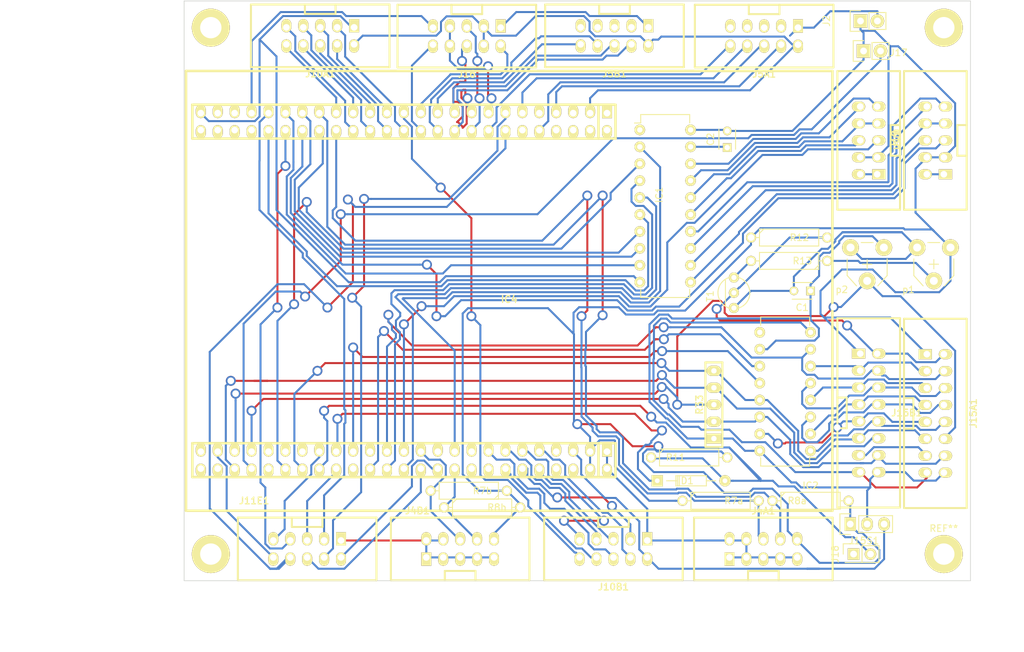
<source format=kicad_pcb>
(kicad_pcb (version 4) (host pcbnew 4.0.2-stable)
  (layers (0 F.Cu signal) (31 B.Cu signal) (35 F.Paste user) (37 F.SilkS user) (39 F.Mask user) (44 Edge.Cuts user))
  (net 0 "")
  (net 1 "Net-(C1-Pad1)")
  (net 2 GND)
  (net 3 +5V)
  (net 4 /PD0)
  (net 5 /PD1)
  (net 6 /PB8)
  (net 7 /PA15)
  (net 8 /PB3)
  (net 9 /PB5)
  (net 10 /PD10)
  (net 11 /PB12)
  (net 12 /PB13)
  (net 13 /PB15)
  (net 14 "Net-(IC1-Pad11)")
  (net 15 "Net-(IC1-Pad12)")
  (net 16 "Net-(IC1-Pad13)")
  (net 17 "Net-(IC1-Pad14)")
  (net 18 "Net-(IC1-Pad15)")
  (net 19 "Net-(IC1-Pad16)")
  (net 20 "Net-(IC1-Pad17)")
  (net 21 "Net-(IC1-Pad18)")
  (net 22 "Net-(IC2-Pad1)")
  (net 23 "Net-(IC2-Pad2)")
  (net 24 "Net-(IC2-Pad3)")
  (net 25 "Net-(IC2-Pad4)")
  (net 26 "Net-(IC2-Pad5)")
  (net 27 "Net-(IC2-Pad6)")
  (net 28 /PD7)
  (net 29 "Net-(IC2-Pad9)")
  (net 30 /PD6)
  (net 31 /PD3)
  (net 32 /PC11)
  (net 33 /PA8)
  (net 34 "Net-(IC2-Pad15)")
  (net 35 /PB10)
  (net 36 /PB11)
  (net 37 /PB6)
  (net 38 /PB9)
  (net 39 +3V3)
  (net 40 "Net-(J5A1-Pad3)")
  (net 41 /PC1)
  (net 42 /PC2)
  (net 43 /PA1)
  (net 44 /PA4)
  (net 45 "Net-(J5B1-Pad3)")
  (net 46 /PC4)
  (net 47 /PC5)
  (net 48 /PB0)
  (net 49 /PB1)
  (net 50 /PB14)
  (net 51 /PE8)
  (net 52 /PE9)
  (net 53 /PE10)
  (net 54 /PE11)
  (net 55 /PE12)
  (net 56 /PE13)
  (net 57 /PE14)
  (net 58 /PE15)
  (net 59 /PC13)
  (net 60 /PC14)
  (net 61 /PC15)
  (net 62 /PE2)
  (net 63 /PE4)
  (net 64 /PE5)
  (net 65 /PE6)
  (net 66 /PE7)
  (net 67 /PD9)
  (net 68 /PA3)
  (net 69 /PD2)
  (net 70 /PB7)
  (net 71 /PD8)
  (net 72 /PA2)
  (net 73 /PC12)
  (net 74 /PC6)
  (net 75 "Net-(J15A1-Pad2)")
  (net 76 /PC8)
  (net 77 "Net-(J15A1-Pad13)")
  (net 78 /PC9)
  (net 79 /PA6)
  (net 80 /PA7)
  (net 81 /PA5)
  (net 82 /PD11)
  (net 83 /PB2)
  (net 84 /PA9)
  (net 85 /PB4)
  (net 86 "Net-(R13-Pad1)")
  (net 87 "Net-(R13-Pad2)")
  (net 88 "Net-(IC4-Pad59)")
  (net 89 "Net-(IC4-Pad61)")
  (net 90 "Net-(IC4-Pad63)")
  (net 91 "Net-(IC4-Pad71)")
  (net 92 "Net-(IC4-Pad79)")
  (net 93 "Net-(IC4-Pad83)")
  (net 94 "Net-(IC4-Pad93)")
  (net 95 "Net-(IC4-Pad96)")
  (net 96 "Net-(IC4-Pad94)")
  (net 97 "Net-(IC4-Pad86)")
  (net 98 "Net-(IC4-Pad84)")
  (net 99 "Net-(IC4-Pad70)")
  (net 100 "Net-(IC4-Pad60)")
  (net 101 "Net-(IC4-Pad54)")
  (net 102 "Net-(IC4-Pad48)")
  (net 103 "Net-(IC4-Pad46)")
  (net 104 "Net-(IC4-Pad44)")
  (net 105 "Net-(IC4-Pad12)")
  (net 106 "Net-(IC4-Pad8)")
  (net 107 "Net-(IC4-Pad6)")
  (net 108 "Net-(IC4-Pad9)")
  (net 109 "Net-(IC4-Pad45)")
  (net 110 "Net-(IC4-Pad47)")
  (module w_conn_misc:stm32f4_discovery_header (layer F.Cu) (at 88.78 56.5)
    (fp_text reference IC4 (at 0 1.27) (layer F.SilkS) (effects (font (size 1.016 1.016) (thickness 0.2032))))
    (fp_text value STM32F4_Discovery_Header hide)
    (pad 51 thru_hole oval (at -46.28 24.13) (size 1.5 2) (drill 0.99822 (offset 0 -0.25)) (layers *.Cu *.Mask F.SilkS) (net 2 GND))
    (pad 53 thru_hole oval (at -43.74 24.13) (size 1.5 2) (drill 0.99822 (offset 0 -0.25)) (layers *.Cu *.Mask F.SilkS) (net 74 /PC6))
    (pad 55 thru_hole oval (at -41.2 24.13) (size 1.5 2) (drill 0.99822 (offset 0 -0.25)) (layers *.Cu *.Mask F.SilkS) (net 76 /PC8))
    (pad 57 thru_hole oval (at -38.66 24.13) (size 1.5 2) (drill 0.99822 (offset 0 -0.25)) (layers *.Cu *.Mask F.SilkS) (net 33 /PA8))
    (pad 59 thru_hole oval (at -36.12 24.13) (size 1.5 2) (drill 0.99822 (offset 0 -0.25)) (layers *.Cu *.Mask F.SilkS) (net 88 "Net-(IC4-Pad59)"))
    (pad 61 thru_hole oval (at -33.58 24.13) (size 1.5 2) (drill 0.99822 (offset 0 -0.25)) (layers *.Cu *.Mask F.SilkS) (net 89 "Net-(IC4-Pad61)"))
    (pad 63 thru_hole oval (at -31.04 24.13) (size 1.5 2) (drill 0.99822 (offset 0 -0.25)) (layers *.Cu *.Mask F.SilkS) (net 90 "Net-(IC4-Pad63)"))
    (pad 65 thru_hole oval (at -28.5 24.13) (size 1.5 2) (drill 0.99822 (offset 0 -0.25)) (layers *.Cu *.Mask F.SilkS) (net 73 /PC12))
    (pad 67 thru_hole oval (at -25.96 24.13) (size 1.5 2) (drill 0.99822 (offset 0 -0.25)) (layers *.Cu *.Mask F.SilkS) (net 5 /PD1))
    (pad 69 thru_hole oval (at -23.42 24.13) (size 1.5 2) (drill 0.99822 (offset 0 -0.25)) (layers *.Cu *.Mask F.SilkS) (net 31 /PD3))
    (pad 71 thru_hole oval (at -20.88 24.13) (size 1.5 2) (drill 0.99822 (offset 0 -0.25)) (layers *.Cu *.Mask F.SilkS) (net 91 "Net-(IC4-Pad71)"))
    (pad 73 thru_hole oval (at -18.34 24.13) (size 1.5 2) (drill 0.99822 (offset 0 -0.25)) (layers *.Cu *.Mask F.SilkS) (net 28 /PD7))
    (pad 75 thru_hole oval (at -15.8 24.13) (size 1.5 2) (drill 0.99822 (offset 0 -0.25)) (layers *.Cu *.Mask F.SilkS) (net 85 /PB4))
    (pad 77 thru_hole oval (at -13.26 24.13) (size 1.5 2) (drill 0.99822 (offset 0 -0.25)) (layers *.Cu *.Mask F.SilkS) (net 37 /PB6))
    (pad 79 thru_hole oval (at -10.72 24.13) (size 1.5 2) (drill 0.99822 (offset 0 -0.25)) (layers *.Cu *.Mask F.SilkS) (net 92 "Net-(IC4-Pad79)"))
    (pad 81 thru_hole oval (at -8.18 24.13) (size 1.5 2) (drill 0.99822 (offset 0 -0.25)) (layers *.Cu *.Mask F.SilkS) (net 6 /PB8))
    (pad 83 thru_hole oval (at -5.64 24.13) (size 1.5 2) (drill 0.99822 (offset 0 -0.25)) (layers *.Cu *.Mask F.SilkS) (net 93 "Net-(IC4-Pad83)"))
    (pad 85 thru_hole oval (at -3.1 24.13) (size 1.5 2) (drill 0.99822 (offset 0 -0.25)) (layers *.Cu *.Mask F.SilkS) (net 62 /PE2))
    (pad 87 thru_hole oval (at -0.56 24.13) (size 1.5 2) (drill 0.99822 (offset 0 -0.25)) (layers *.Cu *.Mask F.SilkS) (net 63 /PE4))
    (pad 89 thru_hole oval (at 1.98 24.13) (size 1.5 2) (drill 0.99822 (offset 0 -0.25)) (layers *.Cu *.Mask F.SilkS) (net 65 /PE6))
    (pad 91 thru_hole oval (at 4.52 24.13) (size 1.5 2) (drill 0.99822 (offset 0 -0.25)) (layers *.Cu *.Mask F.SilkS) (net 60 /PC14))
    (pad 93 thru_hole oval (at 7.06 24.13) (size 1.5 2) (drill 0.99822 (offset 0 -0.25)) (layers *.Cu *.Mask F.SilkS) (net 94 "Net-(IC4-Pad93)"))
    (pad 95 thru_hole oval (at 9.6 24.13) (size 1.5 2) (drill 0.99822 (offset 0 -0.25)) (layers *.Cu *.Mask F.SilkS) (net 39 +3V3))
    (pad 97 thru_hole oval (at 12.14 24.13) (size 1.5 2) (drill 0.99822 (offset 0 -0.25)) (layers *.Cu *.Mask F.SilkS) (net 3 +5V))
    (pad 99 thru_hole rect (at 14.68 24.13) (size 1.5 2) (drill 1.00076 (offset 0 -0.25)) (layers *.Cu *.Mask F.SilkS) (net 2 GND))
    (pad 100 thru_hole oval (at 14.68 26.67) (size 1.5 2) (drill 1.00076 (offset 0 0.25)) (layers *.Cu *.Mask F.SilkS) (net 2 GND))
    (pad 98 thru_hole oval (at 12.14 26.67) (size 1.5 2) (drill 1.00076 (offset 0 0.25)) (layers *.Cu *.Mask F.SilkS) (net 3 +5V))
    (pad 96 thru_hole oval (at 9.6 26.67) (size 1.5 2) (drill 1.00076 (offset 0 0.25)) (layers *.Cu *.Mask F.SilkS) (net 95 "Net-(IC4-Pad96)"))
    (pad 94 thru_hole oval (at 7.06 26.67) (size 1.5 2) (drill 1.00076 (offset 0 0.25)) (layers *.Cu *.Mask F.SilkS) (net 96 "Net-(IC4-Pad94)"))
    (pad 92 thru_hole oval (at 4.52 26.67) (size 1.5 2) (drill 1.00076 (offset 0 0.25)) (layers *.Cu *.Mask F.SilkS) (net 61 /PC15))
    (pad 90 thru_hole oval (at 1.98 26.67) (size 1.5 2) (drill 1.00076 (offset 0 0.25)) (layers *.Cu *.Mask F.SilkS) (net 59 /PC13))
    (pad 88 thru_hole oval (at -0.56 26.67) (size 1.5 2) (drill 1.00076 (offset 0 0.25)) (layers *.Cu *.Mask F.SilkS) (net 64 /PE5))
    (pad 86 thru_hole oval (at -3.1 26.67) (size 1.5 2) (drill 1.00076 (offset 0 0.25)) (layers *.Cu *.Mask F.SilkS) (net 97 "Net-(IC4-Pad86)"))
    (pad 84 thru_hole oval (at -5.64 26.67) (size 1.5 2) (drill 1.00076 (offset 0 0.25)) (layers *.Cu *.Mask F.SilkS) (net 98 "Net-(IC4-Pad84)"))
    (pad 82 thru_hole oval (at -8.18 26.67) (size 1.5 2) (drill 1.00076 (offset 0 0.25)) (layers *.Cu *.Mask F.SilkS) (net 38 /PB9))
    (pad 80 thru_hole oval (at -10.72 26.67) (size 1.5 2) (drill 1.00076 (offset 0 0.25)) (layers *.Cu *.Mask F.SilkS) (net 39 +3V3))
    (pad 78 thru_hole oval (at -13.26 26.67) (size 1.5 2) (drill 1.00076 (offset 0 0.25)) (layers *.Cu *.Mask F.SilkS) (net 70 /PB7))
    (pad 76 thru_hole oval (at -15.8 26.67) (size 1.5 2) (drill 1.00076 (offset 0 0.25)) (layers *.Cu *.Mask F.SilkS) (net 9 /PB5))
    (pad 74 thru_hole oval (at -18.34 26.67) (size 1.5 2) (drill 1.00076 (offset 0 0.25)) (layers *.Cu *.Mask F.SilkS) (net 8 /PB3))
    (pad 72 thru_hole oval (at -20.88 26.67) (size 1.5 2) (drill 1.00076 (offset 0 0.25)) (layers *.Cu *.Mask F.SilkS) (net 30 /PD6))
    (pad 70 thru_hole oval (at -23.42 26.67) (size 1.5 2) (drill 1.00076 (offset 0 0.25)) (layers *.Cu *.Mask F.SilkS) (net 99 "Net-(IC4-Pad70)"))
    (pad 68 thru_hole oval (at -25.96 26.67) (size 1.5 2) (drill 1.00076 (offset 0 0.25)) (layers *.Cu *.Mask F.SilkS) (net 69 /PD2))
    (pad 66 thru_hole oval (at -28.5 26.67) (size 1.5 2) (drill 1.00076 (offset 0 0.25)) (layers *.Cu *.Mask F.SilkS) (net 4 /PD0))
    (pad 64 thru_hole oval (at -31.04 26.67) (size 1.5 2) (drill 1.00076 (offset 0 0.25)) (layers *.Cu *.Mask F.SilkS) (net 32 /PC11))
    (pad 62 thru_hole oval (at -33.58 26.67) (size 1.5 2) (drill 1.00076 (offset 0 0.25)) (layers *.Cu *.Mask F.SilkS) (net 7 /PA15))
    (pad 60 thru_hole oval (at -36.12 26.67) (size 1.5 2) (drill 1.00076 (offset 0 0.25)) (layers *.Cu *.Mask F.SilkS) (net 100 "Net-(IC4-Pad60)"))
    (pad 58 thru_hole oval (at -38.66 26.67) (size 1.5 2) (drill 1.00076 (offset 0 0.25)) (layers *.Cu *.Mask F.SilkS) (net 84 /PA9))
    (pad 56 thru_hole oval (at -41.2 26.67) (size 1.5 2) (drill 1.00076 (offset 0 0.25)) (layers *.Cu *.Mask F.SilkS) (net 78 /PC9))
    (pad 54 thru_hole oval (at -43.74 26.67) (size 1.5 2) (drill 1.00076 (offset 0 0.25)) (layers *.Cu *.Mask F.SilkS) (net 101 "Net-(IC4-Pad54)"))
    (pad 52 thru_hole oval (at -46.28 26.67) (size 1.5 2) (drill 1.00076 (offset 0 0.25)) (layers *.Cu *.Mask F.SilkS) (net 2 GND))
    (pad 50 thru_hole oval (at -46.28 -24.13) (size 1.5 2) (drill 1.00076 (offset 0 0.25)) (layers *.Cu *.Mask F.SilkS) (net 2 GND))
    (pad 48 thru_hole oval (at -43.74 -24.13) (size 1.5 2) (drill 1.00076 (offset 0 0.25)) (layers *.Cu *.Mask F.SilkS) (net 102 "Net-(IC4-Pad48)"))
    (pad 46 thru_hole oval (at -41.2 -24.13) (size 1.5 2) (drill 1.00076 (offset 0 0.25)) (layers *.Cu *.Mask F.SilkS) (net 103 "Net-(IC4-Pad46)"))
    (pad 44 thru_hole oval (at -38.66 -24.13) (size 1.5 2) (drill 1.00076 (offset 0 0.25)) (layers *.Cu *.Mask F.SilkS) (net 104 "Net-(IC4-Pad44)"))
    (pad 42 thru_hole oval (at -36.12 -24.13) (size 1.5 2) (drill 1.00076 (offset 0 0.25)) (layers *.Cu *.Mask F.SilkS) (net 10 /PD10))
    (pad 40 thru_hole oval (at -33.58 -24.13) (size 1.5 2) (drill 1.00076 (offset 0 0.25)) (layers *.Cu *.Mask F.SilkS) (net 71 /PD8))
    (pad 38 thru_hole oval (at -31.04 -24.13) (size 1.5 2) (drill 1.00076 (offset 0 0.25)) (layers *.Cu *.Mask F.SilkS) (net 50 /PB14))
    (pad 36 thru_hole oval (at -28.5 -24.13) (size 1.5 2) (drill 1.00076 (offset 0 0.25)) (layers *.Cu *.Mask F.SilkS) (net 11 /PB12))
    (pad 34 thru_hole oval (at -25.96 -24.13) (size 1.5 2) (drill 1.00076 (offset 0 0.25)) (layers *.Cu *.Mask F.SilkS) (net 35 /PB10))
    (pad 32 thru_hole oval (at -23.42 -24.13) (size 1.5 2) (drill 1.00076 (offset 0 0.25)) (layers *.Cu *.Mask F.SilkS) (net 57 /PE14))
    (pad 30 thru_hole oval (at -20.88 -24.13) (size 1.5 2) (drill 1.00076 (offset 0 0.25)) (layers *.Cu *.Mask F.SilkS) (net 55 /PE12))
    (pad 28 thru_hole oval (at -18.34 -24.13) (size 1.5 2) (drill 1.00076 (offset 0 0.25)) (layers *.Cu *.Mask F.SilkS) (net 53 /PE10))
    (pad 26 thru_hole oval (at -15.8 -24.13) (size 1.5 2) (drill 1.00076 (offset 0 0.25)) (layers *.Cu *.Mask F.SilkS) (net 51 /PE8))
    (pad 24 thru_hole oval (at -13.26 -24.13) (size 1.5 2) (drill 1.00076 (offset 0 0.25)) (layers *.Cu *.Mask F.SilkS) (net 83 /PB2))
    (pad 22 thru_hole oval (at -10.72 -24.13) (size 1.5 2) (drill 1.00076 (offset 0 0.25)) (layers *.Cu *.Mask F.SilkS) (net 48 /PB0))
    (pad 20 thru_hole oval (at -8.18 -24.13) (size 1.5 2) (drill 1.00076 (offset 0 0.25)) (layers *.Cu *.Mask F.SilkS) (net 46 /PC4))
    (pad 18 thru_hole oval (at -5.64 -24.13) (size 1.5 2) (drill 1.00076 (offset 0 0.25)) (layers *.Cu *.Mask F.SilkS) (net 79 /PA6))
    (pad 16 thru_hole oval (at -3.1 -24.13) (size 1.5 2) (drill 1.00076 (offset 0 0.25)) (layers *.Cu *.Mask F.SilkS) (net 44 /PA4))
    (pad 14 thru_hole oval (at -0.56 -24.13) (size 1.5 2) (drill 1.00076 (offset 0 0.25)) (layers *.Cu *.Mask F.SilkS) (net 72 /PA2))
    (pad 12 thru_hole oval (at 1.98 -24.13) (size 1.5 2) (drill 1.00076 (offset 0 0.25)) (layers *.Cu *.Mask F.SilkS) (net 105 "Net-(IC4-Pad12)"))
    (pad 10 thru_hole oval (at 4.52 -24.13) (size 1.5 2) (drill 1.00076 (offset 0 0.25)) (layers *.Cu *.Mask F.SilkS) (net 42 /PC2))
    (pad 8 thru_hole oval (at 7.06 -24.13) (size 1.5 2) (drill 1.00076 (offset 0 0.25)) (layers *.Cu *.Mask F.SilkS) (net 106 "Net-(IC4-Pad8)"))
    (pad 6 thru_hole oval (at 9.6 -24.13) (size 1.5 2) (drill 1.00076 (offset 0 0.25)) (layers *.Cu *.Mask F.SilkS) (net 107 "Net-(IC4-Pad6)"))
    (pad 4 thru_hole oval (at 12.14 -24.13) (size 1.5 2) (drill 1.00076 (offset 0 0.25)) (layers *.Cu *.Mask F.SilkS) (net 39 +3V3))
    (pad 2 thru_hole oval (at 14.68 -24.13) (size 1.5 2) (drill 1.00076 (offset 0 0.25)) (layers *.Cu *.Mask F.SilkS) (net 2 GND))
    (pad 1 thru_hole rect (at 14.68 -26.67) (size 1.5 2) (drill 1.00076 (offset 0 -0.25)) (layers *.Cu *.Mask F.SilkS) (net 2 GND))
    (pad 3 thru_hole oval (at 12.14 -26.67) (size 1.5 2) (drill 0.99822 (offset 0 -0.25)) (layers *.Cu *.Mask F.SilkS) (net 39 +3V3))
    (pad 5 thru_hole oval (at 9.6 -26.67) (size 1.5 2) (drill 0.99822 (offset 0 -0.25)) (layers *.Cu *.Mask F.SilkS) (net 2 GND))
    (pad 7 thru_hole oval (at 7.06 -26.67) (size 1.5 2) (drill 0.99822 (offset 0 -0.25)) (layers *.Cu *.Mask F.SilkS) (net 41 /PC1))
    (pad 9 thru_hole oval (at 4.52 -26.67) (size 1.5 2) (drill 0.99822 (offset 0 -0.25)) (layers *.Cu *.Mask F.SilkS) (net 108 "Net-(IC4-Pad9)"))
    (pad 11 thru_hole oval (at 1.98 -26.67) (size 1.5 2) (drill 0.99822 (offset 0 -0.25)) (layers *.Cu *.Mask F.SilkS) (net 43 /PA1))
    (pad 13 thru_hole oval (at -0.56 -26.67) (size 1.5 2) (drill 0.99822 (offset 0 -0.25)) (layers *.Cu *.Mask F.SilkS) (net 68 /PA3))
    (pad 15 thru_hole oval (at -3.1 -26.67) (size 1.5 2) (drill 0.99822 (offset 0 -0.25)) (layers *.Cu *.Mask F.SilkS) (net 81 /PA5))
    (pad 17 thru_hole oval (at -5.64 -26.67) (size 1.5 2) (drill 0.99822 (offset 0 -0.25)) (layers *.Cu *.Mask F.SilkS) (net 80 /PA7))
    (pad 19 thru_hole oval (at -8.18 -26.67) (size 1.5 2) (drill 0.99822 (offset 0 -0.25)) (layers *.Cu *.Mask F.SilkS) (net 47 /PC5))
    (pad 21 thru_hole oval (at -10.72 -26.67) (size 1.5 2) (drill 0.99822 (offset 0 -0.25)) (layers *.Cu *.Mask F.SilkS) (net 49 /PB1))
    (pad 23 thru_hole oval (at -13.26 -26.67) (size 1.5 2) (drill 0.99822 (offset 0 -0.25)) (layers *.Cu *.Mask F.SilkS) (net 2 GND))
    (pad 25 thru_hole oval (at -15.8 -26.67) (size 1.5 2) (drill 0.99822 (offset 0 -0.25)) (layers *.Cu *.Mask F.SilkS) (net 66 /PE7))
    (pad 27 thru_hole oval (at -18.34 -26.67) (size 1.5 2) (drill 0.99822 (offset 0 -0.25)) (layers *.Cu *.Mask F.SilkS) (net 52 /PE9))
    (pad 29 thru_hole oval (at -20.88 -26.67) (size 1.5 2) (drill 0.99822 (offset 0 -0.25)) (layers *.Cu *.Mask F.SilkS) (net 54 /PE11))
    (pad 31 thru_hole oval (at -23.42 -26.67) (size 1.5 2) (drill 0.99822 (offset 0 -0.25)) (layers *.Cu *.Mask F.SilkS) (net 56 /PE13))
    (pad 33 thru_hole oval (at -25.96 -26.67) (size 1.5 2) (drill 0.99822 (offset 0 -0.25)) (layers *.Cu *.Mask F.SilkS) (net 58 /PE15))
    (pad 35 thru_hole oval (at -28.5 -26.67) (size 1.5 2) (drill 0.99822 (offset 0 -0.25)) (layers *.Cu *.Mask F.SilkS) (net 36 /PB11))
    (pad 37 thru_hole oval (at -31.04 -26.67) (size 1.5 2) (drill 0.99822 (offset 0 -0.25)) (layers *.Cu *.Mask F.SilkS) (net 12 /PB13))
    (pad 39 thru_hole oval (at -33.58 -26.67) (size 1.5 2) (drill 0.99822 (offset 0 -0.25)) (layers *.Cu *.Mask F.SilkS) (net 13 /PB15))
    (pad 41 thru_hole oval (at -36.12 -26.67) (size 1.5 2) (drill 0.99822 (offset 0 -0.25)) (layers *.Cu *.Mask F.SilkS) (net 67 /PD9))
    (pad 43 thru_hole oval (at -38.66 -26.67) (size 1.5 2) (drill 0.99822 (offset 0 -0.25)) (layers *.Cu *.Mask F.SilkS) (net 82 /PD11))
    (pad 45 thru_hole oval (at -41.2 -26.67) (size 1.5 2) (drill 0.99822 (offset 0 -0.25)) (layers *.Cu *.Mask F.SilkS) (net 109 "Net-(IC4-Pad45)"))
    (pad 47 thru_hole oval (at -43.74 -26.67) (size 1.5 2) (drill 0.99822 (offset 0 -0.25)) (layers *.Cu *.Mask F.SilkS) (net 110 "Net-(IC4-Pad47)"))
    (pad 49 thru_hole oval (at -46.28 -26.67) (size 1.5 2) (drill 0.99822 (offset 0 -0.25)) (layers *.Cu *.Mask F.SilkS) (net 2 GND))
  )
  (module Mounting_Holes:MountingHole_3.2mm_M3_ISO7380_Pad (layer F.Cu) (at 44 96)
    (fp_text reference "" (at 0 -3.85) (layer F.SilkS))
    (fp_text value MountingHole_3mm)
    (pad 1 thru_hole circle (at 0 0) (size 5.7 5.7) (drill 3.2) (layers *.Cu *.Mask F.SilkS))
  )
  (module Housings_DIP:DIP-16_W7.62mm (layer F.Cu) (at 134 80.5 180)
    (fp_text reference IC2 (at 0 -5.22 180) (layer F.SilkS))
    (fp_text value 74HC595)
    (pad 1 thru_hole oval (at 0 0 180) (size 1.6 1.6) (drill 0.8) (layers *.Cu *.Mask F.SilkS) (net 22 "Net-(IC2-Pad1)"))
    (pad 2 thru_hole oval (at 0 2.54 180) (size 1.6 1.6) (drill 0.8) (layers *.Cu *.Mask F.SilkS) (net 23 "Net-(IC2-Pad2)"))
    (pad 3 thru_hole oval (at 0 5.08 180) (size 1.6 1.6) (drill 0.8) (layers *.Cu *.Mask F.SilkS) (net 24 "Net-(IC2-Pad3)"))
    (pad 4 thru_hole oval (at 0 7.62 180) (size 1.6 1.6) (drill 0.8) (layers *.Cu *.Mask F.SilkS) (net 25 "Net-(IC2-Pad4)"))
    (pad 5 thru_hole oval (at 0 10.16 180) (size 1.6 1.6) (drill 0.8) (layers *.Cu *.Mask F.SilkS) (net 26 "Net-(IC2-Pad5)"))
    (pad 6 thru_hole oval (at 0 12.7 180) (size 1.6 1.6) (drill 0.8) (layers *.Cu *.Mask F.SilkS) (net 27 "Net-(IC2-Pad6)"))
    (pad 7 thru_hole oval (at 0 15.24 180) (size 1.6 1.6) (drill 0.8) (layers *.Cu *.Mask F.SilkS) (net 28 /PD7))
    (pad 8 thru_hole oval (at 0 17.78 180) (size 1.6 1.6) (drill 0.8) (layers *.Cu *.Mask F.SilkS) (net 2 GND))
    (pad 9 thru_hole oval (at 7.62 17.78 180) (size 1.6 1.6) (drill 0.8) (layers *.Cu *.Mask F.SilkS) (net 29 "Net-(IC2-Pad9)"))
    (pad 10 thru_hole oval (at 7.62 15.24 180) (size 1.6 1.6) (drill 0.8) (layers *.Cu *.Mask F.SilkS) (net 1 "Net-(C1-Pad1)"))
    (pad 11 thru_hole oval (at 7.62 12.7 180) (size 1.6 1.6) (drill 0.8) (layers *.Cu *.Mask F.SilkS) (net 30 /PD6))
    (pad 12 thru_hole oval (at 7.62 10.16 180) (size 1.6 1.6) (drill 0.8) (layers *.Cu *.Mask F.SilkS) (net 31 /PD3))
    (pad 13 thru_hole oval (at 7.62 7.62 180) (size 1.6 1.6) (drill 0.8) (layers *.Cu *.Mask F.SilkS) (net 32 /PC11))
    (pad 14 thru_hole oval (at 7.62 5.08 180) (size 1.6 1.6) (drill 0.8) (layers *.Cu *.Mask F.SilkS) (net 33 /PA8))
    (pad 15 thru_hole oval (at 7.62 2.54 180) (size 1.6 1.6) (drill 0.8) (layers *.Cu *.Mask F.SilkS) (net 34 "Net-(IC2-Pad15)"))
    (pad 16 thru_hole oval (at 7.62 0 180) (size 1.6 1.6) (drill 0.8) (layers *.Cu *.Mask F.SilkS) (net 1 "Net-(C1-Pad1)"))
  )
  (module Housings_DIP:DIP-20_W7.62mm (layer F.Cu) (at 108.38 32.34)
    (fp_text reference IC1 (at 2.92 9.76 90) (layer F.SilkS))
    (fp_text value 74HCT541_PWR)
    (pad 1 thru_hole oval (at 0 0) (size 1.6 1.6) (drill 0.8) (layers *.Cu *.Mask F.SilkS) (net 2 GND))
    (pad 2 thru_hole oval (at 0 2.54) (size 1.6 1.6) (drill 0.8) (layers *.Cu *.Mask F.SilkS) (net 6 /PB8))
    (pad 3 thru_hole oval (at 0 5.08) (size 1.6 1.6) (drill 0.8) (layers *.Cu *.Mask F.SilkS) (net 7 /PA15))
    (pad 4 thru_hole oval (at 0 7.62) (size 1.6 1.6) (drill 0.8) (layers *.Cu *.Mask F.SilkS) (net 8 /PB3))
    (pad 5 thru_hole oval (at 0 10.16) (size 1.6 1.6) (drill 0.8) (layers *.Cu *.Mask F.SilkS) (net 9 /PB5))
    (pad 6 thru_hole oval (at 0 12.7) (size 1.6 1.6) (drill 0.8) (layers *.Cu *.Mask F.SilkS) (net 10 /PD10))
    (pad 7 thru_hole oval (at 0 15.24) (size 1.6 1.6) (drill 0.8) (layers *.Cu *.Mask F.SilkS) (net 11 /PB12))
    (pad 8 thru_hole oval (at 0 17.78) (size 1.6 1.6) (drill 0.8) (layers *.Cu *.Mask F.SilkS) (net 12 /PB13))
    (pad 9 thru_hole oval (at 0 20.32) (size 1.6 1.6) (drill 0.8) (layers *.Cu *.Mask F.SilkS) (net 13 /PB15))
    (pad 10 thru_hole oval (at 0 22.86) (size 1.6 1.6) (drill 0.8) (layers *.Cu *.Mask F.SilkS) (net 2 GND))
    (pad 11 thru_hole oval (at 7.62 22.86) (size 1.6 1.6) (drill 0.8) (layers *.Cu *.Mask F.SilkS) (net 14 "Net-(IC1-Pad11)"))
    (pad 12 thru_hole oval (at 7.62 20.32) (size 1.6 1.6) (drill 0.8) (layers *.Cu *.Mask F.SilkS) (net 15 "Net-(IC1-Pad12)"))
    (pad 13 thru_hole oval (at 7.62 17.78) (size 1.6 1.6) (drill 0.8) (layers *.Cu *.Mask F.SilkS) (net 16 "Net-(IC1-Pad13)"))
    (pad 14 thru_hole oval (at 7.62 15.24) (size 1.6 1.6) (drill 0.8) (layers *.Cu *.Mask F.SilkS) (net 17 "Net-(IC1-Pad14)"))
    (pad 15 thru_hole oval (at 7.62 12.7) (size 1.6 1.6) (drill 0.8) (layers *.Cu *.Mask F.SilkS) (net 18 "Net-(IC1-Pad15)"))
    (pad 16 thru_hole oval (at 7.62 10.16) (size 1.6 1.6) (drill 0.8) (layers *.Cu *.Mask F.SilkS) (net 19 "Net-(IC1-Pad16)"))
    (pad 17 thru_hole oval (at 7.62 7.62) (size 1.6 1.6) (drill 0.8) (layers *.Cu *.Mask F.SilkS) (net 20 "Net-(IC1-Pad17)"))
    (pad 18 thru_hole oval (at 7.62 5.08) (size 1.6 1.6) (drill 0.8) (layers *.Cu *.Mask F.SilkS) (net 21 "Net-(IC1-Pad18)"))
    (pad 19 thru_hole oval (at 7.62 2.54) (size 1.6 1.6) (drill 0.8) (layers *.Cu *.Mask F.SilkS) (net 2 GND))
    (pad 20 thru_hole oval (at 7.62 0) (size 1.6 1.6) (drill 0.8) (layers *.Cu *.Mask F.SilkS) (net 3 +5V))
  )
  (module Diodes_ThroughHole:Diode_DO-35_SOD27_Horizontal_RM10 (layer F.Cu) (at 111 85)
    (fp_text reference D1 (at 4.50052 -0.00254) (layer F.SilkS))
    (fp_text value D)
    (pad 2 thru_hole circle (at 10.16052 -0.00254 180) (size 1.69926 1.69926) (drill 0.70104) (layers *.Cu *.Mask F.SilkS) (net 4 /PD0))
    (pad 1 thru_hole rect (at 0.00052 -0.00254 180) (size 1.69926 1.69926) (drill 0.70104) (layers *.Cu *.Mask F.SilkS) (net 5 /PD1))
  )
  (module Pin_Headers:Pin_Header_Straight_1x02 (layer F.Cu) (at 141.5 16 90)
    (fp_text reference J2 (at 0 -5.1 90) (layer F.SilkS))
    (fp_text value CONN_2)
    (pad 1 thru_hole rect (at 0 0 90) (size 2.032 2.032) (drill 1.016) (layers *.Cu *.Mask F.SilkS) (net 3 +5V))
    (pad 2 thru_hole oval (at 0 2.54 90) (size 2.032 2.032) (drill 1.016) (layers *.Cu *.Mask F.SilkS) (net 2 GND))
  )
  (module Pin_Headers:Pin_Header_Straight_1x03 (layer F.Cu) (at 139.96 91.5 90)
    (fp_text reference J15S1 (at -2.5 2.04 180) (layer F.SilkS))
    (fp_text value CONN_01X03)
    (pad 1 thru_hole rect (at 0 0 90) (size 2.032 1.7272) (drill 1.016) (layers *.Cu *.Mask F.SilkS) (net 3 +5V))
    (pad 2 thru_hole oval (at 0 2.54 90) (size 2.032 1.7272) (drill 1.016) (layers *.Cu *.Mask F.SilkS) (net 1 "Net-(C1-Pad1)"))
    (pad 3 thru_hole oval (at 0 5.08 90) (size 2.032 1.7272) (drill 1.016) (layers *.Cu *.Mask F.SilkS) (net 39 +3V3))
  )
  (module Pin_Headers:Pin_Header_Straight_1x02 (layer F.Cu) (at 141.96 20.5 90)
    (fp_text reference J17 (at -0.25 5.25 180) (layer F.SilkS))
    (fp_text value CONN_01X02)
    (pad 1 thru_hole rect (at 0 0 90) (size 2.032 2.032) (drill 1.016) (layers *.Cu *.Mask F.SilkS) (net 3 +5V))
    (pad 2 thru_hole oval (at 0 2.54 90) (size 2.032 2.032) (drill 1.016) (layers *.Cu *.Mask F.SilkS) (net 84 /PA9))
  )
  (module w_pth_resistors:r-sil_5 (layer F.Cu) (at 119.5 73.58 90)
    (fp_text reference R33 (at 0 -2.159 90) (layer F.SilkS) (effects (font (size 1.016 1.016) (thickness 0.2032))))
    (fp_text value R-SIL_4 hide)
    (pad 1 thru_hole rect (at -5.08 0 90) (size 1.524 2.19964) (drill 0.8001) (layers *.Cu *.Mask F.SilkS) (net 1 "Net-(C1-Pad1)"))
    (pad 2 thru_hole oval (at -2.54 0 90) (size 1.524 2.19964) (drill 0.8001) (layers *.Cu *.Mask F.SilkS) (net 33 /PA8))
    (pad 3 thru_hole oval (at 0 0 90) (size 1.524 2.19964) (drill 0.8001) (layers *.Cu *.Mask F.SilkS) (net 76 /PC8))
    (pad 4 thru_hole oval (at 2.54 0 90) (size 1.524 2.19964) (drill 0.8001) (layers *.Cu *.Mask F.SilkS) (net 78 /PC9))
    (pad 5 thru_hole oval (at 5.08 0 90) (size 1.524 2.19964) (drill 0.8001) (layers *.Cu *.Mask F.SilkS) (net 32 /PC11))
  )
  (module Discret:R4-5 (layer F.Cu) (at 115.785 81.5)
    (fp_text reference R11 (at -2.043 0) (layer F.SilkS))
    (fp_text value R)
    (pad 1 thru_hole circle (at -5.715 0) (size 1.524 1.524) (drill 1.016) (layers *.Cu *.Mask F.SilkS) (net 4 /PD0))
    (pad 2 thru_hole circle (at 5.715 0) (size 1.524 1.524) (drill 1.016) (layers *.Cu *.Mask F.SilkS) (net 3 +5V))
  )
  (module Discret:R4-5 (layer F.Cu) (at 134 88)
    (fp_text reference R8a (at -2 0) (layer F.SilkS))
    (fp_text value R)
    (pad 1 thru_hole circle (at -5.715 0) (size 1.524 1.524) (drill 1.016) (layers *.Cu *.Mask F.SilkS) (net 36 /PB11))
    (pad 2 thru_hole circle (at 5.715 0) (size 1.524 1.524) (drill 1.016) (layers *.Cu *.Mask F.SilkS) (net 3 +5V))
  )
  (module Discret:R4-5 (layer F.Cu) (at 84.715 89)
    (fp_text reference R8b (at 2.215 0) (layer F.SilkS))
    (fp_text value R)
    (pad 1 thru_hole circle (at -5.715 0) (size 1.524 1.524) (drill 1.016) (layers *.Cu *.Mask F.SilkS) (net 38 /PB9))
    (pad 2 thru_hole circle (at 5.715 0) (size 1.524 1.524) (drill 1.016) (layers *.Cu *.Mask F.SilkS) (net 3 +5V))
  )
  (module Discret:R4-5 (layer F.Cu) (at 130.785 52 180)
    (fp_text reference R13 (at -1.993 0 180) (layer F.SilkS))
    (fp_text value R)
    (pad 1 thru_hole circle (at -5.715 0 180) (size 1.524 1.524) (drill 1.016) (layers *.Cu *.Mask F.SilkS) (net 86 "Net-(R13-Pad1)"))
    (pad 2 thru_hole circle (at 5.715 0 180) (size 1.524 1.524) (drill 1.016) (layers *.Cu *.Mask F.SilkS) (net 87 "Net-(R13-Pad2)"))
  )
  (module Discret:R4-5 (layer F.Cu) (at 82.715 86.5 180)
    (fp_text reference R7b (at -2.043 0 180) (layer F.SilkS))
    (fp_text value R)
    (pad 1 thru_hole circle (at -5.715 0 180) (size 1.524 1.524) (drill 1.016) (layers *.Cu *.Mask F.SilkS) (net 3 +5V))
    (pad 2 thru_hole circle (at 5.715 0 180) (size 1.524 1.524) (drill 1.016) (layers *.Cu *.Mask F.SilkS) (net 37 /PB6))
  )
  (module Discret:R4-5 (layer F.Cu) (at 120.5 88)
    (fp_text reference R7a (at 1.993 0) (layer F.SilkS))
    (fp_text value R)
    (pad 1 thru_hole circle (at -5.715 0) (size 1.524 1.524) (drill 1.016) (layers *.Cu *.Mask F.SilkS) (net 3 +5V))
    (pad 2 thru_hole circle (at 5.715 0) (size 1.524 1.524) (drill 1.016) (layers *.Cu *.Mask F.SilkS) (net 35 /PB10))
  )
  (module Discret:R4-5 (layer F.Cu) (at 130.785 48.5)
    (fp_text reference R12 (at 1.543 0) (layer F.SilkS))
    (fp_text value R)
    (pad 1 thru_hole circle (at -5.715 0) (size 1.524 1.524) (drill 1.016) (layers *.Cu *.Mask F.SilkS) (net 3 +5V))
    (pad 2 thru_hole circle (at 5.715 0) (size 1.524 1.524) (drill 1.016) (layers *.Cu *.Mask F.SilkS) (net 75 "Net-(J15A1-Pad2)"))
  )
  (module Potentiometers:Potentiometer_VishaySpectrol-Econtrim-Type36T (layer F.Cu) (at 144.99936 50.00128 180)
    (fp_text reference p2 (at 6.30936 -6.30936 180) (layer F.SilkS))
    (fp_text value POT)
    (pad 2 thru_hole circle (at 2.49936 -4.99872 180) (size 2.49936 2.49936) (drill 1.19888) (layers *.Cu *.Mask F.SilkS) (net 76 /PC8))
    (pad 3 thru_hole circle (at 4.99872 0 180) (size 2.49936 2.49936) (drill 1.19888) (layers *.Cu *.Mask F.SilkS) (net 2 GND))
    (pad 1 thru_hole circle (at 0 0 180) (size 2.49936 2.49936) (drill 1.19888) (layers *.Cu *.Mask F.SilkS) (net 1 "Net-(C1-Pad1)"))
  )
  (module Potentiometers:Potentiometer_VishaySpectrol-Econtrim-Type36T (layer F.Cu) (at 154.99936 50.00128 180)
    (fp_text reference p1 (at 6.30936 -6.30936 180) (layer F.SilkS))
    (fp_text value POT)
    (pad 2 thru_hole circle (at 2.49936 -4.99872 180) (size 2.49936 2.49936) (drill 1.19888) (layers *.Cu *.Mask F.SilkS) (net 86 "Net-(R13-Pad1)"))
    (pad 3 thru_hole circle (at 4.99872 0 180) (size 2.49936 2.49936) (drill 1.19888) (layers *.Cu *.Mask F.SilkS) (net 2 GND))
    (pad 1 thru_hole circle (at 0 0 180) (size 2.49936 2.49936) (drill 1.19888) (layers *.Cu *.Mask F.SilkS) (net 3 +5V))
  )
  (module Pin_Headers:Pin_Header_Straight_2x01 (layer F.Cu) (at 140.46 96)
    (fp_text reference J18 (at -2.75 0 270) (layer F.SilkS))
    (fp_text value CONN_2)
    (pad 1 thru_hole rect (at 0 0) (size 1.7272 1.7272) (drill 1.016) (layers *.Cu *.Mask F.SilkS) (net 2 GND))
    (pad 2 thru_hole oval (at 2.54 0) (size 1.7272 1.7272) (drill 1.016) (layers *.Cu *.Mask F.SilkS) (net 4 /PD0))
  )
  (module "empreinte ksir:bc337" (layer F.Cu) (at 122.5 56.786 270)
    (fp_text reference T1 (at 0.508 3.556 270) (layer F.SilkS))
    (fp_text value BC817-40)
    (pad 3 thru_hole circle (at 0 0 270) (size 1.524 1.524) (drill 0.762) (layers *.Cu *.Mask F.SilkS) (net 75 "Net-(J15A1-Pad2)"))
    (pad 2 thru_hole circle (at 2.286 0 270) (size 1.524 1.524) (drill 0.762) (layers *.Cu *.Mask F.SilkS) (net 2 GND))
    (pad 1 thru_hole circle (at -2.286 0 270) (size 1.524 1.524) (drill 0.762) (layers *.Cu *.Mask F.SilkS) (net 87 "Net-(R13-Pad2)"))
  )
  (module w_conn_strip:vasch_strip_5x2 (layer F.Cu) (at 142.73 33.92 90)
    (fp_text reference J19 (at 0.2 4 90) (layer F.SilkS) (effects (font (thickness 0.2032))))
    (fp_text value CONN_02X05 hide)
    (pad 9 thru_hole oval (at 5.08 1.27 90) (size 1.5 2) (drill 1 (offset 0 0.25)) (layers *.Cu *.Mask F.SilkS) (net 21 "Net-(IC1-Pad18)"))
    (pad 10 thru_hole oval (at 5.08 -1.27 90) (size 1.5 2) (drill 1 (offset 0 -0.25)) (layers *.Cu *.Mask F.SilkS) (net 20 "Net-(IC1-Pad17)"))
    (pad 8 thru_hole oval (at 2.54 -1.27 90) (size 1.5 2) (drill 1 (offset 0 -0.25)) (layers *.Cu *.Mask F.SilkS) (net 19 "Net-(IC1-Pad16)"))
    (pad 7 thru_hole oval (at 2.54 1.27 90) (size 1.5 2) (drill 1 (offset 0 0.25)) (layers *.Cu *.Mask F.SilkS) (net 19 "Net-(IC1-Pad16)"))
    (pad 1 thru_hole rect (at -5.08 1.27 90) (size 1.5 2) (drill 1 (offset 0 0.25)) (layers *.Cu *.Mask F.SilkS) (net 2 GND))
    (pad 2 thru_hole oval (at -5.08 -1.27 90) (size 1.5 2) (drill 1 (offset 0 -0.25)) (layers *.Cu *.Mask F.SilkS) (net 2 GND))
    (pad 3 thru_hole oval (at -2.54 1.27 90) (size 1.5 2) (drill 1 (offset 0 0.25)) (layers *.Cu *.Mask F.SilkS) (net 3 +5V))
    (pad 4 thru_hole oval (at -2.54 -1.27 90) (size 1.5 2) (drill 1 (offset 0 -0.25)) (layers *.Cu *.Mask F.SilkS) (net 3 +5V))
    (pad 5 thru_hole oval (at 0 1.27 90) (size 1.5 2) (drill 1 (offset 0 0.25)) (layers *.Cu *.Mask F.SilkS) (net 85 /PB4))
    (pad 6 thru_hole oval (at 0 -1.27 90) (size 1.5 2) (drill 1 (offset 0 -0.25)) (layers *.Cu *.Mask F.SilkS) (net 18 "Net-(IC1-Pad15)"))
  )
  (module w_conn_strip:vasch_strip_5x2 (layer F.Cu) (at 82.42 18.27 180)
    (fp_text reference J16 (at 0 -5.7 180) (layer F.SilkS) (effects (font (thickness 0.2032))))
    (fp_text value CONN_02X05 hide)
    (pad 9 thru_hole oval (at 5.08 1.27 180) (size 1.5 2) (drill 1 (offset 0 0.25)) (layers *.Cu *.Mask F.SilkS) (net 82 /PD11))
    (pad 10 thru_hole oval (at 5.08 -1.27 180) (size 1.5 2) (drill 1 (offset 0 -0.25)) (layers *.Cu *.Mask F.SilkS) (net 83 /PB2))
    (pad 8 thru_hole oval (at 2.54 -1.27 180) (size 1.5 2) (drill 1 (offset 0 -0.25)) (layers *.Cu *.Mask F.SilkS) (net 81 /PA5))
    (pad 7 thru_hole oval (at 2.54 1.27 180) (size 1.5 2) (drill 1 (offset 0 0.25)) (layers *.Cu *.Mask F.SilkS) (net 81 /PA5))
    (pad 1 thru_hole rect (at -5.08 1.27 180) (size 1.5 2) (drill 1 (offset 0 0.25)) (layers *.Cu *.Mask F.SilkS) (net 2 GND))
    (pad 2 thru_hole oval (at -5.08 -1.27 180) (size 1.5 2) (drill 1 (offset 0 -0.25)) (layers *.Cu *.Mask F.SilkS) (net 2 GND))
    (pad 3 thru_hole oval (at -2.54 1.27 180) (size 1.5 2) (drill 1 (offset 0 0.25)) (layers *.Cu *.Mask F.SilkS) (net 39 +3V3))
    (pad 4 thru_hole oval (at -2.54 -1.27 180) (size 1.5 2) (drill 1 (offset 0 -0.25)) (layers *.Cu *.Mask F.SilkS) (net 39 +3V3))
    (pad 5 thru_hole oval (at 0 1.27 180) (size 1.5 2) (drill 1 (offset 0 0.25)) (layers *.Cu *.Mask F.SilkS) (net 79 /PA6))
    (pad 6 thru_hole oval (at 0 -1.27 180) (size 1.5 2) (drill 1 (offset 0 -0.25)) (layers *.Cu *.Mask F.SilkS) (net 80 /PA7))
  )
  (module w_conn_strip:vasch_strip_5x2 (layer F.Cu) (at 58.46 95.23 180)
    (fp_text reference J11E1 (at 7.96 7.23 180) (layer F.SilkS) (effects (font (thickness 0.2032))))
    (fp_text value "" hide)
    (pad 9 thru_hole oval (at 5.08 1.27 180) (size 1.5 2) (drill 1 (offset 0 0.25)) (layers *.Cu *.Mask F.SilkS) (net 73 /PC12))
    (pad 10 thru_hole oval (at 5.08 -1.27 180) (size 1.5 2) (drill 1 (offset 0 -0.25)) (layers *.Cu *.Mask F.SilkS) (net 74 /PC6))
    (pad 8 thru_hole oval (at 2.54 -1.27 180) (size 1.5 2) (drill 1 (offset 0 -0.25)) (layers *.Cu *.Mask F.SilkS) (net 72 /PA2))
    (pad 7 thru_hole oval (at 2.54 1.27 180) (size 1.5 2) (drill 1 (offset 0 0.25)) (layers *.Cu *.Mask F.SilkS) (net 71 /PD8))
    (pad 1 thru_hole rect (at -5.08 1.27 180) (size 1.5 2) (drill 1 (offset 0 0.25)) (layers *.Cu *.Mask F.SilkS) (net 2 GND))
    (pad 2 thru_hole oval (at -5.08 -1.27 180) (size 1.5 2) (drill 1 (offset 0 -0.25)) (layers *.Cu *.Mask F.SilkS) (net 39 +3V3))
    (pad 3 thru_hole oval (at -2.54 1.27 180) (size 1.5 2) (drill 1 (offset 0 0.25)) (layers *.Cu *.Mask F.SilkS) (net 67 /PD9))
    (pad 4 thru_hole oval (at -2.54 -1.27 180) (size 1.5 2) (drill 1 (offset 0 -0.25)) (layers *.Cu *.Mask F.SilkS) (net 68 /PA3))
    (pad 5 thru_hole oval (at 0 1.27 180) (size 1.5 2) (drill 1 (offset 0 0.25)) (layers *.Cu *.Mask F.SilkS) (net 69 /PD2))
    (pad 6 thru_hole oval (at 0 -1.27 180) (size 1.5 2) (drill 1 (offset 0 -0.25)) (layers *.Cu *.Mask F.SilkS) (net 70 /PB7))
  )
  (module w_conn_strip:vasch_strip_5x2 (layer F.Cu) (at 104.42 95.23 180)
    (fp_text reference J10B1 (at 0 -5.7 180) (layer F.SilkS) (effects (font (thickness 0.2032))))
    (fp_text value CONN_02X05 hide)
    (pad 9 thru_hole oval (at 5.08 1.27 180) (size 1.5 2) (drill 1 (offset 0 0.25)) (layers *.Cu *.Mask F.SilkS) (net 65 /PE6))
    (pad 10 thru_hole oval (at 5.08 -1.27 180) (size 1.5 2) (drill 1 (offset 0 -0.25)) (layers *.Cu *.Mask F.SilkS) (net 66 /PE7))
    (pad 8 thru_hole oval (at 2.54 -1.27 180) (size 1.5 2) (drill 1 (offset 0 -0.25)) (layers *.Cu *.Mask F.SilkS) (net 64 /PE5))
    (pad 7 thru_hole oval (at 2.54 1.27 180) (size 1.5 2) (drill 1 (offset 0 0.25)) (layers *.Cu *.Mask F.SilkS) (net 63 /PE4))
    (pad 1 thru_hole rect (at -5.08 1.27 180) (size 1.5 2) (drill 1 (offset 0 0.25)) (layers *.Cu *.Mask F.SilkS) (net 2 GND))
    (pad 2 thru_hole oval (at -5.08 -1.27 180) (size 1.5 2) (drill 1 (offset 0 -0.25)) (layers *.Cu *.Mask F.SilkS) (net 39 +3V3))
    (pad 3 thru_hole oval (at -2.54 1.27 180) (size 1.5 2) (drill 1 (offset 0 0.25)) (layers *.Cu *.Mask F.SilkS) (net 59 /PC13))
    (pad 4 thru_hole oval (at -2.54 -1.27 180) (size 1.5 2) (drill 1 (offset 0 -0.25)) (layers *.Cu *.Mask F.SilkS) (net 60 /PC14))
    (pad 5 thru_hole oval (at 0 1.27 180) (size 1.5 2) (drill 1 (offset 0 0.25)) (layers *.Cu *.Mask F.SilkS) (net 61 /PC15))
    (pad 6 thru_hole oval (at 0 -1.27 180) (size 1.5 2) (drill 1 (offset 0 -0.25)) (layers *.Cu *.Mask F.SilkS) (net 62 /PE2))
  )
  (module w_conn_strip:vasch_strip_5x2 (layer F.Cu) (at 60.42 18.23 180)
    (fp_text reference J10A1 (at 0 -5.7 180) (layer F.SilkS) (effects (font (thickness 0.2032))))
    (fp_text value CONN_02X05 hide)
    (pad 9 thru_hole oval (at 5.08 1.27 180) (size 1.5 2) (drill 1 (offset 0 0.25)) (layers *.Cu *.Mask F.SilkS) (net 57 /PE14))
    (pad 10 thru_hole oval (at 5.08 -1.27 180) (size 1.5 2) (drill 1 (offset 0 -0.25)) (layers *.Cu *.Mask F.SilkS) (net 58 /PE15))
    (pad 8 thru_hole oval (at 2.54 -1.27 180) (size 1.5 2) (drill 1 (offset 0 -0.25)) (layers *.Cu *.Mask F.SilkS) (net 56 /PE13))
    (pad 7 thru_hole oval (at 2.54 1.27 180) (size 1.5 2) (drill 1 (offset 0 0.25)) (layers *.Cu *.Mask F.SilkS) (net 55 /PE12))
    (pad 1 thru_hole rect (at -5.08 1.27 180) (size 1.5 2) (drill 1 (offset 0 0.25)) (layers *.Cu *.Mask F.SilkS) (net 2 GND))
    (pad 2 thru_hole oval (at -5.08 -1.27 180) (size 1.5 2) (drill 1 (offset 0 -0.25)) (layers *.Cu *.Mask F.SilkS) (net 39 +3V3))
    (pad 3 thru_hole oval (at -2.54 1.27 180) (size 1.5 2) (drill 1 (offset 0 0.25)) (layers *.Cu *.Mask F.SilkS) (net 51 /PE8))
    (pad 4 thru_hole oval (at -2.54 -1.27 180) (size 1.5 2) (drill 1 (offset 0 -0.25)) (layers *.Cu *.Mask F.SilkS) (net 52 /PE9))
    (pad 5 thru_hole oval (at 0 1.27 180) (size 1.5 2) (drill 1 (offset 0 0.25)) (layers *.Cu *.Mask F.SilkS) (net 53 /PE10))
    (pad 6 thru_hole oval (at 0 -1.27 180) (size 1.5 2) (drill 1 (offset 0 -0.25)) (layers *.Cu *.Mask F.SilkS) (net 54 /PE11))
  )
  (module w_conn_strip:vasch_strip_5x2 (layer F.Cu) (at 152.73 33.92 90)
    (fp_text reference J8J9 (at 0 -5.7 90) (layer F.SilkS) (effects (font (thickness 0.2032))))
    (fp_text value CONN_02X05 hide)
    (pad 9 thru_hole oval (at 5.08 1.27 90) (size 1.5 2) (drill 1 (offset 0 0.25)) (layers *.Cu *.Mask F.SilkS) (net 17 "Net-(IC1-Pad14)"))
    (pad 10 thru_hole oval (at 5.08 -1.27 90) (size 1.5 2) (drill 1 (offset 0 -0.25)) (layers *.Cu *.Mask F.SilkS) (net 16 "Net-(IC1-Pad13)"))
    (pad 8 thru_hole oval (at 2.54 -1.27 90) (size 1.5 2) (drill 1 (offset 0 -0.25)) (layers *.Cu *.Mask F.SilkS) (net 15 "Net-(IC1-Pad12)"))
    (pad 7 thru_hole oval (at 2.54 1.27 90) (size 1.5 2) (drill 1 (offset 0 0.25)) (layers *.Cu *.Mask F.SilkS) (net 15 "Net-(IC1-Pad12)"))
    (pad 1 thru_hole rect (at -5.08 1.27 90) (size 1.5 2) (drill 1 (offset 0 0.25)) (layers *.Cu *.Mask F.SilkS) (net 2 GND))
    (pad 2 thru_hole oval (at -5.08 -1.27 90) (size 1.5 2) (drill 1 (offset 0 -0.25)) (layers *.Cu *.Mask F.SilkS) (net 2 GND))
    (pad 3 thru_hole oval (at -2.54 1.27 90) (size 1.5 2) (drill 1 (offset 0 0.25)) (layers *.Cu *.Mask F.SilkS) (net 3 +5V))
    (pad 4 thru_hole oval (at -2.54 -1.27 90) (size 1.5 2) (drill 1 (offset 0 -0.25)) (layers *.Cu *.Mask F.SilkS) (net 3 +5V))
    (pad 5 thru_hole oval (at 0 1.27 90) (size 1.5 2) (drill 1 (offset 0 0.25)) (layers *.Cu *.Mask F.SilkS) (net 50 /PB14))
    (pad 6 thru_hole oval (at 0 -1.27 90) (size 1.5 2) (drill 1 (offset 0 -0.25)) (layers *.Cu *.Mask F.SilkS) (net 14 "Net-(IC1-Pad11)"))
  )
  (module w_conn_strip:vasch_strip_5x2 (layer F.Cu) (at 104.58 18.23 180)
    (fp_text reference J5B1 (at 0 -5.7 180) (layer F.SilkS) (effects (font (thickness 0.2032))))
    (fp_text value CONN_02X05 hide)
    (pad 9 thru_hole oval (at 5.08 1.27 180) (size 1.5 2) (drill 1 (offset 0 0.25)) (layers *.Cu *.Mask F.SilkS) (net 45 "Net-(J5B1-Pad3)"))
    (pad 10 thru_hole oval (at 5.08 -1.27 180) (size 1.5 2) (drill 1 (offset 0 -0.25)) (layers *.Cu *.Mask F.SilkS) (net 49 /PB1))
    (pad 8 thru_hole oval (at 2.54 -1.27 180) (size 1.5 2) (drill 1 (offset 0 -0.25)) (layers *.Cu *.Mask F.SilkS) (net 48 /PB0))
    (pad 7 thru_hole oval (at 2.54 1.27 180) (size 1.5 2) (drill 1 (offset 0 0.25)) (layers *.Cu *.Mask F.SilkS) (net 45 "Net-(J5B1-Pad3)"))
    (pad 1 thru_hole rect (at -5.08 1.27 180) (size 1.5 2) (drill 1 (offset 0 0.25)) (layers *.Cu *.Mask F.SilkS) (net 2 GND))
    (pad 2 thru_hole oval (at -5.08 -1.27 180) (size 1.5 2) (drill 1 (offset 0 -0.25)) (layers *.Cu *.Mask F.SilkS) (net 39 +3V3))
    (pad 3 thru_hole oval (at -2.54 1.27 180) (size 1.5 2) (drill 1 (offset 0 0.25)) (layers *.Cu *.Mask F.SilkS) (net 45 "Net-(J5B1-Pad3)"))
    (pad 4 thru_hole oval (at -2.54 -1.27 180) (size 1.5 2) (drill 1 (offset 0 -0.25)) (layers *.Cu *.Mask F.SilkS) (net 46 /PC4))
    (pad 5 thru_hole oval (at 0 1.27 180) (size 1.5 2) (drill 1 (offset 0 0.25)) (layers *.Cu *.Mask F.SilkS) (net 45 "Net-(J5B1-Pad3)"))
    (pad 6 thru_hole oval (at 0 -1.27 180) (size 1.5 2) (drill 1 (offset 0 -0.25)) (layers *.Cu *.Mask F.SilkS) (net 47 /PC5))
  )
  (module w_conn_strip:vasch_strip_5x2 (layer F.Cu) (at 127.04 18.27 180)
    (fp_text reference J5A1 (at 0 -5.7 180) (layer F.SilkS) (effects (font (thickness 0.2032))))
    (fp_text value CONN_02X05 hide)
    (pad 9 thru_hole oval (at 5.08 1.27 180) (size 1.5 2) (drill 1 (offset 0 0.25)) (layers *.Cu *.Mask F.SilkS) (net 40 "Net-(J5A1-Pad3)"))
    (pad 10 thru_hole oval (at 5.08 -1.27 180) (size 1.5 2) (drill 1 (offset 0 -0.25)) (layers *.Cu *.Mask F.SilkS) (net 44 /PA4))
    (pad 8 thru_hole oval (at 2.54 -1.27 180) (size 1.5 2) (drill 1 (offset 0 -0.25)) (layers *.Cu *.Mask F.SilkS) (net 43 /PA1))
    (pad 7 thru_hole oval (at 2.54 1.27 180) (size 1.5 2) (drill 1 (offset 0 0.25)) (layers *.Cu *.Mask F.SilkS) (net 40 "Net-(J5A1-Pad3)"))
    (pad 1 thru_hole rect (at -5.08 1.27 180) (size 1.5 2) (drill 1 (offset 0 0.25)) (layers *.Cu *.Mask F.SilkS) (net 2 GND))
    (pad 2 thru_hole oval (at -5.08 -1.27 180) (size 1.5 2) (drill 1 (offset 0 -0.25)) (layers *.Cu *.Mask F.SilkS) (net 39 +3V3))
    (pad 3 thru_hole oval (at -2.54 1.27 180) (size 1.5 2) (drill 1 (offset 0 0.25)) (layers *.Cu *.Mask F.SilkS) (net 40 "Net-(J5A1-Pad3)"))
    (pad 4 thru_hole oval (at -2.54 -1.27 180) (size 1.5 2) (drill 1 (offset 0 -0.25)) (layers *.Cu *.Mask F.SilkS) (net 41 /PC1))
    (pad 5 thru_hole oval (at 0 1.27 180) (size 1.5 2) (drill 1 (offset 0 0.25)) (layers *.Cu *.Mask F.SilkS) (net 40 "Net-(J5A1-Pad3)"))
    (pad 6 thru_hole oval (at 0 -1.27 180) (size 1.5 2) (drill 1 (offset 0 -0.25)) (layers *.Cu *.Mask F.SilkS) (net 42 /PC2))
  )
  (module w_conn_strip:vasch_strip_5x2 (layer F.Cu) (at 81.42 95.23)
    (fp_text reference J4B1 (at -6.42 -5.73) (layer F.SilkS) (effects (font (thickness 0.2032))))
    (fp_text value CONN_02X05 hide)
    (pad 9 thru_hole oval (at 5.08 1.27) (size 1.5 2) (drill 1 (offset 0 0.25)) (layers *.Cu *.Mask F.SilkS) (net 2 GND))
    (pad 10 thru_hole oval (at 5.08 -1.27) (size 1.5 2) (drill 1 (offset 0 -0.25)) (layers *.Cu *.Mask F.SilkS) (net 3 +5V))
    (pad 8 thru_hole oval (at 2.54 -1.27) (size 1.5 2) (drill 1 (offset 0 -0.25)) (layers *.Cu *.Mask F.SilkS) (net 38 /PB9))
    (pad 7 thru_hole oval (at 2.54 1.27) (size 1.5 2) (drill 1 (offset 0 0.25)) (layers *.Cu *.Mask F.SilkS) (net 2 GND))
    (pad 1 thru_hole rect (at -5.08 1.27) (size 1.5 2) (drill 1 (offset 0 0.25)) (layers *.Cu *.Mask F.SilkS) (net 2 GND))
    (pad 2 thru_hole oval (at -5.08 -1.27) (size 1.5 2) (drill 1 (offset 0 -0.25)) (layers *.Cu *.Mask F.SilkS) (net 2 GND))
    (pad 3 thru_hole oval (at -2.54 1.27) (size 1.5 2) (drill 1 (offset 0 0.25)) (layers *.Cu *.Mask F.SilkS) (net 2 GND))
    (pad 4 thru_hole oval (at -2.54 -1.27) (size 1.5 2) (drill 1 (offset 0 -0.25)) (layers *.Cu *.Mask F.SilkS) (net 2 GND))
    (pad 5 thru_hole oval (at 0 1.27) (size 1.5 2) (drill 1 (offset 0 0.25)) (layers *.Cu *.Mask F.SilkS) (net 2 GND))
    (pad 6 thru_hole oval (at 0 -1.27) (size 1.5 2) (drill 1 (offset 0 -0.25)) (layers *.Cu *.Mask F.SilkS) (net 37 /PB6))
  )
  (module w_conn_strip:vasch_strip_5x2 (layer F.Cu) (at 126.92 95.23)
    (fp_text reference J4A1 (at 0 -5.7) (layer F.SilkS) (effects (font (thickness 0.2032))))
    (fp_text value CONN_02X05 hide)
    (pad 9 thru_hole oval (at 5.08 1.27) (size 1.5 2) (drill 1 (offset 0 0.25)) (layers *.Cu *.Mask F.SilkS) (net 2 GND))
    (pad 10 thru_hole oval (at 5.08 -1.27) (size 1.5 2) (drill 1 (offset 0 -0.25)) (layers *.Cu *.Mask F.SilkS) (net 3 +5V))
    (pad 8 thru_hole oval (at 2.54 -1.27) (size 1.5 2) (drill 1 (offset 0 -0.25)) (layers *.Cu *.Mask F.SilkS) (net 36 /PB11))
    (pad 7 thru_hole oval (at 2.54 1.27) (size 1.5 2) (drill 1 (offset 0 0.25)) (layers *.Cu *.Mask F.SilkS) (net 2 GND))
    (pad 1 thru_hole rect (at -5.08 1.27) (size 1.5 2) (drill 1 (offset 0 0.25)) (layers *.Cu *.Mask F.SilkS) (net 2 GND))
    (pad 2 thru_hole oval (at -5.08 -1.27) (size 1.5 2) (drill 1 (offset 0 -0.25)) (layers *.Cu *.Mask F.SilkS) (net 2 GND))
    (pad 3 thru_hole oval (at -2.54 1.27) (size 1.5 2) (drill 1 (offset 0 0.25)) (layers *.Cu *.Mask F.SilkS) (net 2 GND))
    (pad 4 thru_hole oval (at -2.54 -1.27) (size 1.5 2) (drill 1 (offset 0 -0.25)) (layers *.Cu *.Mask F.SilkS) (net 2 GND))
    (pad 5 thru_hole oval (at 0 1.27) (size 1.5 2) (drill 1 (offset 0 0.25)) (layers *.Cu *.Mask F.SilkS) (net 2 GND))
    (pad 6 thru_hole oval (at 0 -1.27) (size 1.5 2) (drill 1 (offset 0 -0.25)) (layers *.Cu *.Mask F.SilkS) (net 35 /PB10))
  )
  (module w_conn_strip:vasch_strip_8x2 (layer F.Cu) (at 142.73 74.81 270)
    (fp_text reference J15B1 (at 0 -5.7 360) (layer F.SilkS) (effects (font (thickness 0.2032))))
    (fp_text value CONN_02X08 hide)
    (pad 16 thru_hole oval (at 8.89 -1.27 270) (size 1.5 2) (drill 1 (offset 0 -0.25)) (layers *.Cu *.Mask F.SilkS) (net 1 "Net-(C1-Pad1)"))
    (pad 15 thru_hole oval (at 8.89 1.27 270) (size 1.5 2) (drill 1 (offset 0 0.25)) (layers *.Cu *.Mask F.SilkS) (net 2 GND))
    (pad 13 thru_hole oval (at 6.35 1.27 270) (size 1.5 2) (drill 1 (offset 0 0.25)) (layers *.Cu *.Mask F.SilkS) (net 77 "Net-(J15A1-Pad13)"))
    (pad 14 thru_hole oval (at 6.35 -1.27 270) (size 1.5 2) (drill 1 (offset 0 -0.25)) (layers *.Cu *.Mask F.SilkS) (net 33 /PA8))
    (pad 12 thru_hole oval (at 3.81 -1.27 270) (size 1.5 2) (drill 1 (offset 0 -0.25)) (layers *.Cu *.Mask F.SilkS) (net 78 /PC9))
    (pad 11 thru_hole oval (at 3.81 1.27 270) (size 1.5 2) (drill 1 (offset 0 0.25)) (layers *.Cu *.Mask F.SilkS) (net 32 /PC11))
    (pad 9 thru_hole oval (at 1.27 1.27 270) (size 1.5 2) (drill 1 (offset 0 0.25)) (layers *.Cu *.Mask F.SilkS) (net 34 "Net-(IC2-Pad15)"))
    (pad 10 thru_hole oval (at 1.27 -1.27 270) (size 1.5 2) (drill 1 (offset 0 -0.25)) (layers *.Cu *.Mask F.SilkS) (net 22 "Net-(IC2-Pad1)"))
    (pad 8 thru_hole oval (at -1.27 -1.27 270) (size 1.5 2) (drill 1 (offset 0 -0.25)) (layers *.Cu *.Mask F.SilkS) (net 24 "Net-(IC2-Pad3)"))
    (pad 7 thru_hole oval (at -1.27 1.27 270) (size 1.5 2) (drill 1 (offset 0 0.25)) (layers *.Cu *.Mask F.SilkS) (net 23 "Net-(IC2-Pad2)"))
    (pad 1 thru_hole rect (at -8.89 1.27 270) (size 1.5 2) (drill 1 (offset 0 0.25)) (layers *.Cu *.Mask F.SilkS) (net 3 +5V))
    (pad 2 thru_hole oval (at -8.89 -1.27 270) (size 1.5 2) (drill 1 (offset 0 -0.25)) (layers *.Cu *.Mask F.SilkS) (net 75 "Net-(J15A1-Pad2)"))
    (pad 3 thru_hole oval (at -6.35 1.27 270) (size 1.5 2) (drill 1 (offset 0 0.25)) (layers *.Cu *.Mask F.SilkS) (net 27 "Net-(IC2-Pad6)"))
    (pad 4 thru_hole oval (at -6.35 -1.27 270) (size 1.5 2) (drill 1 (offset 0 -0.25)) (layers *.Cu *.Mask F.SilkS) (net 28 /PD7))
    (pad 5 thru_hole oval (at -3.81 1.27 270) (size 1.5 2) (drill 1 (offset 0 0.25)) (layers *.Cu *.Mask F.SilkS) (net 25 "Net-(IC2-Pad4)"))
    (pad 6 thru_hole oval (at -3.81 -1.27 270) (size 1.5 2) (drill 1 (offset 0 -0.25)) (layers *.Cu *.Mask F.SilkS) (net 26 "Net-(IC2-Pad5)"))
  )
  (module w_conn_strip:vasch_strip_8x2 (layer F.Cu) (at 152.73 74.89 270)
    (fp_text reference J15A1 (at 0 -5.7 270) (layer F.SilkS) (effects (font (thickness 0.2032))))
    (fp_text value CONN_02X08 hide)
    (pad 16 thru_hole oval (at 8.89 -1.27 270) (size 1.5 2) (drill 1 (offset 0 -0.25)) (layers *.Cu *.Mask F.SilkS) (net 1 "Net-(C1-Pad1)"))
    (pad 15 thru_hole oval (at 8.89 1.27 270) (size 1.5 2) (drill 1 (offset 0 0.25)) (layers *.Cu *.Mask F.SilkS) (net 2 GND))
    (pad 13 thru_hole oval (at 6.35 1.27 270) (size 1.5 2) (drill 1 (offset 0 0.25)) (layers *.Cu *.Mask F.SilkS) (net 77 "Net-(J15A1-Pad13)"))
    (pad 14 thru_hole oval (at 6.35 -1.27 270) (size 1.5 2) (drill 1 (offset 0 -0.25)) (layers *.Cu *.Mask F.SilkS) (net 33 /PA8))
    (pad 12 thru_hole oval (at 3.81 -1.27 270) (size 1.5 2) (drill 1 (offset 0 -0.25)) (layers *.Cu *.Mask F.SilkS) (net 76 /PC8))
    (pad 11 thru_hole oval (at 3.81 1.27 270) (size 1.5 2) (drill 1 (offset 0 0.25)) (layers *.Cu *.Mask F.SilkS) (net 32 /PC11))
    (pad 9 thru_hole oval (at 1.27 1.27 270) (size 1.5 2) (drill 1 (offset 0 0.25)) (layers *.Cu *.Mask F.SilkS) (net 34 "Net-(IC2-Pad15)"))
    (pad 10 thru_hole oval (at 1.27 -1.27 270) (size 1.5 2) (drill 1 (offset 0 -0.25)) (layers *.Cu *.Mask F.SilkS) (net 22 "Net-(IC2-Pad1)"))
    (pad 8 thru_hole oval (at -1.27 -1.27 270) (size 1.5 2) (drill 1 (offset 0 -0.25)) (layers *.Cu *.Mask F.SilkS) (net 24 "Net-(IC2-Pad3)"))
    (pad 7 thru_hole oval (at -1.27 1.27 270) (size 1.5 2) (drill 1 (offset 0 0.25)) (layers *.Cu *.Mask F.SilkS) (net 23 "Net-(IC2-Pad2)"))
    (pad 1 thru_hole rect (at -8.89 1.27 270) (size 1.5 2) (drill 1 (offset 0 0.25)) (layers *.Cu *.Mask F.SilkS) (net 3 +5V))
    (pad 2 thru_hole oval (at -8.89 -1.27 270) (size 1.5 2) (drill 1 (offset 0 -0.25)) (layers *.Cu *.Mask F.SilkS) (net 75 "Net-(J15A1-Pad2)"))
    (pad 3 thru_hole oval (at -6.35 1.27 270) (size 1.5 2) (drill 1 (offset 0 0.25)) (layers *.Cu *.Mask F.SilkS) (net 27 "Net-(IC2-Pad6)"))
    (pad 4 thru_hole oval (at -6.35 -1.27 270) (size 1.5 2) (drill 1 (offset 0 -0.25)) (layers *.Cu *.Mask F.SilkS) (net 28 /PD7))
    (pad 5 thru_hole oval (at -3.81 1.27 270) (size 1.5 2) (drill 1 (offset 0 0.25)) (layers *.Cu *.Mask F.SilkS) (net 25 "Net-(IC2-Pad4)"))
    (pad 6 thru_hole oval (at -3.81 -1.27 270) (size 1.5 2) (drill 1 (offset 0 -0.25)) (layers *.Cu *.Mask F.SilkS) (net 26 "Net-(IC2-Pad5)"))
  )
  (module Mounting_Holes:MountingHole_3.2mm_M3_ISO7380_Pad (layer F.Cu) (at 154 17)
    (fp_text reference "" (at 0 -3.85) (layer F.SilkS))
    (fp_text value MountingHole_3mm)
    (pad 1 thru_hole circle (at 0 0) (size 5.7 5.7) (drill 3.2) (layers *.Cu *.Mask F.SilkS))
  )
  (module Mounting_Holes:MountingHole_3.2mm_M3_ISO7380_Pad (layer F.Cu) (at 44 17)
    (fp_text reference "" (at 0 -3.85) (layer F.SilkS))
    (fp_text value MountingHole_3mm)
    (pad 1 thru_hole circle (at 0 0) (size 5.7 5.7) (drill 3.2) (layers *.Cu *.Mask F.SilkS))
  )
  (module Mounting_Holes:MountingHole_3.2mm_M3_ISO7380_Pad (layer F.Cu) (at 154 96)
    (fp_text reference REF** (at 0 -3.85) (layer F.SilkS))
    (fp_text value MountingHole_3mm)
    (pad 1 thru_hole circle (at 0 0) (size 5.7 5.7) (drill 3.2) (layers *.Cu *.Mask F.SilkS))
  )
  (module Capacitors_ThroughHole:C_Disc_D3_P2.5 (layer F.Cu) (at 134 56.5 180)
    (fp_text reference C1 (at 1.25 -2.5 180) (layer F.SilkS))
    (fp_text value C)
    (pad 1 thru_hole rect (at 0 0 180) (size 1.3 1.3) (drill 0.8) (layers *.Cu *.Mask F.SilkS) (net 1 "Net-(C1-Pad1)"))
    (pad 2 thru_hole circle (at 2.5 0 180) (size 1.3 1.3) (drill 0.8001) (layers *.Cu *.Mask F.SilkS) (net 2 GND))
  )
  (module Capacitors_ThroughHole:C_Disc_D3_P2.5 (layer F.Cu) (at 121.5 35 90)
    (fp_text reference C2 (at 1.25 -2.5 90) (layer F.SilkS))
    (fp_text value C)
    (pad 1 thru_hole rect (at 0 0 90) (size 1.3 1.3) (drill 0.8) (layers *.Cu *.Mask F.SilkS) (net 2 GND))
    (pad 2 thru_hole circle (at 2.5 0 90) (size 1.3 1.3) (drill 0.8001) (layers *.Cu *.Mask F.SilkS) (net 3 +5V))
  )
  (gr_line (start 158 13) (end 158 100) (layer Edge.Cuts) (width 0.1))
  (gr_line (start 40 13) (end 158 13) (layer Edge.Cuts) (width 0.1))
  (gr_line (start 40 100) (end 158 100) (layer Edge.Cuts) (width 0.1))
  (gr_line (start 40 100) (end 40 13) (layer Edge.Cuts) (width 0.1))
  (segment (start 112.329207 75.650835) (end 109.830077 73.151705) (width 0.3) (layer B.Cu) (net 1))
  (segment (start 113.233771 60.650078) (end 133.78008 60.650078) (width 0.3) (layer B.Cu) (net 1))
  (segment (start 115.532711 78.66) (end 112.523546 75.650835) (width 0.3) (layer B.Cu) (net 1))
  (segment (start 112.523546 75.650835) (end 112.329207 75.650835) (width 0.3) (layer B.Cu) (net 1))
  (segment (start 111.309858 60.059944) (end 112.643638 60.059944) (width 0.3) (layer B.Cu) (net 1))
  (segment (start 133.78008 60.650078) (end 134 60.869998) (width 0.3) (layer B.Cu) (net 1))
  (segment (start 109.830077 73.151705) (end 109.830079 61.539725) (width 0.3) (layer B.Cu) (net 1))
  (segment (start 109.830079 61.539725) (end 111.309858 60.059944) (width 0.3) (layer B.Cu) (net 1))
  (segment (start 119.5 78.66) (end 115.532711 78.66) (width 0.3) (layer B.Cu) (net 1))
  (segment (start 112.643638 60.059944) (end 113.233771 60.650078) (width 0.3) (layer B.Cu) (net 1))
  (segment (start 138.312012 49.330293) (end 136.854306 50.787999) (width 0.3) (layer B.Cu) (net 1))
  (segment (start 138.312012 49.03653) (end 138.312012 49.330293) (width 0.3) (layer B.Cu) (net 1))
  (segment (start 139.046943 48.301599) (end 138.312012 49.03653) (width 0.3) (layer B.Cu) (net 1))
  (segment (start 144.99936 50.00128) (end 143.299679 48.301599) (width 0.3) (layer B.Cu) (net 1))
  (segment (start 143.299679 48.301599) (end 139.046943 48.301599) (width 0.3) (layer B.Cu) (net 1))
  (segment (start 136.854306 50.787999) (end 135.918239 50.787999) (width 0.3) (layer B.Cu) (net 1))
  (segment (start 134 55.55) (end 134 56.5) (width 0.3) (layer B.Cu) (net 1))
  (segment (start 135.287999 54.262001) (end 134 55.55) (width 0.3) (layer B.Cu) (net 1))
  (segment (start 135.918239 50.787999) (end 135.287999 51.418239) (width 0.3) (layer B.Cu) (net 1))
  (segment (start 135.287999 51.418239) (end 135.287999 54.262001) (width 0.3) (layer B.Cu) (net 1))
  (segment (start 127.51137 65.26) (end 126.38 65.26) (width 0.3) (layer B.Cu) (net 1))
  (segment (start 135.250001 63.320001) (end 134.600001 63.970001) (width 0.3) (layer B.Cu) (net 1))
  (segment (start 135.250001 62.119999) (end 135.250001 63.320001) (width 0.3) (layer B.Cu) (net 1))
  (segment (start 134 60.869998) (end 135.250001 62.119999) (width 0.3) (layer B.Cu) (net 1))
  (segment (start 134 56.5) (end 134 60.869998) (width 0.3) (layer B.Cu) (net 1))
  (segment (start 128.801369 63.970001) (end 127.51137 65.26) (width 0.3) (layer B.Cu) (net 1))
  (segment (start 134.600001 63.970001) (end 128.801369 63.970001) (width 0.3) (layer B.Cu) (net 1))
  (segment (start 125.24863 80.5) (end 126.38 80.5) (width 0.3) (layer B.Cu) (net 1))
  (segment (start 124.151458 80.5) (end 125.24863 80.5) (width 0.3) (layer B.Cu) (net 1))
  (segment (start 119.5 78.66) (end 122.311458 78.66) (width 0.3) (layer B.Cu) (net 1))
  (segment (start 122.311458 78.66) (end 124.151458 80.5) (width 0.3) (layer B.Cu) (net 1))
  (segment (start 142.96 86) (end 142.5 86.46) (width 0.3) (layer B.Cu) (net 1))
  (segment (start 142.5 86.46) (end 142.5 91.5) (width 0.3) (layer B.Cu) (net 1))
  (segment (start 132.57894 86) (end 142.96 86) (width 0.3) (layer B.Cu) (net 1))
  (segment (start 131.826019 85.247078) (end 132.57894 86) (width 0.3) (layer B.Cu) (net 1))
  (segment (start 131.127078 85.247078) (end 131.826019 85.247078) (width 0.3) (layer B.Cu) (net 1))
  (segment (start 126.38 80.5) (end 131.127078 85.247078) (width 0.3) (layer B.Cu) (net 1))
  (segment (start 142.96 84.74) (end 142.96 86) (width 0.3) (layer B.Cu) (net 1))
  (segment (start 144 83.7) (end 142.96 84.74) (width 0.3) (layer B.Cu) (net 1))
  (segment (start 148.2 83.7) (end 149.48001 84.98001) (width 0.3) (layer B.Cu) (net 1))
  (segment (start 149.48001 84.98001) (end 152.79999 84.98001) (width 0.3) (layer B.Cu) (net 1))
  (segment (start 152.79999 84.98001) (end 154 83.78) (width 0.3) (layer B.Cu) (net 1))
  (segment (start 144 83.7) (end 148.2 83.7) (width 0.3) (layer B.Cu) (net 1))
  (segment (start 112.985239 61.250089) (end 132.530089 61.250089) (width 0.3) (layer B.Cu) (net 2))
  (segment (start 112.577738 75.050824) (end 110.430088 72.903173) (width 0.3) (layer B.Cu) (net 2))
  (segment (start 133.200001 61.920001) (end 134 62.72) (width 0.3) (layer B.Cu) (net 2))
  (segment (start 132.530089 61.250089) (end 133.200001 61.920001) (width 0.3) (layer B.Cu) (net 2))
  (segment (start 112.395106 60.659955) (end 112.985239 61.250089) (width 0.3) (layer B.Cu) (net 2))
  (segment (start 111.558391 60.659955) (end 112.395106 60.659955) (width 0.3) (layer B.Cu) (net 2))
  (segment (start 110.5 61.718346) (end 111.558391 60.659955) (width 0.3) (layer B.Cu) (net 2))
  (segment (start 110.430088 72.903173) (end 110.430089 66.76361) (width 0.3) (layer B.Cu) (net 2))
  (segment (start 114.621243 76.899989) (end 112.772078 75.050824) (width 0.3) (layer B.Cu) (net 2))
  (segment (start 117.620732 77.33201) (end 117.188712 76.899989) (width 0.3) (layer B.Cu) (net 2))
  (segment (start 123.710001 79.210001) (end 121.83201 77.33201) (width 0.3) (layer B.Cu) (net 2))
  (segment (start 117.188712 76.899989) (end 114.621243 76.899989) (width 0.3) (layer B.Cu) (net 2))
  (segment (start 121.83201 77.33201) (end 117.620732 77.33201) (width 0.3) (layer B.Cu) (net 2))
  (segment (start 110.430089 66.76361) (end 110.5 66.693699) (width 0.3) (layer B.Cu) (net 2))
  (segment (start 127.210001 79.210001) (end 123.710001 79.210001) (width 0.3) (layer B.Cu) (net 2))
  (segment (start 131.7 83.7) (end 127.210001 79.210001) (width 0.3) (layer B.Cu) (net 2))
  (segment (start 110.5 66.693699) (end 110.5 61.718346) (width 0.3) (layer B.Cu) (net 2))
  (segment (start 141.46 83.7) (end 131.7 83.7) (width 0.3) (layer B.Cu) (net 2))
  (segment (start 112.772078 75.050824) (end 112.577738 75.050824) (width 0.3) (layer B.Cu) (net 2))
  (segment (start 150 86) (end 143.76 86) (width 0.3) (layer F.Cu) (net 2))
  (segment (start 143.76 86) (end 141.46 83.7) (width 0.3) (layer F.Cu) (net 2))
  (segment (start 151.46 84.54) (end 150 86) (width 0.3) (layer F.Cu) (net 2))
  (segment (start 151.46 83.78) (end 151.46 84.54) (width 0.3) (layer F.Cu) (net 2))
  (segment (start 63.54 93.96) (end 76.34 93.96) (width 0.3) (layer F.Cu) (net 2))
  (segment (start 134.5 17) (end 136.966001 14.533999) (width 0.3) (layer B.Cu) (net 2))
  (segment (start 136.966001 14.533999) (end 144.010839 14.533999) (width 0.3) (layer B.Cu) (net 2))
  (segment (start 144.010839 14.533999) (end 144.04 14.56316) (width 0.3) (layer B.Cu) (net 2))
  (segment (start 144.04 14.56316) (end 144.04 16) (width 0.3) (layer B.Cu) (net 2))
  (segment (start 132.12 17) (end 134.5 17) (width 0.3) (layer B.Cu) (net 2))
  (segment (start 87.5 17) (end 89.840021 14.659979) (width 0.3) (layer B.Cu) (net 2))
  (segment (start 89.840021 14.659979) (end 100.245592 14.659979) (width 0.3) (layer B.Cu) (net 2))
  (segment (start 100.245592 14.659979) (end 100.845602 15.25999) (width 0.3) (layer B.Cu) (net 2))
  (segment (start 100.845602 15.25999) (end 107.95999 15.25999) (width 0.3) (layer B.Cu) (net 2))
  (segment (start 107.95999 15.25999) (end 109.66 16.96) (width 0.3) (layer B.Cu) (net 2))
  (segment (start 78.360199 55.2) (end 64.7 55.2) (width 0.3) (layer B.Cu) (net 2))
  (segment (start 108.38 55.2) (end 107.479923 54.299923) (width 0.3) (layer B.Cu) (net 2))
  (segment (start 79.260276 54.299923) (end 78.360199 55.2) (width 0.3) (layer B.Cu) (net 2))
  (segment (start 53.86001 21.32292) (end 51.32001 18.78292) (width 0.3) (layer B.Cu) (net 2))
  (segment (start 64.7 55.2) (end 53.86001 44.36001) (width 0.3) (layer B.Cu) (net 2))
  (segment (start 107.479923 54.299923) (end 79.260276 54.299923) (width 0.3) (layer B.Cu) (net 2))
  (segment (start 53.86001 44.36001) (end 53.86001 21.32292) (width 0.3) (layer B.Cu) (net 2))
  (segment (start 78.88 93.96) (end 76.34 93.96) (width 0.3) (layer B.Cu) (net 2))
  (segment (start 76.34 96.5) (end 76.34 93.96) (width 0.3) (layer B.Cu) (net 2))
  (segment (start 83.96 96.5) (end 86.5 96.5) (width 0.3) (layer B.Cu) (net 2))
  (segment (start 81.42 96.5) (end 83.96 96.5) (width 0.3) (layer B.Cu) (net 2))
  (segment (start 78.88 96.5) (end 81.42 96.5) (width 0.3) (layer B.Cu) (net 2))
  (segment (start 76.34 96.5) (end 78.88 96.5) (width 0.3) (layer B.Cu) (net 2))
  (segment (start 150.00064 50.00128) (end 147.700948 47.701588) (width 0.3) (layer B.Cu) (net 2))
  (segment (start 147.700948 47.701588) (end 138.798412 47.701588) (width 0.3) (layer B.Cu) (net 2))
  (segment (start 131.5 55.580762) (end 131.5 56.5) (width 0.3) (layer B.Cu) (net 2))
  (segment (start 147.700948 47.701588) (end 138.798411 47.701588) (width 0.3) (layer B.Cu) (net 2))
  (segment (start 138.798411 47.701588) (end 137.712001 48.787998) (width 0.3) (layer B.Cu) (net 2))
  (segment (start 137.712001 48.787998) (end 137.712001 49.081761) (width 0.3) (layer B.Cu) (net 2))
  (segment (start 137.712001 49.081761) (end 136.605774 50.187988) (width 0.3) (layer B.Cu) (net 2))
  (segment (start 136.605774 50.187988) (end 135.669707 50.187988) (width 0.3) (layer B.Cu) (net 2))
  (segment (start 135.669707 50.187988) (end 131.5 54.357695) (width 0.3) (layer B.Cu) (net 2))
  (segment (start 131.5 54.357695) (end 131.5 55.580762) (width 0.3) (layer B.Cu) (net 2))
  (segment (start 150.00064 50.00128) (end 148.300959 51.700961) (width 0.3) (layer B.Cu) (net 2))
  (segment (start 148.300959 51.700961) (end 141.700321 51.700961) (width 0.3) (layer B.Cu) (net 2))
  (segment (start 141.700321 51.700961) (end 141.250319 51.250959) (width 0.3) (layer B.Cu) (net 2))
  (segment (start 141.250319 51.250959) (end 140.00064 50.00128) (width 0.3) (layer B.Cu) (net 2))
  (segment (start 144 39) (end 141.46 39) (width 0.3) (layer B.Cu) (net 2))
  (segment (start 151.46 39) (end 154 39) (width 0.3) (layer B.Cu) (net 2))
  (segment (start 103.46 80.63) (end 103.46 83.17) (width 0.3) (layer B.Cu) (net 2))
  (segment (start 109.5 93.96) (end 109.5 89.21) (width 0.3) (layer B.Cu) (net 2))
  (segment (start 109.5 89.21) (end 103.46 83.17) (width 0.3) (layer B.Cu) (net 2))
  (segment (start 121.84 93.96) (end 109.5 93.96) (width 0.3) (layer B.Cu) (net 2))
  (segment (start 124.38 93.96) (end 121.84 93.96) (width 0.3) (layer B.Cu) (net 2))
  (segment (start 124.38 93.96) (end 124.38 96.5) (width 0.3) (layer B.Cu) (net 2))
  (segment (start 129.46 96.5) (end 132 96.5) (width 0.3) (layer B.Cu) (net 2))
  (segment (start 126.92 96.5) (end 129.46 96.5) (width 0.3) (layer B.Cu) (net 2))
  (segment (start 124.38 96.5) (end 126.92 96.5) (width 0.3) (layer B.Cu) (net 2))
  (segment (start 121.84 96.5) (end 124.38 96.5) (width 0.3) (layer B.Cu) (net 2))
  (segment (start 130.91999 18.20001) (end 132.12 17) (width 0.3) (layer B.Cu) (net 2))
  (segment (start 65.15707 16.96) (end 63.45706 15.25999) (width 0.3) (layer B.Cu) (net 2))
  (segment (start 65.5 16.96) (end 65.15707 16.96) (width 0.3) (layer B.Cu) (net 2))
  (segment (start 63.45706 15.25999) (end 54.84294 15.25999) (width 0.3) (layer B.Cu) (net 2))
  (segment (start 54.84294 15.25999) (end 51.32001 18.78292) (width 0.3) (layer B.Cu) (net 2))
  (segment (start 51.32001 18.78292) (end 51.32001 30.32706) (width 0.3) (layer B.Cu) (net 2))
  (segment (start 51.32001 30.32706) (end 50.61706 31.03001) (width 0.3) (layer B.Cu) (net 2))
  (segment (start 50.61706 31.03001) (end 43.70001 31.03001) (width 0.3) (layer B.Cu) (net 2))
  (segment (start 43.70001 31.03001) (end 42.5 29.83) (width 0.3) (layer B.Cu) (net 2))
  (segment (start 79.95839 24.000002) (end 79.95839 24.04161) (width 0.3) (layer B.Cu) (net 2))
  (segment (start 79.95839 24.04161) (end 75.52 28.48) (width 0.3) (layer B.Cu) (net 2))
  (segment (start 75.52 28.48) (end 75.52 29.83) (width 0.3) (layer B.Cu) (net 2))
  (segment (start 75.52 29.324387) (end 75.52 29.83) (width 0.3) (layer B.Cu) (net 2))
  (segment (start 87.499999 24.000001) (end 79.95839 24.000002) (width 0.3) (layer B.Cu) (net 2))
  (segment (start 88.5 23) (end 87.499999 24.000001) (width 0.3) (layer B.Cu) (net 2))
  (segment (start 88.5 21) (end 88.5 23) (width 0.3) (layer B.Cu) (net 2))
  (segment (start 87.5 20) (end 88.5 21) (width 0.3) (layer B.Cu) (net 2))
  (segment (start 87.5 19.54) (end 87.5 20) (width 0.3) (layer B.Cu) (net 2))
  (segment (start 131.5 56.5) (end 125.072 56.5) (width 0.3) (layer B.Cu) (net 2))
  (segment (start 125.072 56.5) (end 122.5 59.072) (width 0.3) (layer B.Cu) (net 2))
  (segment (start 116 34.88) (end 121.38 34.88) (width 0.3) (layer B.Cu) (net 2))
  (segment (start 121.38 34.88) (end 121.5 35) (width 0.3) (layer B.Cu) (net 2))
  (segment (start 110.684806 80.287999) (end 111.15804 79.814765) (width 0.3) (layer B.Cu) (net 3))
  (segment (start 109.488239 80.287999) (end 110.684806 80.287999) (width 0.3) (layer B.Cu) (net 3))
  (segment (start 110.09738 79.814765) (end 111.15804 79.814765) (width 0.3) (layer F.Cu) (net 3))
  (segment (start 107.284558 79.814765) (end 110.09738 79.814765) (width 0.3) (layer F.Cu) (net 3))
  (segment (start 103.969793 76.5) (end 107.284558 79.814765) (width 0.3) (layer F.Cu) (net 3))
  (segment (start 99 76.5) (end 103.969793 76.5) (width 0.3) (layer F.Cu) (net 3))
  (via (at 111.15804 79.814765) (size 1.5) (drill 1) (layers F.Cu B.Cu) (net 3))
  (segment (start 105.195323 58.956583) (end 99.259788 58.956583) (width 0.3) (layer B.Cu) (net 3))
  (segment (start 125.07 49.57763) (end 115.187697 59.459933) (width 0.3) (layer B.Cu) (net 3))
  (segment (start 98.435786 59.780585) (end 98.435786 62.935786) (width 0.3) (layer B.Cu) (net 3))
  (segment (start 106.288807 60.050067) (end 105.195323 58.956583) (width 0.3) (layer B.Cu) (net 3))
  (segment (start 125.07 48.5) (end 125.07 49.57763) (width 0.3) (layer B.Cu) (net 3))
  (segment (start 115.187697 59.459933) (end 111.061327 59.459933) (width 0.3) (layer B.Cu) (net 3))
  (segment (start 111.061327 59.459933) (end 110.471193 60.050067) (width 0.3) (layer B.Cu) (net 3))
  (segment (start 99.259788 58.956583) (end 98.435786 59.780585) (width 0.3) (layer B.Cu) (net 3))
  (segment (start 110.471193 60.050067) (end 106.288807 60.050067) (width 0.3) (layer B.Cu) (net 3))
  (segment (start 98.435786 62.935786) (end 98.5 63) (width 0.3) (layer B.Cu) (net 3))
  (segment (start 100.92 80.359998) (end 102.349999 78.929999) (width 0.3) (layer B.Cu) (net 3))
  (segment (start 104.660001 82.863289) (end 109.796712 88) (width 0.3) (layer B.Cu) (net 3))
  (segment (start 104.570001 78.929999) (end 104.660001 79.019999) (width 0.3) (layer B.Cu) (net 3))
  (segment (start 102.349999 78.929999) (end 104.570001 78.929999) (width 0.3) (layer B.Cu) (net 3))
  (segment (start 109.796712 88) (end 113.70737 88) (width 0.3) (layer B.Cu) (net 3))
  (segment (start 100.92 80.63) (end 100.92 80.359998) (width 0.3) (layer B.Cu) (net 3))
  (segment (start 104.660001 79.019999) (end 104.660001 82.863289) (width 0.3) (layer B.Cu) (net 3))
  (segment (start 113.70737 88) (end 114.785 88) (width 0.3) (layer B.Cu) (net 3))
  (segment (start 82.593983 59.099978) (end 81.80001 59.893951) (width 0.3) (layer B.Cu) (net 3))
  (segment (start 98.5 63) (end 94.599978 59.099978) (width 0.3) (layer B.Cu) (net 3))
  (segment (start 84.27293 86.5) (end 87.35237 86.5) (width 0.3) (layer B.Cu) (net 3))
  (segment (start 81.80001 84.02708) (end 84.27293 86.5) (width 0.3) (layer B.Cu) (net 3))
  (segment (start 94.599978 59.099978) (end 82.593983 59.099978) (width 0.3) (layer B.Cu) (net 3))
  (segment (start 81.80001 59.893951) (end 81.80001 84.02708) (width 0.3) (layer B.Cu) (net 3))
  (segment (start 87.35237 86.5) (end 88.43 86.5) (width 0.3) (layer B.Cu) (net 3))
  (via (at 99 76.5) (size 1.5) (drill 1) (layers F.Cu B.Cu) (net 3))
  (segment (start 134.5 96.46) (end 132 93.96) (width 0.3) (layer B.Cu) (net 3))
  (segment (start 139.96 91.5) (end 139.96 91.6524) (width 0.3) (layer B.Cu) (net 3))
  (segment (start 139.96 91.6524) (end 141.1236 92.816) (width 0.3) (layer B.Cu) (net 3))
  (segment (start 141.1236 92.816) (end 141.76013 92.816) (width 0.3) (layer B.Cu) (net 3))
  (segment (start 141.76013 92.816) (end 144.313601 95.369471) (width 0.3) (layer B.Cu) (net 3))
  (segment (start 144.313601 95.369471) (end 144.313601 96.630529) (width 0.3) (layer B.Cu) (net 3))
  (segment (start 144.313601 96.630529) (end 143.630529 97.313601) (width 0.3) (layer B.Cu) (net 3))
  (segment (start 143.630529 97.313601) (end 135.353601 97.313601) (width 0.3) (layer B.Cu) (net 3))
  (segment (start 135.353601 97.313601) (end 134.5 96.46) (width 0.3) (layer B.Cu) (net 3))
  (segment (start 100.92 80.63) (end 100.92 78.42) (width 0.3) (layer B.Cu) (net 3))
  (segment (start 100.92 78.42) (end 98.5 76) (width 0.3) (layer B.Cu) (net 3))
  (segment (start 98.5 76) (end 98.5 63) (width 0.3) (layer B.Cu) (net 3))
  (segment (start 86.5 93.96) (end 86.5 92.93) (width 0.3) (layer B.Cu) (net 3))
  (segment (start 86.5 92.93) (end 90.43 89) (width 0.3) (layer B.Cu) (net 3))
  (segment (start 88.43 86.5) (end 90.43 88.5) (width 0.3) (layer B.Cu) (net 3))
  (segment (start 90.43 88.5) (end 90.43 89) (width 0.3) (layer B.Cu) (net 3))
  (segment (start 147.94948 47.101577) (end 148.135902 47.287999) (width 0.3) (layer B.Cu) (net 3))
  (segment (start 152.286079 47.287999) (end 152.49808 47.5) (width 0.3) (layer B.Cu) (net 3))
  (segment (start 126.468423 47.101577) (end 147.94948 47.101577) (width 0.3) (layer B.Cu) (net 3))
  (segment (start 125.07 48.5) (end 126.468423 47.101577) (width 0.3) (layer B.Cu) (net 3))
  (segment (start 148.135902 47.287999) (end 152.286079 47.287999) (width 0.3) (layer B.Cu) (net 3))
  (segment (start 141.46 65.92) (end 136.04 60.5) (width 0.3) (layer B.Cu) (net 3))
  (segment (start 136.04 60.5) (end 135.5 59.96) (width 0.3) (layer B.Cu) (net 3))
  (segment (start 136.04 60.5) (end 145.96 60.5) (width 0.3) (layer B.Cu) (net 3))
  (segment (start 145.96 60.5) (end 151.46 66) (width 0.3) (layer B.Cu) (net 3))
  (segment (start 135.5 59.96) (end 135.5 56.5) (width 0.3) (layer B.Cu) (net 3))
  (segment (start 135.5 56.5) (end 138.699681 53.300319) (width 0.3) (layer B.Cu) (net 3))
  (segment (start 154.99936 55.016169) (end 154.99936 50.00128) (width 0.3) (layer B.Cu) (net 3))
  (segment (start 138.699681 53.300319) (end 143.315848 53.300319) (width 0.3) (layer B.Cu) (net 3))
  (segment (start 146.71521 56.699681) (end 153.315848 56.699681) (width 0.3) (layer B.Cu) (net 3))
  (segment (start 143.315848 53.300319) (end 146.71521 56.699681) (width 0.3) (layer B.Cu) (net 3))
  (segment (start 153.315848 56.699681) (end 154.99936 55.016169) (width 0.3) (layer B.Cu) (net 3))
  (segment (start 152.49808 47.5) (end 153.749681 48.751601) (width 0.3) (layer B.Cu) (net 3))
  (segment (start 151.46 36.46) (end 149.75999 38.16001) (width 0.3) (layer B.Cu) (net 3))
  (segment (start 149.75999 38.16001) (end 149.75999 44.76191) (width 0.3) (layer B.Cu) (net 3))
  (segment (start 149.75999 44.76191) (end 152.49808 47.5) (width 0.3) (layer B.Cu) (net 3))
  (segment (start 153.749681 48.751601) (end 154.99936 50.00128) (width 0.3) (layer B.Cu) (net 3))
  (segment (start 130.578762 92.538762) (end 132 93.96) (width 0.3) (layer B.Cu) (net 3))
  (segment (start 130.578762 88.5) (end 130.578762 92.538762) (width 0.3) (layer B.Cu) (net 3))
  (segment (start 120.600011 80.600011) (end 110.963773 80.600011) (width 0.3) (layer B.Cu) (net 3))
  (segment (start 117.937434 83.697829) (end 121.039583 86.799978) (width 0.3) (layer B.Cu) (net 3))
  (segment (start 124.772718 86.799978) (end 125.384707 86.187989) (width 0.3) (layer B.Cu) (net 3))
  (segment (start 110.963773 80.600011) (end 110.651761 80.287999) (width 0.3) (layer B.Cu) (net 3))
  (segment (start 121.5 81.5) (end 120.600011 80.600011) (width 0.3) (layer B.Cu) (net 3))
  (segment (start 121.039583 86.799978) (end 124.772718 86.799978) (width 0.3) (layer B.Cu) (net 3))
  (segment (start 110.651761 80.287999) (end 109.488239 80.287999) (width 0.3) (layer B.Cu) (net 3))
  (segment (start 109.488239 80.287999) (end 108.857999 80.918239) (width 0.3) (layer B.Cu) (net 3))
  (segment (start 125.384707 86.187989) (end 128.266753 86.187991) (width 0.3) (layer B.Cu) (net 3))
  (segment (start 108.857999 80.918239) (end 108.857999 82.081761) (width 0.3) (layer B.Cu) (net 3))
  (segment (start 128.266753 86.187991) (end 130.578762 88.5) (width 0.3) (layer B.Cu) (net 3))
  (segment (start 108.857999 82.081761) (end 110.474067 83.697829) (width 0.3) (layer B.Cu) (net 3))
  (segment (start 110.474067 83.697829) (end 117.937434 83.697829) (width 0.3) (layer B.Cu) (net 3))
  (segment (start 100.92 83.17) (end 100.92 80.63) (width 0.3) (layer B.Cu) (net 3))
  (segment (start 139.96 91.5) (end 139.96 88.245) (width 0.3) (layer B.Cu) (net 3))
  (segment (start 139.96 88.245) (end 139.715 88) (width 0.3) (layer B.Cu) (net 3))
  (segment (start 141.96 20.5) (end 141.96 21.816) (width 0.3) (layer B.Cu) (net 3))
  (segment (start 141.96 21.816) (end 131.276 32.5) (width 0.3) (layer B.Cu) (net 3))
  (segment (start 131.276 32.5) (end 122.419238 32.5) (width 0.3) (layer B.Cu) (net 3))
  (segment (start 122.419238 32.5) (end 121.5 32.5) (width 0.3) (layer B.Cu) (net 3))
  (segment (start 154 36.46) (end 155.70001 34.75999) (width 0.3) (layer B.Cu) (net 3))
  (segment (start 155.70001 34.75999) (end 155.70001 28.34294) (width 0.3) (layer B.Cu) (net 3))
  (segment (start 155.70001 28.34294) (end 147.153389 19.796319) (width 0.3) (layer B.Cu) (net 3))
  (segment (start 147.153389 19.796319) (end 145.966001 19.796319) (width 0.3) (layer B.Cu) (net 3))
  (segment (start 141.650001 17.466001) (end 141.96 17.776) (width 0.3) (layer B.Cu) (net 3))
  (segment (start 141.96 17.776) (end 141.96 20.5) (width 0.3) (layer B.Cu) (net 3))
  (segment (start 145.966001 21.203681) (end 145.966001 19.796319) (width 0.3) (layer B.Cu) (net 3))
  (segment (start 145.70001 21.469672) (end 145.966001 21.203681) (width 0.3) (layer B.Cu) (net 3))
  (segment (start 144 36.46) (end 145.70001 34.75999) (width 0.3) (layer B.Cu) (net 3))
  (segment (start 145.70001 34.75999) (end 145.70001 21.469672) (width 0.3) (layer B.Cu) (net 3))
  (segment (start 145.966001 19.796319) (end 143.635683 17.466001) (width 0.3) (layer B.Cu) (net 3))
  (segment (start 143.635683 17.466001) (end 141.650001 17.466001) (width 0.3) (layer B.Cu) (net 3))
  (segment (start 141.650001 17.466001) (end 141.5 17.316) (width 0.3) (layer B.Cu) (net 3))
  (segment (start 141.5 17.316) (end 141.5 16) (width 0.3) (layer B.Cu) (net 3))
  (segment (start 151.46 36.46) (end 154 36.46) (width 0.3) (layer B.Cu) (net 3))
  (segment (start 144 36.46) (end 141.46 36.46) (width 0.3) (layer B.Cu) (net 3))
  (segment (start 116 32.34) (end 121.34 32.34) (width 0.3) (layer B.Cu) (net 3))
  (segment (start 121.34 32.34) (end 121.5 32.5) (width 0.3) (layer B.Cu) (net 3))
  (segment (start 110.949879 76.250846) (end 110.835241 76.136208) (width 0.3) (layer B.Cu) (net 4))
  (segment (start 110.835241 76.136208) (end 110.085242 75.386209) (width 0.3) (layer B.Cu) (net 4))
  (segment (start 112.275014 76.250846) (end 110.949879 76.250846) (width 0.3) (layer B.Cu) (net 4))
  (segment (start 116.024168 80) (end 112.275014 76.250846) (width 0.3) (layer B.Cu) (net 4))
  (segment (start 121.793762 80) (end 116.024168 80) (width 0.3) (layer B.Cu) (net 4))
  (segment (start 108.449034 73.750001) (end 109.335243 74.63621) (width 0.3) (layer F.Cu) (net 4))
  (segment (start 109.335243 74.63621) (end 110.085242 75.386209) (width 0.3) (layer F.Cu) (net 4))
  (segment (start 61.749999 73.750001) (end 108.449034 73.750001) (width 0.3) (layer F.Cu) (net 4))
  (segment (start 61 74.5) (end 61.749999 73.750001) (width 0.3) (layer F.Cu) (net 4))
  (via (at 110.085242 75.386209) (size 1.5) (drill 1) (layers F.Cu B.Cu) (net 4))
  (segment (start 61 74.5) (end 61 75.56066) (width 0.3) (layer B.Cu) (net 4))
  (segment (start 61 75.56066) (end 61.48001 76.04067) (width 0.3) (layer B.Cu) (net 4))
  (segment (start 61.48001 76.04067) (end 61.48001 81.96999) (width 0.3) (layer B.Cu) (net 4))
  (segment (start 61.48001 81.96999) (end 60.28 83.17) (width 0.3) (layer B.Cu) (net 4))
  (via (at 61 74.5) (size 1.5) (drill 1) (layers F.Cu B.Cu) (net 4))
  (segment (start 121.793762 80) (end 126.5 84.99746) (width 0.3) (layer B.Cu) (net 4))
  (segment (start 128.346003 84.99746) (end 126.5 84.99746) (width 0.3) (layer B.Cu) (net 4))
  (segment (start 126.5 84.99746) (end 122.362078 84.99746) (width 0.3) (layer B.Cu) (net 4))
  (segment (start 126.5 84.706238) (end 121.793762 80) (width 0.3) (layer B.Cu) (net 4))
  (segment (start 126.5 84.99746) (end 126.5 84.706238) (width 0.3) (layer B.Cu) (net 4))
  (segment (start 122.362078 84.99746) (end 121.16052 84.99746) (width 0.3) (layer B.Cu) (net 4))
  (segment (start 139.196399 93.466001) (end 131.577487 85.847089) (width 0.3) (layer B.Cu) (net 4))
  (segment (start 121.16052 84.99746) (end 117.79795 81.63489) (width 0.3) (layer B.Cu) (net 4))
  (segment (start 143 96) (end 140.466001 93.466001) (width 0.3) (layer B.Cu) (net 4))
  (segment (start 140.466001 93.466001) (end 139.196399 93.466001) (width 0.3) (layer B.Cu) (net 4))
  (segment (start 117.79795 81.63489) (end 110.20489 81.63489) (width 0.3) (layer B.Cu) (net 4))
  (segment (start 131.577487 85.847089) (end 129.195632 85.847089) (width 0.3) (layer B.Cu) (net 4))
  (segment (start 129.195632 85.847089) (end 128.346003 84.99746) (width 0.3) (layer B.Cu) (net 4))
  (segment (start 110.949014 78.200846) (end 111.699013 77.450847) (width 0.3) (layer B.Cu) (net 5))
  (segment (start 110.100011 79.049849) (end 110.949014 78.200846) (width 0.3) (layer B.Cu) (net 5))
  (segment (start 110.100011 79.248532) (end 110.100011 79.049849) (width 0.3) (layer B.Cu) (net 5))
  (segment (start 109.748532 79.600011) (end 110.100011 79.248532) (width 0.3) (layer B.Cu) (net 5))
  (segment (start 109.251468 79.600011) (end 109.748532 79.600011) (width 0.3) (layer B.Cu) (net 5))
  (segment (start 108.100009 80.75147) (end 109.251468 79.600011) (width 0.3) (layer B.Cu) (net 5))
  (segment (start 108.100009 83.246579) (end 108.100009 80.75147) (width 0.3) (layer B.Cu) (net 5))
  (segment (start 109.85089 84.99746) (end 108.100009 83.246579) (width 0.3) (layer B.Cu) (net 5))
  (segment (start 111.00052 84.99746) (end 109.85089 84.99746) (width 0.3) (layer B.Cu) (net 5))
  (segment (start 110.638353 77.450847) (end 111.699013 77.450847) (width 0.3) (layer F.Cu) (net 5))
  (segment (start 110.147931 77.450847) (end 110.638353 77.450847) (width 0.3) (layer F.Cu) (net 5))
  (segment (start 107.647105 74.950021) (end 110.147931 77.450847) (width 0.3) (layer F.Cu) (net 5))
  (segment (start 63 75.70002) (end 63.749999 74.950021) (width 0.3) (layer F.Cu) (net 5))
  (segment (start 63.749999 74.950021) (end 107.647105 74.950021) (width 0.3) (layer F.Cu) (net 5))
  (via (at 111.699013 77.450847) (size 1.5) (drill 1) (layers F.Cu B.Cu) (net 5))
  (segment (start 63 80.45) (end 63 76.76068) (width 0.3) (layer B.Cu) (net 5))
  (segment (start 63 76.76068) (end 63 75.70002) (width 0.3) (layer B.Cu) (net 5))
  (segment (start 62.82 80.63) (end 63 80.45) (width 0.3) (layer B.Cu) (net 5))
  (via (at 63 75.70002) (size 1.5) (drill 1) (layers F.Cu B.Cu) (net 5))
  (segment (start 80.254404 56.699967) (end 79.354328 57.600044) (width 0.3) (layer B.Cu) (net 6))
  (segment (start 79.354328 57.600044) (end 72.875407 57.600044) (width 0.3) (layer B.Cu) (net 6))
  (segment (start 111.430034 37.930034) (end 111.430034 56.545597) (width 0.3) (layer B.Cu) (net 6))
  (segment (start 111.430034 56.545597) (end 109.725597 58.250034) (width 0.3) (layer B.Cu) (net 6))
  (segment (start 109.725597 58.250034) (end 107.034403 58.250034) (width 0.3) (layer B.Cu) (net 6))
  (segment (start 107.034403 58.250034) (end 105.484336 56.699967) (width 0.3) (layer B.Cu) (net 6))
  (segment (start 105.484336 56.699967) (end 80.254404 56.699967) (width 0.3) (layer B.Cu) (net 6))
  (segment (start 80.6 65.475455) (end 80.6 80.63) (width 0.3) (layer B.Cu) (net 6))
  (segment (start 72.799998 57.675453) (end 80.6 65.475455) (width 0.3) (layer B.Cu) (net 6))
  (segment (start 72.875407 57.600044) (end 72.799998 57.675453) (width 0.3) (layer B.Cu) (net 6))
  (segment (start 108.38 34.88) (end 111.430034 37.930034) (width 0.3) (layer B.Cu) (net 6))
  (segment (start 96.612203 50.166337) (end 63.909047 50.166337) (width 0.3) (layer B.Cu) (net 7))
  (segment (start 108.38 37.42) (end 104.002518 41.797482) (width 0.3) (layer B.Cu) (net 7))
  (segment (start 104.002518 42.776022) (end 96.612203 50.166337) (width 0.3) (layer B.Cu) (net 7))
  (segment (start 63.909047 50.166337) (end 58.400042 44.657332) (width 0.3) (layer B.Cu) (net 7))
  (segment (start 104.002518 41.797482) (end 104.002518 42.776022) (width 0.3) (layer B.Cu) (net 7))
  (segment (start 58.400042 44.217642) (end 58.400042 43.156982) (width 0.3) (layer B.Cu) (net 7))
  (segment (start 58.400042 44.657332) (end 58.400042 44.217642) (width 0.3) (layer B.Cu) (net 7))
  (via (at 58.400042 43.156982) (size 1.5) (drill 1) (layers F.Cu B.Cu) (net 7))
  (segment (start 57.650043 43.906981) (end 58.400042 43.156982) (width 0.3) (layer F.Cu) (net 7))
  (segment (start 56.5 58.5) (end 56.5 45.057024) (width 0.3) (layer F.Cu) (net 7))
  (segment (start 56.5 45.057024) (end 57.650043 43.906981) (width 0.3) (layer F.Cu) (net 7))
  (segment (start 55.2 83.17) (end 53.99999 81.96999) (width 0.3) (layer B.Cu) (net 7))
  (segment (start 53.99999 81.96999) (end 53.99999 61.00001) (width 0.3) (layer B.Cu) (net 7))
  (segment (start 53.99999 61.00001) (end 55.750001 59.249999) (width 0.3) (layer B.Cu) (net 7))
  (segment (start 55.750001 59.249999) (end 56.5 58.5) (width 0.3) (layer B.Cu) (net 7))
  (via (at 56.5 58.5) (size 1.5) (drill 1) (layers F.Cu B.Cu) (net 7))
  (segment (start 71.779999 62.096001) (end 71.779999 60.943999) (width 0.3) (layer B.Cu) (net 8))
  (segment (start 107.779999 43.750001) (end 107.129999 43.100001) (width 0.3) (layer B.Cu) (net 8))
  (segment (start 107.129999 43.100001) (end 107.129999 41.210001) (width 0.3) (layer B.Cu) (net 8))
  (segment (start 72.379989 63.771468) (end 72.379989 62.695991) (width 0.3) (layer B.Cu) (net 8))
  (segment (start 105.9814 55.499945) (end 107.531467 57.050012) (width 0.3) (layer B.Cu) (net 8))
  (segment (start 71.779999 60.943999) (end 72.423999 60.299999) (width 0.3) (layer B.Cu) (net 8))
  (segment (start 110.230012 56.048533) (end 110.230012 45.04001) (width 0.3) (layer B.Cu) (net 8))
  (segment (start 109.228533 57.050012) (end 110.230012 56.048533) (width 0.3) (layer B.Cu) (net 8))
  (segment (start 71.64001 81.96999) (end 71.64001 64.511447) (width 0.3) (layer B.Cu) (net 8))
  (segment (start 70.44 83.17) (end 71.64001 81.96999) (width 0.3) (layer B.Cu) (net 8))
  (segment (start 72.379989 62.695991) (end 71.779999 62.096001) (width 0.3) (layer B.Cu) (net 8))
  (segment (start 72.423999 60.299999) (end 72.423999 59.799999) (width 0.3) (layer B.Cu) (net 8))
  (segment (start 72.423999 59.799999) (end 71.099976 58.475976) (width 0.3) (layer B.Cu) (net 8))
  (segment (start 79.75734 55.499945) (end 105.9814 55.499945) (width 0.3) (layer B.Cu) (net 8))
  (segment (start 107.531467 57.050012) (end 109.228533 57.050012) (width 0.3) (layer B.Cu) (net 8))
  (segment (start 71.64001 64.511447) (end 72.379989 63.771468) (width 0.3) (layer B.Cu) (net 8))
  (segment (start 110.230012 45.04001) (end 108.940003 43.750001) (width 0.3) (layer B.Cu) (net 8))
  (segment (start 107.129999 41.210001) (end 107.580001 40.759999) (width 0.3) (layer B.Cu) (net 8))
  (segment (start 107.580001 40.759999) (end 108.38 39.96) (width 0.3) (layer B.Cu) (net 8))
  (segment (start 108.940003 43.750001) (end 107.779999 43.750001) (width 0.3) (layer B.Cu) (net 8))
  (segment (start 71.099976 56.87311) (end 71.573064 56.400022) (width 0.3) (layer B.Cu) (net 8))
  (segment (start 71.099976 58.475976) (end 71.099976 56.87311) (width 0.3) (layer B.Cu) (net 8))
  (segment (start 71.573064 56.400022) (end 78.857264 56.400022) (width 0.3) (layer B.Cu) (net 8))
  (segment (start 78.857264 56.400022) (end 79.75734 55.499945) (width 0.3) (layer B.Cu) (net 8))
  (segment (start 79.105796 57.000033) (end 80.005873 56.099956) (width 0.3) (layer B.Cu) (net 9))
  (segment (start 80.005873 56.099956) (end 105.732868 56.099956) (width 0.3) (layer B.Cu) (net 9))
  (segment (start 105.732868 56.099956) (end 107.282935 57.650023) (width 0.3) (layer B.Cu) (net 9))
  (segment (start 107.282935 57.650023) (end 109.477065 57.650023) (width 0.3) (layer B.Cu) (net 9))
  (segment (start 72.98 83.17) (end 72.98 83.164388) (width 0.3) (layer B.Cu) (net 9))
  (segment (start 110.830023 56.297065) (end 110.830023 43.818653) (width 0.3) (layer B.Cu) (net 9))
  (segment (start 109.477065 57.650023) (end 110.830023 56.297065) (width 0.3) (layer B.Cu) (net 9))
  (segment (start 72.123939 57.000033) (end 79.105796 57.000033) (width 0.3) (layer B.Cu) (net 9))
  (segment (start 109.51137 42.5) (end 108.38 42.5) (width 0.3) (layer B.Cu) (net 9))
  (segment (start 71.699987 57.423985) (end 72.123939 57.000033) (width 0.3) (layer B.Cu) (net 9))
  (segment (start 110.830023 43.818653) (end 109.51137 42.5) (width 0.3) (layer B.Cu) (net 9))
  (segment (start 74.31999 60.043988) (end 71.699987 57.423985) (width 0.3) (layer B.Cu) (net 9))
  (segment (start 74.31999 81.824398) (end 74.31999 60.043988) (width 0.3) (layer B.Cu) (net 9))
  (segment (start 72.98 83.164388) (end 74.31999 81.824398) (width 0.3) (layer B.Cu) (net 9))
  (segment (start 109.630001 46.290001) (end 109.630001 55.800001) (width 0.3) (layer B.Cu) (net 10))
  (segment (start 79.508808 54.899934) (end 78.608731 55.800011) (width 0.3) (layer B.Cu) (net 10))
  (segment (start 106.229932 54.899934) (end 79.508808 54.899934) (width 0.3) (layer B.Cu) (net 10))
  (segment (start 78.608731 55.800011) (end 62.951468 55.800011) (width 0.3) (layer B.Cu) (net 10))
  (segment (start 108.38 45.04) (end 109.630001 46.290001) (width 0.3) (layer B.Cu) (net 10))
  (segment (start 107.779999 56.450001) (end 106.229932 54.899934) (width 0.3) (layer B.Cu) (net 10))
  (segment (start 62.951468 55.800011) (end 58.399991 51.248533) (width 0.3) (layer B.Cu) (net 10))
  (segment (start 58.399991 51.248533) (end 58.399991 50.597076) (width 0.3) (layer B.Cu) (net 10))
  (segment (start 58.399991 50.597076) (end 52.66 44.857085) (width 0.3) (layer B.Cu) (net 10))
  (segment (start 108.980001 56.450001) (end 107.779999 56.450001) (width 0.3) (layer B.Cu) (net 10))
  (segment (start 52.66 44.857085) (end 52.66 32.37) (width 0.3) (layer B.Cu) (net 10))
  (segment (start 109.630001 55.800001) (end 108.980001 56.450001) (width 0.3) (layer B.Cu) (net 10))
  (segment (start 60.799998 37.397087) (end 60.799998 32.547068) (width 0.3) (layer B.Cu) (net 11))
  (segment (start 108.38 47.58) (end 105.193652 50.766348) (width 0.3) (layer B.Cu) (net 11))
  (segment (start 57.200022 40.997063) (end 60.799998 37.397087) (width 0.3) (layer B.Cu) (net 11))
  (segment (start 60.799998 32.547068) (end 60.62293 32.37) (width 0.3) (layer B.Cu) (net 11))
  (segment (start 57.200022 44.305854) (end 57.200022 40.997063) (width 0.3) (layer B.Cu) (net 11))
  (segment (start 105.193652 50.766348) (end 63.660516 50.766348) (width 0.3) (layer B.Cu) (net 11))
  (segment (start 60.62293 32.37) (end 60.28 32.37) (width 0.3) (layer B.Cu) (net 11))
  (segment (start 63.660516 50.766348) (end 57.200022 44.305854) (width 0.3) (layer B.Cu) (net 11))
  (segment (start 107.133641 51.366359) (end 63.411985 51.366359) (width 0.3) (layer B.Cu) (net 12))
  (segment (start 63.411985 51.366359) (end 56.600011 44.554385) (width 0.3) (layer B.Cu) (net 12))
  (segment (start 58.94001 37.485689) (end 58.94001 31.03001) (width 0.3) (layer B.Cu) (net 12))
  (segment (start 58.94001 31.03001) (end 57.74 29.83) (width 0.3) (layer B.Cu) (net 12))
  (segment (start 108.38 50.12) (end 107.133641 51.366359) (width 0.3) (layer B.Cu) (net 12))
  (segment (start 56.600011 44.554385) (end 56.600011 39.825688) (width 0.3) (layer B.Cu) (net 12))
  (segment (start 56.600011 39.825688) (end 58.94001 37.485689) (width 0.3) (layer B.Cu) (net 12))
  (segment (start 55.399989 39.328624) (end 56.400022 38.328591) (width 0.3) (layer B.Cu) (net 13))
  (segment (start 56.40001 31.03001) (end 55.2 29.83) (width 0.3) (layer B.Cu) (net 13))
  (segment (start 78.811665 53.899991) (end 64.248533 53.899991) (width 0.3) (layer B.Cu) (net 13))
  (segment (start 55.399989 45.051447) (end 55.399989 39.328624) (width 0.3) (layer B.Cu) (net 13))
  (segment (start 56.400022 38.328591) (end 56.400022 37.176587) (width 0.3) (layer B.Cu) (net 13))
  (segment (start 56.400022 37.176587) (end 56.40001 37.176575) (width 0.3) (layer B.Cu) (net 13))
  (segment (start 80.051656 52.66) (end 78.811665 53.899991) (width 0.3) (layer B.Cu) (net 13))
  (segment (start 64.248533 53.899991) (end 55.399989 45.051447) (width 0.3) (layer B.Cu) (net 13))
  (segment (start 56.40001 37.176575) (end 56.40001 31.03001) (width 0.3) (layer B.Cu) (net 13))
  (segment (start 108.38 52.66) (end 80.051656 52.66) (width 0.3) (layer B.Cu) (net 13))
  (segment (start 150.731457 33.92) (end 151.46 33.92) (width 0.3) (layer B.Cu) (net 14))
  (segment (start 147.500033 37.151424) (end 150.731457 33.92) (width 0.3) (layer B.Cu) (net 14))
  (segment (start 147.500033 40.855597) (end 147.500033 37.151424) (width 0.3) (layer B.Cu) (net 14))
  (segment (start 128.927664 42.000031) (end 146.355597 42.000031) (width 0.3) (layer B.Cu) (net 14))
  (segment (start 146.355597 42.000031) (end 147.500033 40.855597) (width 0.3) (layer B.Cu) (net 14))
  (segment (start 123.257988 47.669707) (end 128.927664 42.000031) (width 0.3) (layer B.Cu) (net 14))
  (segment (start 123.257988 47.942012) (end 123.257988 47.669707) (width 0.3) (layer B.Cu) (net 14))
  (segment (start 116 55.2) (end 123.257988 47.942012) (width 0.3) (layer B.Cu) (net 14))
  (segment (start 116.799999 51.860001) (end 116 52.66) (width 0.3) (layer B.Cu) (net 15))
  (segment (start 127.259977 41.400023) (end 116.799999 51.860001) (width 0.3) (layer B.Cu) (net 15))
  (segment (start 146.107065 41.400023) (end 127.259977 41.400023) (width 0.3) (layer B.Cu) (net 15))
  (segment (start 146.900023 40.607065) (end 146.107065 41.400023) (width 0.3) (layer B.Cu) (net 15))
  (segment (start 146.900023 36.645604) (end 146.900023 40.607065) (width 0.3) (layer B.Cu) (net 15))
  (segment (start 147.500043 35.339957) (end 147.500043 36.045584) (width 0.3) (layer B.Cu) (net 15))
  (segment (start 151.46 31.38) (end 147.500043 35.339957) (width 0.3) (layer B.Cu) (net 15))
  (segment (start 147.500043 36.045584) (end 146.900023 36.645604) (width 0.3) (layer B.Cu) (net 15))
  (segment (start 151.46 31.38) (end 154 31.38) (width 0.3) (layer B.Cu) (net 15))
  (segment (start 145.858533 40.800012) (end 125.319988 40.800012) (width 0.3) (layer B.Cu) (net 16))
  (segment (start 146.300012 36.397072) (end 146.300012 40.358533) (width 0.3) (layer B.Cu) (net 16))
  (segment (start 116.799999 49.320001) (end 116 50.12) (width 0.3) (layer B.Cu) (net 16))
  (segment (start 125.319988 40.800012) (end 116.799999 49.320001) (width 0.3) (layer B.Cu) (net 16))
  (segment (start 146.900032 35.797052) (end 146.300012 36.397072) (width 0.3) (layer B.Cu) (net 16))
  (segment (start 146.900032 33.399968) (end 146.900032 35.797052) (width 0.3) (layer B.Cu) (net 16))
  (segment (start 151.46 28.84) (end 146.900032 33.399968) (width 0.3) (layer B.Cu) (net 16))
  (segment (start 146.300012 40.358533) (end 145.858533 40.800012) (width 0.3) (layer B.Cu) (net 16))
  (segment (start 145.700001 40.110001) (end 145.610001 40.200001) (width 0.3) (layer B.Cu) (net 17))
  (segment (start 145.610001 40.200001) (end 124.511369 40.200001) (width 0.3) (layer B.Cu) (net 17))
  (segment (start 117.13137 47.58) (end 116 47.58) (width 0.3) (layer B.Cu) (net 17))
  (segment (start 150.46294 27.63999) (end 146.300021 31.802909) (width 0.3) (layer B.Cu) (net 17))
  (segment (start 154 28.84) (end 152.79999 27.63999) (width 0.3) (layer B.Cu) (net 17))
  (segment (start 152.79999 27.63999) (end 150.46294 27.63999) (width 0.3) (layer B.Cu) (net 17))
  (segment (start 124.511369 40.200001) (end 117.13137 47.58) (width 0.3) (layer B.Cu) (net 17))
  (segment (start 145.700001 36.148541) (end 145.700001 40.110001) (width 0.3) (layer B.Cu) (net 17))
  (segment (start 146.300021 31.802909) (end 146.300021 35.548521) (width 0.3) (layer B.Cu) (net 17))
  (segment (start 146.300021 35.548521) (end 145.700001 36.148541) (width 0.3) (layer B.Cu) (net 17))
  (segment (start 121.44001 39.59999) (end 116.799999 44.240001) (width 0.3) (layer B.Cu) (net 18))
  (segment (start 126.151393 35.500055) (end 122.051458 39.59999) (width 0.3) (layer B.Cu) (net 18))
  (segment (start 132.51866 35.500055) (end 126.151393 35.500055) (width 0.3) (layer B.Cu) (net 18))
  (segment (start 133.358736 34.659979) (end 132.51866 35.500055) (width 0.3) (layer B.Cu) (net 18))
  (segment (start 122.051458 39.59999) (end 121.44001 39.59999) (width 0.3) (layer B.Cu) (net 18))
  (segment (start 116.799999 44.240001) (end 116 45.04) (width 0.3) (layer B.Cu) (net 18))
  (segment (start 141.46 33.92) (end 140.720021 34.659979) (width 0.3) (layer B.Cu) (net 18))
  (segment (start 140.720021 34.659979) (end 133.358736 34.659979) (width 0.3) (layer B.Cu) (net 18))
  (segment (start 141.46 31.38) (end 138.780032 34.059968) (width 0.3) (layer B.Cu) (net 19))
  (segment (start 116.799999 41.700001) (end 116 42.5) (width 0.3) (layer B.Cu) (net 19))
  (segment (start 119.500021 38.999979) (end 116.799999 41.700001) (width 0.3) (layer B.Cu) (net 19))
  (segment (start 125.902861 34.900044) (end 121.802926 38.999979) (width 0.3) (layer B.Cu) (net 19))
  (segment (start 138.780032 34.059968) (end 133.110204 34.059968) (width 0.3) (layer B.Cu) (net 19))
  (segment (start 133.110204 34.059968) (end 132.270128 34.900044) (width 0.3) (layer B.Cu) (net 19))
  (segment (start 132.270128 34.900044) (end 125.902861 34.900044) (width 0.3) (layer B.Cu) (net 19))
  (segment (start 121.802926 38.999979) (end 119.500021 38.999979) (width 0.3) (layer B.Cu) (net 19))
  (segment (start 144 31.38) (end 141.46 31.38) (width 0.3) (layer B.Cu) (net 19))
  (segment (start 132.021596 34.300033) (end 125.654329 34.300033) (width 0.3) (layer B.Cu) (net 20))
  (segment (start 141.46 28.84) (end 136.840043 33.459957) (width 0.3) (layer B.Cu) (net 20))
  (segment (start 116.799999 39.160001) (end 116 39.96) (width 0.3) (layer B.Cu) (net 20))
  (segment (start 117.560032 38.399968) (end 116.799999 39.160001) (width 0.3) (layer B.Cu) (net 20))
  (segment (start 125.654329 34.300033) (end 121.554394 38.399968) (width 0.3) (layer B.Cu) (net 20))
  (segment (start 121.554394 38.399968) (end 117.560032 38.399968) (width 0.3) (layer B.Cu) (net 20))
  (segment (start 132.861672 33.459957) (end 132.021596 34.300033) (width 0.3) (layer B.Cu) (net 20))
  (segment (start 136.840043 33.459957) (end 132.861672 33.459957) (width 0.3) (layer B.Cu) (net 20))
  (segment (start 131.773064 33.700022) (end 132.61314 32.859946) (width 0.3) (layer B.Cu) (net 21))
  (segment (start 142.79999 27.63999) (end 144 28.84) (width 0.3) (layer B.Cu) (net 21))
  (segment (start 140.46294 27.63999) (end 142.79999 27.63999) (width 0.3) (layer B.Cu) (net 21))
  (segment (start 121.685819 37.42) (end 125.405797 33.700022) (width 0.3) (layer B.Cu) (net 21))
  (segment (start 116 37.42) (end 121.685819 37.42) (width 0.3) (layer B.Cu) (net 21))
  (segment (start 125.405797 33.700022) (end 131.773064 33.700022) (width 0.3) (layer B.Cu) (net 21))
  (segment (start 135.242984 32.859946) (end 140.46294 27.63999) (width 0.3) (layer B.Cu) (net 21))
  (segment (start 132.61314 32.859946) (end 135.242984 32.859946) (width 0.3) (layer B.Cu) (net 21))
  (segment (start 141.95706 77.28001) (end 143.15707 76.08) (width 0.3) (layer B.Cu) (net 22))
  (segment (start 143.15707 76.08) (end 144 76.08) (width 0.3) (layer B.Cu) (net 22))
  (segment (start 134 80.5) (end 135.13137 80.5) (width 0.3) (layer B.Cu) (net 22))
  (segment (start 140.495994 77.28001) (end 141.95706 77.28001) (width 0.3) (layer B.Cu) (net 22))
  (segment (start 139.576002 78.200002) (end 140.495994 77.28001) (width 0.3) (layer B.Cu) (net 22))
  (segment (start 137.431368 78.200002) (end 139.576002 78.200002) (width 0.3) (layer B.Cu) (net 22))
  (segment (start 135.13137 80.5) (end 137.431368 78.200002) (width 0.3) (layer B.Cu) (net 22))
  (segment (start 152.79999 77.36001) (end 154 76.16) (width 0.3) (layer B.Cu) (net 22))
  (segment (start 150.46294 77.36001) (end 152.79999 77.36001) (width 0.3) (layer B.Cu) (net 22))
  (segment (start 149.862941 76.760011) (end 150.46294 77.36001) (width 0.3) (layer B.Cu) (net 22))
  (segment (start 144 76.08) (end 144.680011 76.760011) (width 0.3) (layer B.Cu) (net 22))
  (segment (start 144.680011 76.760011) (end 149.862941 76.760011) (width 0.3) (layer B.Cu) (net 22))
  (segment (start 134.799999 77.160001) (end 134 77.96) (width 0.3) (layer B.Cu) (net 23))
  (segment (start 136.760013 75.199987) (end 134.799999 77.160001) (width 0.3) (layer B.Cu) (net 23))
  (segment (start 137.675465 75.199987) (end 136.760013 75.199987) (width 0.3) (layer B.Cu) (net 23))
  (segment (start 139.335453 73.54) (end 137.675465 75.199987) (width 0.3) (layer B.Cu) (net 23))
  (segment (start 141.46 73.54) (end 139.335453 73.54) (width 0.3) (layer B.Cu) (net 23))
  (segment (start 149.674378 72.33999) (end 150.954388 73.62) (width 0.3) (layer B.Cu) (net 23))
  (segment (start 142.665622 72.33999) (end 149.674378 72.33999) (width 0.3) (layer B.Cu) (net 23))
  (segment (start 141.465612 73.54) (end 142.665622 72.33999) (width 0.3) (layer B.Cu) (net 23))
  (segment (start 141.46 73.54) (end 141.465612 73.54) (width 0.3) (layer B.Cu) (net 23))
  (segment (start 150.954388 73.62) (end 151.46 73.62) (width 0.3) (layer B.Cu) (net 23))
  (segment (start 138.983986 74.74001) (end 141.95706 74.74001) (width 0.3) (layer B.Cu) (net 24))
  (segment (start 141.95706 74.74001) (end 143.15707 73.54) (width 0.3) (layer B.Cu) (net 24))
  (segment (start 137.923998 75.799998) (end 138.983986 74.74001) (width 0.3) (layer B.Cu) (net 24))
  (segment (start 136.799998 76.423998) (end 137.423998 75.799998) (width 0.3) (layer B.Cu) (net 24))
  (segment (start 137.423998 75.799998) (end 137.923998 75.799998) (width 0.3) (layer B.Cu) (net 24))
  (segment (start 136.799998 77.423998) (end 136.799998 76.423998) (width 0.3) (layer B.Cu) (net 24))
  (segment (start 132.749999 78.560001) (end 133.399999 79.210001) (width 0.3) (layer B.Cu) (net 24))
  (segment (start 133.399999 79.210001) (end 135.013995 79.210001) (width 0.3) (layer B.Cu) (net 24))
  (segment (start 132.749999 76.670001) (end 132.749999 78.560001) (width 0.3) (layer B.Cu) (net 24))
  (segment (start 134 75.42) (end 132.749999 76.670001) (width 0.3) (layer B.Cu) (net 24))
  (segment (start 143.15707 73.54) (end 144 73.54) (width 0.3) (layer B.Cu) (net 24))
  (segment (start 135.013995 79.210001) (end 136.799998 77.423998) (width 0.3) (layer B.Cu) (net 24))
  (segment (start 144 73.54) (end 149.18293 73.54) (width 0.3) (layer B.Cu) (net 24))
  (segment (start 149.18293 73.54) (end 150.46294 74.82001) (width 0.3) (layer B.Cu) (net 24))
  (segment (start 150.46294 74.82001) (end 151.95706 74.82001) (width 0.3) (layer B.Cu) (net 24))
  (segment (start 151.95706 74.82001) (end 153.15707 73.62) (width 0.3) (layer B.Cu) (net 24))
  (segment (start 153.15707 73.62) (end 154 73.62) (width 0.3) (layer B.Cu) (net 24))
  (segment (start 141.465612 71) (end 141.46 71) (width 0.3) (layer B.Cu) (net 25))
  (segment (start 142.665622 69.79999) (end 141.465612 71) (width 0.3) (layer B.Cu) (net 25))
  (segment (start 145.537091 70.340021) (end 144.99706 69.79999) (width 0.3) (layer B.Cu) (net 25))
  (segment (start 150.720021 70.340021) (end 145.537091 70.340021) (width 0.3) (layer B.Cu) (net 25))
  (segment (start 144.99706 69.79999) (end 142.665622 69.79999) (width 0.3) (layer B.Cu) (net 25))
  (segment (start 151.46 71.08) (end 150.720021 70.340021) (width 0.3) (layer B.Cu) (net 25))
  (segment (start 141.46 71) (end 135.88 71) (width 0.3) (layer B.Cu) (net 25))
  (segment (start 135.88 71) (end 134 72.88) (width 0.3) (layer B.Cu) (net 25))
  (segment (start 133.399999 74.130001) (end 137.896909 74.130001) (width 0.3) (layer B.Cu) (net 26))
  (segment (start 132.749999 73.480001) (end 133.399999 74.130001) (width 0.3) (layer B.Cu) (net 26))
  (segment (start 134 70.34) (end 132.749999 71.590001) (width 0.3) (layer B.Cu) (net 26))
  (segment (start 141.95706 72.20001) (end 143.15707 71) (width 0.3) (layer B.Cu) (net 26))
  (segment (start 137.896909 74.130001) (end 139.8269 72.20001) (width 0.3) (layer B.Cu) (net 26))
  (segment (start 139.8269 72.20001) (end 141.95706 72.20001) (width 0.3) (layer B.Cu) (net 26))
  (segment (start 143.15707 71) (end 144 71) (width 0.3) (layer B.Cu) (net 26))
  (segment (start 132.749999 71.590001) (end 132.749999 73.480001) (width 0.3) (layer B.Cu) (net 26))
  (segment (start 144 71) (end 149.18293 71) (width 0.3) (layer B.Cu) (net 26))
  (segment (start 149.18293 71) (end 150.46294 72.28001) (width 0.3) (layer B.Cu) (net 26))
  (segment (start 150.46294 72.28001) (end 152.79999 72.28001) (width 0.3) (layer B.Cu) (net 26))
  (segment (start 152.79999 72.28001) (end 154 71.08) (width 0.3) (layer B.Cu) (net 26))
  (segment (start 134 67.8) (end 140.8 67.8) (width 0.3) (layer B.Cu) (net 27))
  (segment (start 140.8 67.8) (end 141.46 68.46) (width 0.3) (layer B.Cu) (net 27))
  (segment (start 142.66001 67.25999) (end 141.46 68.46) (width 0.3) (layer B.Cu) (net 27))
  (segment (start 149.061446 67.25999) (end 142.66001 67.25999) (width 0.3) (layer B.Cu) (net 27))
  (segment (start 151.46 68.54) (end 150.341456 68.54) (width 0.3) (layer B.Cu) (net 27))
  (segment (start 150.341456 68.54) (end 149.061446 67.25999) (width 0.3) (layer B.Cu) (net 27))
  (segment (start 120.611968 61.96051) (end 113.01558 61.96051) (width 0.3) (layer B.Cu) (net 28))
  (via (at 111.95492 61.96051) (size 1.5) (drill 1) (layers F.Cu B.Cu) (net 28))
  (segment (start 70.648741 60.085394) (end 70.648741 61.146054) (width 0.3) (layer F.Cu) (net 28))
  (segment (start 110.777796 61.96051) (end 110.89426 61.96051) (width 0.3) (layer F.Cu) (net 28))
  (segment (start 113.01558 61.96051) (end 111.95492 61.96051) (width 0.3) (layer B.Cu) (net 28))
  (segment (start 132.749999 66.510001) (end 125.161459 66.510001) (width 0.3) (layer B.Cu) (net 28))
  (segment (start 74.202707 64.70002) (end 108.038286 64.70002) (width 0.3) (layer F.Cu) (net 28))
  (segment (start 108.038286 64.70002) (end 110.777796 61.96051) (width 0.3) (layer F.Cu) (net 28))
  (segment (start 70.648741 61.146054) (end 74.202707 64.70002) (width 0.3) (layer F.Cu) (net 28))
  (segment (start 110.89426 61.96051) (end 111.95492 61.96051) (width 0.3) (layer F.Cu) (net 28))
  (segment (start 125.161459 66.510001) (end 120.611968 61.96051) (width 0.3) (layer B.Cu) (net 28))
  (segment (start 144 68.46) (end 143.15707 68.46) (width 0.3) (layer B.Cu) (net 28))
  (segment (start 143.15707 68.46) (end 141.95706 69.66001) (width 0.3) (layer B.Cu) (net 28))
  (segment (start 141.95706 69.66001) (end 135.170012 69.66001) (width 0.3) (layer B.Cu) (net 28))
  (segment (start 135.170012 69.66001) (end 134.600001 69.089999) (width 0.3) (layer B.Cu) (net 28))
  (segment (start 134.600001 69.089999) (end 133.439997 69.089999) (width 0.3) (layer B.Cu) (net 28))
  (segment (start 133.439997 69.089999) (end 132.749999 68.400001) (width 0.3) (layer B.Cu) (net 28))
  (segment (start 132.749999 68.400001) (end 132.749999 66.510001) (width 0.3) (layer B.Cu) (net 28))
  (segment (start 71.179988 62.344533) (end 71.179988 61.677301) (width 0.3) (layer B.Cu) (net 28))
  (segment (start 70.44 64.862916) (end 71.779978 63.522937) (width 0.3) (layer B.Cu) (net 28))
  (segment (start 70.648741 61.146054) (end 70.648741 60.085394) (width 0.3) (layer B.Cu) (net 28))
  (segment (start 71.179988 61.677301) (end 70.648741 61.146054) (width 0.3) (layer B.Cu) (net 28))
  (segment (start 71.779978 62.944522) (end 71.179988 62.344533) (width 0.3) (layer B.Cu) (net 28))
  (segment (start 70.44 80.63) (end 70.44 64.862916) (width 0.3) (layer B.Cu) (net 28))
  (segment (start 71.779978 63.522937) (end 71.779978 62.944522) (width 0.3) (layer B.Cu) (net 28))
  (via (at 70.648741 60.085394) (size 1.5) (drill 1) (layers F.Cu B.Cu) (net 28))
  (segment (start 134 65.26) (end 132.749999 66.510001) (width 0.3) (layer B.Cu) (net 28))
  (segment (start 152.75999 69.74001) (end 145.785622 69.74001) (width 0.3) (layer B.Cu) (net 28))
  (segment (start 153.96 68.54) (end 152.75999 69.74001) (width 0.3) (layer B.Cu) (net 28))
  (segment (start 145.785622 69.74001) (end 145.245592 69.199979) (width 0.3) (layer B.Cu) (net 28))
  (segment (start 145.245592 69.199979) (end 144.739979 69.199979) (width 0.3) (layer B.Cu) (net 28))
  (segment (start 144.739979 69.199979) (end 144 68.46) (width 0.3) (layer B.Cu) (net 28))
  (segment (start 154 68.54) (end 153.96 68.54) (width 0.3) (layer B.Cu) (net 28))
  (via (at 111.98478 63.760275) (size 1.5) (drill 1) (layers F.Cu B.Cu) (net 30))
  (segment (start 69.993692 62.525503) (end 72.809422 65.341233) (width 0.3) (layer F.Cu) (net 30))
  (segment (start 126.38 67.8) (end 125.24863 67.8) (width 0.3) (layer B.Cu) (net 30))
  (segment (start 112.734779 63.010276) (end 111.98478 63.760275) (width 0.3) (layer B.Cu) (net 30))
  (segment (start 72.809422 65.341233) (end 109.127192 65.341233) (width 0.3) (layer F.Cu) (net 30))
  (segment (start 110.70815 63.760275) (end 110.92412 63.760275) (width 0.3) (layer F.Cu) (net 30))
  (segment (start 109.127192 65.341233) (end 110.70815 63.760275) (width 0.3) (layer F.Cu) (net 30))
  (segment (start 110.92412 63.760275) (end 111.98478 63.760275) (width 0.3) (layer F.Cu) (net 30))
  (segment (start 120.458906 63.010276) (end 112.734779 63.010276) (width 0.3) (layer B.Cu) (net 30))
  (segment (start 125.24863 67.8) (end 120.458906 63.010276) (width 0.3) (layer B.Cu) (net 30))
  (segment (start 69.10001 63.419185) (end 69.243693 63.275502) (width 0.3) (layer B.Cu) (net 30))
  (segment (start 67.9 83.17) (end 69.10001 81.96999) (width 0.3) (layer B.Cu) (net 30))
  (segment (start 69.10001 81.96999) (end 69.10001 63.419185) (width 0.3) (layer B.Cu) (net 30))
  (via (at 69.993692 62.525503) (size 1.5) (drill 1) (layers F.Cu B.Cu) (net 30))
  (segment (start 69.243693 63.275502) (end 69.993692 62.525503) (width 0.3) (layer B.Cu) (net 30))
  (via (at 111.72017 65.540731) (size 1.5) (drill 1) (layers F.Cu B.Cu) (net 31))
  (segment (start 66.77945 66.41946) (end 109.780781 66.41946) (width 0.3) (layer F.Cu) (net 31))
  (segment (start 112.78083 65.540731) (end 111.72017 65.540731) (width 0.3) (layer B.Cu) (net 31))
  (segment (start 65.35999 65) (end 66.77945 66.41946) (width 0.3) (layer F.Cu) (net 31))
  (segment (start 126.38 70.34) (end 121.580731 65.540731) (width 0.3) (layer B.Cu) (net 31))
  (segment (start 121.580731 65.540731) (end 112.78083 65.540731) (width 0.3) (layer B.Cu) (net 31))
  (segment (start 109.780781 66.41946) (end 110.65951 65.540731) (width 0.3) (layer F.Cu) (net 31))
  (segment (start 110.65951 65.540731) (end 111.72017 65.540731) (width 0.3) (layer F.Cu) (net 31))
  (segment (start 65.35999 66.06066) (end 65.35999 65) (width 0.3) (layer B.Cu) (net 31))
  (segment (start 65.35999 80.62999) (end 65.35999 66.06066) (width 0.3) (layer B.Cu) (net 31))
  (segment (start 65.36 80.63) (end 65.35999 80.62999) (width 0.3) (layer B.Cu) (net 31))
  (via (at 65.35999 65) (size 1.5) (drill 1) (layers F.Cu B.Cu) (net 31))
  (segment (start 110.569448 67.339613) (end 111.630108 67.339613) (width 0.3) (layer F.Cu) (net 32))
  (segment (start 61.160387 67.339613) (end 110.569448 67.339613) (width 0.3) (layer F.Cu) (net 32))
  (segment (start 60 68.5) (end 61.160387 67.339613) (width 0.3) (layer F.Cu) (net 32))
  (segment (start 112.380107 68.089612) (end 111.630108 67.339613) (width 0.3) (layer B.Cu) (net 32))
  (segment (start 112.790495 68.5) (end 112.380107 68.089612) (width 0.3) (layer B.Cu) (net 32))
  (segment (start 119.5 68.5) (end 112.790495 68.5) (width 0.3) (layer B.Cu) (net 32))
  (via (at 111.630108 67.339613) (size 1.5) (drill 1) (layers F.Cu B.Cu) (net 32))
  (segment (start 141.279987 78.800013) (end 141.46 78.62) (width 0.3) (layer B.Cu) (net 32))
  (segment (start 132.149993 80.499996) (end 133.399998 81.750001) (width 0.3) (layer B.Cu) (net 32))
  (segment (start 132.149993 77.518594) (end 132.149993 80.499996) (width 0.3) (layer B.Cu) (net 32))
  (segment (start 127.511399 72.88) (end 132.149993 77.518594) (width 0.3) (layer B.Cu) (net 32))
  (segment (start 133.399998 81.750001) (end 134.729911 81.750001) (width 0.3) (layer B.Cu) (net 32))
  (segment (start 137.679899 78.800013) (end 141.279987 78.800013) (width 0.3) (layer B.Cu) (net 32))
  (segment (start 134.729911 81.750001) (end 137.679899 78.800013) (width 0.3) (layer B.Cu) (net 32))
  (segment (start 126.38 72.88) (end 127.511399 72.88) (width 0.3) (layer B.Cu) (net 32))
  (segment (start 57.74 83.17) (end 56.53999 81.96999) (width 0.3) (layer B.Cu) (net 32))
  (segment (start 56.53999 81.96999) (end 56.53999 71.96001) (width 0.3) (layer B.Cu) (net 32))
  (segment (start 56.53999 71.96001) (end 59.250001 69.249999) (width 0.3) (layer B.Cu) (net 32))
  (segment (start 59.250001 69.249999) (end 60 68.5) (width 0.3) (layer B.Cu) (net 32))
  (segment (start 119.83782 68.5) (end 124.21782 72.88) (width 0.3) (layer B.Cu) (net 32))
  (segment (start 125.24863 72.88) (end 126.38 72.88) (width 0.3) (layer B.Cu) (net 32))
  (segment (start 119.5 68.5) (end 119.83782 68.5) (width 0.3) (layer B.Cu) (net 32))
  (segment (start 124.21782 72.88) (end 125.24863 72.88) (width 0.3) (layer B.Cu) (net 32))
  (via (at 60 68.5) (size 1.5) (drill 1) (layers F.Cu B.Cu) (net 32))
  (segment (start 142.665622 77.41999) (end 141.465612 78.62) (width 0.3) (layer B.Cu) (net 32))
  (segment (start 149.674378 77.41999) (end 142.665622 77.41999) (width 0.3) (layer B.Cu) (net 32))
  (segment (start 150.954388 78.7) (end 149.674378 77.41999) (width 0.3) (layer B.Cu) (net 32))
  (segment (start 151.46 78.7) (end 150.954388 78.7) (width 0.3) (layer B.Cu) (net 32))
  (segment (start 141.465612 78.62) (end 141.46 78.62) (width 0.3) (layer B.Cu) (net 32))
  (segment (start 119.5 76.12) (end 114.817083 76.12) (width 0.3) (layer B.Cu) (net 33))
  (segment (start 110.882909 72.719572) (end 111.943569 72.719572) (width 0.3) (layer F.Cu) (net 33))
  (segment (start 51.885498 72.719572) (end 110.882909 72.719572) (width 0.3) (layer F.Cu) (net 33))
  (segment (start 112.693568 73.996485) (end 112.693568 73.469571) (width 0.3) (layer B.Cu) (net 33))
  (segment (start 112.693568 73.469571) (end 111.943569 72.719572) (width 0.3) (layer B.Cu) (net 33))
  (via (at 111.943569 72.719572) (size 1.5) (drill 1) (layers F.Cu B.Cu) (net 33))
  (segment (start 114.817083 76.12) (end 112.693568 73.996485) (width 0.3) (layer B.Cu) (net 33))
  (segment (start 50.12001 74.48506) (end 51.885498 72.719572) (width 0.3) (layer F.Cu) (net 33))
  (segment (start 132.902935 82.950021) (end 135.226977 82.950019) (width 0.3) (layer B.Cu) (net 33))
  (segment (start 130.949975 80.997062) (end 132.902935 82.950021) (width 0.3) (layer B.Cu) (net 33))
  (segment (start 135.816986 82.36001) (end 141.5 82.36001) (width 0.3) (layer B.Cu) (net 33))
  (segment (start 135.226977 82.950019) (end 135.816986 82.36001) (width 0.3) (layer B.Cu) (net 33))
  (segment (start 130.949975 78.858605) (end 130.949975 80.997062) (width 0.3) (layer B.Cu) (net 33))
  (segment (start 127.51137 75.42) (end 130.949975 78.858605) (width 0.3) (layer B.Cu) (net 33))
  (segment (start 126.38 75.42) (end 127.51137 75.42) (width 0.3) (layer B.Cu) (net 33))
  (via (at 50.12001 74.48506) (size 1.5) (drill 1) (layers F.Cu B.Cu) (net 33))
  (segment (start 50.12001 75.54572) (end 50.12001 74.48506) (width 0.3) (layer B.Cu) (net 33))
  (segment (start 50.12 80.63) (end 50.12001 80.62999) (width 0.3) (layer B.Cu) (net 33))
  (segment (start 50.12001 80.62999) (end 50.12001 75.54572) (width 0.3) (layer B.Cu) (net 33))
  (segment (start 141.5 82.36001) (end 141.95706 82.36001) (width 0.3) (layer B.Cu) (net 33))
  (segment (start 144 81.5) (end 143.13999 82.36001) (width 0.3) (layer B.Cu) (net 33))
  (segment (start 143.13999 82.36001) (end 141.5 82.36001) (width 0.3) (layer B.Cu) (net 33))
  (segment (start 144 81.16) (end 144 81.5) (width 0.3) (layer B.Cu) (net 33))
  (segment (start 143.575736 80.735736) (end 144 81.16) (width 0.3) (layer B.Cu) (net 33))
  (segment (start 119.5 76.12) (end 125.68 76.12) (width 0.3) (layer B.Cu) (net 33))
  (segment (start 125.68 76.12) (end 126.38 75.42) (width 0.3) (layer B.Cu) (net 33))
  (segment (start 144 81.16) (end 145.28001 82.44001) (width 0.3) (layer B.Cu) (net 33))
  (segment (start 145.28001 82.44001) (end 152.79999 82.44001) (width 0.3) (layer B.Cu) (net 33))
  (segment (start 152.79999 82.44001) (end 154 81.24) (width 0.3) (layer B.Cu) (net 33))
  (segment (start 130.159202 79.401458) (end 129.098542 79.401458) (width 0.3) (layer F.Cu) (net 34))
  (segment (start 135.750001 79.249999) (end 130.310661 79.249999) (width 0.3) (layer F.Cu) (net 34))
  (segment (start 128.348543 78.651459) (end 129.098542 79.401458) (width 0.3) (layer B.Cu) (net 34))
  (segment (start 126.38 77.96) (end 127.657084 77.96) (width 0.3) (layer B.Cu) (net 34))
  (segment (start 130.310661 79.249999) (end 130.159202 79.401458) (width 0.3) (layer F.Cu) (net 34))
  (segment (start 138 77) (end 135.750001 79.249999) (width 0.3) (layer F.Cu) (net 34))
  (segment (start 127.657084 77.96) (end 128.348543 78.651459) (width 0.3) (layer B.Cu) (net 34))
  (via (at 129.098542 79.401458) (size 1.5) (drill 1) (layers F.Cu B.Cu) (net 34))
  (via (at 138 77) (size 1.5) (drill 1) (layers F.Cu B.Cu) (net 34))
  (segment (start 141.46 76.08) (end 138.92 76.08) (width 0.3) (layer B.Cu) (net 34))
  (segment (start 138.92 76.08) (end 138 77) (width 0.3) (layer B.Cu) (net 34))
  (segment (start 144.99706 74.87999) (end 142.665622 74.87999) (width 0.3) (layer B.Cu) (net 34))
  (segment (start 146.27707 76.16) (end 144.99706 74.87999) (width 0.3) (layer B.Cu) (net 34))
  (segment (start 141.465612 76.08) (end 141.46 76.08) (width 0.3) (layer B.Cu) (net 34))
  (segment (start 142.665622 74.87999) (end 141.465612 76.08) (width 0.3) (layer B.Cu) (net 34))
  (segment (start 151.46 76.16) (end 146.27707 76.16) (width 0.3) (layer B.Cu) (net 34))
  (segment (start 102.132903 78.329988) (end 101.29998 77.497065) (width 0.3) (layer B.Cu) (net 35))
  (segment (start 114.203239 86.787999) (end 114.094136 86.897102) (width 0.3) (layer B.Cu) (net 35))
  (segment (start 104.818533 78.329988) (end 102.132903 78.329988) (width 0.3) (layer B.Cu) (net 35))
  (segment (start 101.29998 77.023978) (end 99.635787 75.359785) (width 0.3) (layer B.Cu) (net 35))
  (segment (start 105.260012 78.771467) (end 104.818533 78.329988) (width 0.3) (layer B.Cu) (net 35))
  (segment (start 101.29998 77.497065) (end 101.29998 77.023978) (width 0.3) (layer B.Cu) (net 35))
  (segment (start 99.635787 64.970042) (end 99.635787 61.36064) (width 0.3) (layer B.Cu) (net 35))
  (segment (start 99.599958 65.005871) (end 99.635787 64.970042) (width 0.3) (layer B.Cu) (net 35))
  (segment (start 99.635787 75.359785) (end 99.635787 68.029958) (width 0.3) (layer B.Cu) (net 35))
  (segment (start 116.578761 87.999999) (end 115.366761 86.787999) (width 0.3) (layer B.Cu) (net 35))
  (segment (start 99.635787 61.36064) (end 99.635787 60.29998) (width 0.3) (layer B.Cu) (net 35))
  (segment (start 109.542357 86.897102) (end 105.260012 82.614757) (width 0.3) (layer B.Cu) (net 35))
  (segment (start 99.635787 68.029958) (end 99.599958 67.994129) (width 0.3) (layer B.Cu) (net 35))
  (segment (start 99.599958 67.994129) (end 99.599958 65.005871) (width 0.3) (layer B.Cu) (net 35))
  (segment (start 114.094136 86.897102) (end 109.542357 86.897102) (width 0.3) (layer B.Cu) (net 35))
  (segment (start 126.215 88) (end 116.578761 87.999999) (width 0.3) (layer B.Cu) (net 35))
  (segment (start 105.260012 82.614757) (end 105.260012 78.771467) (width 0.3) (layer B.Cu) (net 35))
  (segment (start 115.366761 86.787999) (end 114.203239 86.787999) (width 0.3) (layer B.Cu) (net 35))
  (segment (start 100.502738 42.20002) (end 100.502738 59.433029) (width 0.3) (layer F.Cu) (net 35))
  (segment (start 100.502738 59.433029) (end 100.385786 59.549981) (width 0.3) (layer F.Cu) (net 35))
  (via (at 99.635787 60.29998) (size 1.5) (drill 1) (layers F.Cu B.Cu) (net 35))
  (segment (start 100.385786 59.549981) (end 99.635787 60.29998) (width 0.3) (layer F.Cu) (net 35))
  (segment (start 65.690311 48.966315) (end 93.736443 48.966315) (width 0.3) (layer B.Cu) (net 35))
  (segment (start 93.736443 48.966315) (end 99.752739 42.950019) (width 0.3) (layer B.Cu) (net 35))
  (segment (start 62.82 32.37) (end 62.82 43.903996) (width 0.3) (layer B.Cu) (net 35))
  (segment (start 62.82 43.903996) (end 62.299998 44.423998) (width 0.3) (layer B.Cu) (net 35))
  (segment (start 62.299998 44.423998) (end 62.299998 45.576002) (width 0.3) (layer B.Cu) (net 35))
  (segment (start 62.299998 45.576002) (end 65.690311 48.966315) (width 0.3) (layer B.Cu) (net 35))
  (segment (start 99.752739 42.950019) (end 100.502738 42.20002) (width 0.3) (layer B.Cu) (net 35))
  (via (at 100.502738 42.20002) (size 1.5) (drill 1) (layers F.Cu B.Cu) (net 35))
  (segment (start 126.92 93.96) (end 126.215 93.255) (width 0.3) (layer B.Cu) (net 35))
  (segment (start 126.215 93.255) (end 126.215 88) (width 0.3) (layer B.Cu) (net 35))
  (segment (start 100.29998 65.154392) (end 100.29998 62.654393) (width 0.3) (layer B.Cu) (net 36))
  (segment (start 100.29998 62.654393) (end 102.047789 60.906584) (width 0.3) (layer B.Cu) (net 36))
  (segment (start 102.047789 60.906584) (end 102.797788 60.156585) (width 0.3) (layer B.Cu) (net 36))
  (segment (start 101.899991 76.775446) (end 100.29998 75.175435) (width 0.3) (layer B.Cu) (net 36))
  (segment (start 101.899991 77.248533) (end 101.899991 76.775446) (width 0.3) (layer B.Cu) (net 36))
  (segment (start 102.381435 77.729977) (end 101.899991 77.248533) (width 0.3) (layer B.Cu) (net 36))
  (segment (start 105.067065 77.729977) (end 102.381435 77.729977) (width 0.3) (layer B.Cu) (net 36))
  (segment (start 100.29998 67.845608) (end 100.199969 67.745597) (width 0.3) (layer B.Cu) (net 36))
  (segment (start 115.615293 86.187988) (end 113.954707 86.187988) (width 0.3) (layer B.Cu) (net 36))
  (segment (start 100.29998 75.175435) (end 100.29998 67.845608) (width 0.3) (layer B.Cu) (net 36))
  (segment (start 113.954707 86.187988) (end 113.845604 86.297091) (width 0.3) (layer B.Cu) (net 36))
  (segment (start 113.845604 86.297091) (end 109.790889 86.297091) (width 0.3) (layer B.Cu) (net 36))
  (segment (start 105.860023 82.366225) (end 105.860023 78.522935) (width 0.3) (layer B.Cu) (net 36))
  (segment (start 109.790889 86.297091) (end 105.860023 82.366225) (width 0.3) (layer B.Cu) (net 36))
  (segment (start 128.285 88) (end 127.072999 86.787999) (width 0.3) (layer B.Cu) (net 36))
  (segment (start 105.860023 78.522935) (end 105.067065 77.729977) (width 0.3) (layer B.Cu) (net 36))
  (segment (start 100.199969 67.745597) (end 100.199969 65.254403) (width 0.3) (layer B.Cu) (net 36))
  (segment (start 116.827293 87.399988) (end 115.615293 86.187988) (width 0.3) (layer B.Cu) (net 36))
  (segment (start 125.02125 87.399988) (end 116.827293 87.399988) (width 0.3) (layer B.Cu) (net 36))
  (segment (start 127.072999 86.787999) (end 125.633239 86.787999) (width 0.3) (layer B.Cu) (net 36))
  (segment (start 125.633239 86.787999) (end 125.02125 87.399988) (width 0.3) (layer B.Cu) (net 36))
  (segment (start 100.199969 65.254403) (end 100.29998 65.154392) (width 0.3) (layer B.Cu) (net 36))
  (segment (start 102.802516 42.20002) (end 102.802516 60.151857) (width 0.3) (layer F.Cu) (net 36))
  (segment (start 102.802516 60.151857) (end 102.797788 60.156585) (width 0.3) (layer F.Cu) (net 36))
  (via (at 102.797788 60.156585) (size 1.5) (drill 1) (layers F.Cu B.Cu) (net 36))
  (segment (start 129.46 93.96) (end 129.46 89.175) (width 0.3) (layer B.Cu) (net 36))
  (segment (start 129.46 89.175) (end 128.285 88) (width 0.3) (layer B.Cu) (net 36))
  (segment (start 102.052517 42.950019) (end 102.802516 42.20002) (width 0.3) (layer B.Cu) (net 36))
  (segment (start 95.43621 49.566326) (end 102.052517 42.950019) (width 0.3) (layer B.Cu) (net 36))
  (segment (start 61.48001 31.03001) (end 61.48001 46.888758) (width 0.3) (layer B.Cu) (net 36))
  (segment (start 61.48001 46.888758) (end 64.157578 49.566326) (width 0.3) (layer B.Cu) (net 36))
  (segment (start 60.28 29.83) (end 61.48001 31.03001) (width 0.3) (layer B.Cu) (net 36))
  (segment (start 64.157578 49.566326) (end 95.43621 49.566326) (width 0.3) (layer B.Cu) (net 36))
  (via (at 102.802516 42.20002) (size 1.5) (drill 1) (layers F.Cu B.Cu) (net 36))
  (segment (start 129.046999 93.546999) (end 129.46 93.96) (width 0.3) (layer B.Cu) (net 36))
  (segment (start 78.41708 81.83001) (end 76.725622 81.83001) (width 0.3) (layer B.Cu) (net 37))
  (segment (start 77 86.5) (end 79.26001 84.23999) (width 0.3) (layer B.Cu) (net 37))
  (segment (start 79.26001 84.23999) (end 79.26001 82.67294) (width 0.3) (layer B.Cu) (net 37))
  (segment (start 79.26001 82.67294) (end 78.41708 81.83001) (width 0.3) (layer B.Cu) (net 37))
  (segment (start 76.725622 81.83001) (end 75.525612 80.63) (width 0.3) (layer B.Cu) (net 37))
  (segment (start 75.525612 80.63) (end 75.52 80.63) (width 0.3) (layer B.Cu) (net 37))
  (segment (start 77 86.5) (end 77 89.54) (width 0.3) (layer B.Cu) (net 37))
  (segment (start 77 89.54) (end 81.42 93.96) (width 0.3) (layer B.Cu) (net 37))
  (segment (start 80.6 87.4) (end 80.6 83.748543) (width 0.3) (layer B.Cu) (net 38))
  (segment (start 79 89) (end 80.6 87.4) (width 0.3) (layer B.Cu) (net 38))
  (segment (start 80.6 83.748543) (end 80.6 83.17) (width 0.3) (layer B.Cu) (net 38))
  (segment (start 83.96 93.96) (end 79 89) (width 0.3) (layer B.Cu) (net 38))
  (segment (start 80.6 83.17) (end 80.57 83.2) (width 0.3) (layer B.Cu) (net 38))
  (segment (start 108.299999 95.299999) (end 109.5 96.5) (width 0.3) (layer B.Cu) (net 39))
  (segment (start 108.299999 91.099803) (end 108.299999 95.299999) (width 0.3) (layer B.Cu) (net 39))
  (segment (start 104.773882 87.573686) (end 108.299999 91.099803) (width 0.3) (layer B.Cu) (net 39))
  (segment (start 103.126616 87.573686) (end 104.773882 87.573686) (width 0.3) (layer B.Cu) (net 39))
  (segment (start 99.58001 81.83001) (end 99.58001 84.02708) (width 0.3) (layer B.Cu) (net 39))
  (segment (start 98.38 80.63) (end 99.58001 81.83001) (width 0.3) (layer B.Cu) (net 39))
  (segment (start 99.58001 84.02708) (end 103.126616 87.573686) (width 0.3) (layer B.Cu) (net 39))
  (segment (start 84.96 17) (end 86.160001 18.200001) (width 0.3) (layer B.Cu) (net 39))
  (segment (start 86.160001 18.200001) (end 89.799999 18.200001) (width 0.3) (layer B.Cu) (net 39))
  (segment (start 89.799999 18.200001) (end 92.74001 15.25999) (width 0.3) (layer B.Cu) (net 39))
  (segment (start 84.96 16.729998) (end 84.96 17) (width 0.3) (layer B.Cu) (net 39))
  (segment (start 101.68292 18.29999) (end 100.83999 17.45706) (width 0.3) (layer B.Cu) (net 39))
  (segment (start 108.45999 18.29999) (end 101.68292 18.29999) (width 0.3) (layer B.Cu) (net 39))
  (segment (start 109.66 19.5) (end 108.45999 18.29999) (width 0.3) (layer B.Cu) (net 39))
  (segment (start 100.83999 17.45706) (end 100.83999 16.10292) (width 0.3) (layer B.Cu) (net 39))
  (segment (start 100.83999 16.10292) (end 99.99706 15.25999) (width 0.3) (layer B.Cu) (net 39))
  (segment (start 99.99706 15.25999) (end 92.74001 15.25999) (width 0.3) (layer B.Cu) (net 39))
  (segment (start 132.12 19.54) (end 131.27707 19.54) (width 0.3) (layer B.Cu) (net 39))
  (segment (start 131.27707 19.54) (end 130.07706 18.33999) (width 0.3) (layer B.Cu) (net 39))
  (segment (start 130.07706 18.33999) (end 111.608572 18.33999) (width 0.3) (layer B.Cu) (net 39))
  (segment (start 111.608572 18.33999) (end 111.148543 18.800019) (width 0.3) (layer B.Cu) (net 39))
  (segment (start 111.148543 18.800019) (end 110.359981 18.800019) (width 0.3) (layer B.Cu) (net 39))
  (segment (start 110.359981 18.800019) (end 109.66 19.5) (width 0.3) (layer B.Cu) (net 39))
  (segment (start 84.96 19.54) (end 84.96 17) (width 0.3) (layer B.Cu) (net 39))
  (segment (start 111.20001 98.20001) (end 133.5 98.20001) (width 0.3) (layer B.Cu) (net 39))
  (segment (start 145.04 91.5) (end 145.04 96.752673) (width 0.3) (layer B.Cu) (net 39))
  (segment (start 133.5 98.20001) (end 135.315734 98.20001) (width 0.3) (layer B.Cu) (net 39))
  (segment (start 145.04 96.752673) (end 143.592663 98.20001) (width 0.3) (layer B.Cu) (net 39))
  (segment (start 143.592663 98.20001) (end 133.5 98.20001) (width 0.3) (layer B.Cu) (net 39))
  (segment (start 76.01706 81.96999) (end 75.02294 81.96999) (width 0.3) (layer B.Cu) (net 39))
  (segment (start 77.21707 83.17) (end 76.01706 81.96999) (width 0.3) (layer B.Cu) (net 39))
  (segment (start 78.06 83.17) (end 77.21707 83.17) (width 0.3) (layer B.Cu) (net 39))
  (segment (start 75.02294 81.96999) (end 74.18001 82.81292) (width 0.3) (layer B.Cu) (net 39))
  (segment (start 74.18001 82.81292) (end 74.18001 85.85999) (width 0.3) (layer B.Cu) (net 39))
  (segment (start 74.18001 85.85999) (end 63.54 96.5) (width 0.3) (layer B.Cu) (net 39))
  (segment (start 111.20001 98.20001) (end 109.5 96.5) (width 0.3) (layer B.Cu) (net 39))
  (segment (start 65.5 19.5) (end 66.79999 18.20001) (width 0.3) (layer B.Cu) (net 39))
  (segment (start 66.79999 18.20001) (end 77.83706 18.20001) (width 0.3) (layer B.Cu) (net 39))
  (segment (start 77.83706 18.20001) (end 78.54001 17.49706) (width 0.3) (layer B.Cu) (net 39))
  (segment (start 78.54001 17.49706) (end 78.54001 16.14292) (width 0.3) (layer B.Cu) (net 39))
  (segment (start 78.54001 16.14292) (end 79.38294 15.29999) (width 0.3) (layer B.Cu) (net 39))
  (segment (start 79.38294 15.29999) (end 83.25999 15.29999) (width 0.3) (layer B.Cu) (net 39))
  (segment (start 83.25999 15.29999) (end 84.96 17) (width 0.3) (layer B.Cu) (net 39))
  (segment (start 100.92 29.83) (end 100.92 27.58) (width 0.3) (layer B.Cu) (net 39))
  (segment (start 100.92 27.58) (end 102.099958 26.400042) (width 0.3) (layer B.Cu) (net 39))
  (segment (start 102.099958 26.400042) (end 124.917028 26.400042) (width 0.3) (layer B.Cu) (net 39))
  (segment (start 124.917028 26.400042) (end 131.77707 19.54) (width 0.3) (layer B.Cu) (net 39))
  (segment (start 131.77707 19.54) (end 132.12 19.54) (width 0.3) (layer B.Cu) (net 39))
  (segment (start 95.84 29.83) (end 95.84 26.66) (width 0.3) (layer B.Cu) (net 41))
  (segment (start 95.84 26.66) (end 96.699969 25.800031) (width 0.3) (layer B.Cu) (net 41))
  (segment (start 96.699969 25.800031) (end 123.319969 25.800031) (width 0.3) (layer B.Cu) (net 41))
  (segment (start 123.319969 25.800031) (end 129.58 19.54) (width 0.3) (layer B.Cu) (net 41))
  (segment (start 129.58 19.54) (end 129.23707 19.54) (width 0.3) (layer B.Cu) (net 41))
  (segment (start 126.69707 19.54) (end 127.04 19.54) (width 0.3) (layer B.Cu) (net 42))
  (segment (start 96.451437 25.20002) (end 121.03705 25.20002) (width 0.3) (layer B.Cu) (net 42))
  (segment (start 94.63999 27.011467) (end 96.451437 25.20002) (width 0.3) (layer B.Cu) (net 42))
  (segment (start 94.63999 31.03001) (end 94.63999 27.011467) (width 0.3) (layer B.Cu) (net 42))
  (segment (start 93.3 32.37) (end 94.63999 31.03001) (width 0.3) (layer B.Cu) (net 42))
  (segment (start 121.03705 25.20002) (end 126.69707 19.54) (width 0.3) (layer B.Cu) (net 42))
  (segment (start 90.76 26.74) (end 92.899989 24.600011) (width 0.3) (layer B.Cu) (net 43))
  (segment (start 90.76 29.83) (end 90.76 26.74) (width 0.3) (layer B.Cu) (net 43))
  (segment (start 92.899989 24.600011) (end 119.439989 24.600011) (width 0.3) (layer B.Cu) (net 43))
  (segment (start 119.439989 24.600011) (end 121.640013 22.399987) (width 0.3) (layer B.Cu) (net 43))
  (segment (start 121.640013 22.399987) (end 124.5 19.54) (width 0.3) (layer B.Cu) (net 43))
  (segment (start 121.96 19.54) (end 117.5 24) (width 0.3) (layer B.Cu) (net 44))
  (segment (start 86.88001 28.97292) (end 86.88001 31.164378) (width 0.3) (layer B.Cu) (net 44))
  (segment (start 117.5 24) (end 91.85293 24) (width 0.3) (layer B.Cu) (net 44))
  (segment (start 86.88001 31.164378) (end 85.68 32.364388) (width 0.3) (layer B.Cu) (net 44))
  (segment (start 91.85293 24) (end 86.88001 28.97292) (width 0.3) (layer B.Cu) (net 44))
  (segment (start 85.68 32.364388) (end 85.68 32.37) (width 0.3) (layer B.Cu) (net 44))
  (segment (start 103.385602 21.20001) (end 102.785592 21.80002) (width 0.3) (layer B.Cu) (net 46))
  (segment (start 81.001463 27.777465) (end 81.80001 28.576012) (width 0.3) (layer B.Cu) (net 46))
  (segment (start 81.80001 28.576012) (end 81.80001 31.16999) (width 0.3) (layer B.Cu) (net 46))
  (segment (start 93.094151 21.80002) (end 88.494128 26.400044) (width 0.3) (layer B.Cu) (net 46))
  (segment (start 105.07706 21.20001) (end 103.385602 21.20001) (width 0.3) (layer B.Cu) (net 46))
  (segment (start 106.77707 19.5) (end 105.07706 21.20001) (width 0.3) (layer B.Cu) (net 46))
  (segment (start 107.12 19.5) (end 106.77707 19.5) (width 0.3) (layer B.Cu) (net 46))
  (segment (start 102.785592 21.80002) (end 93.094151 21.80002) (width 0.3) (layer B.Cu) (net 46))
  (segment (start 88.494128 26.400044) (end 81.001463 26.400044) (width 0.3) (layer B.Cu) (net 46))
  (segment (start 81.001463 26.400044) (end 81.001463 27.777465) (width 0.3) (layer B.Cu) (net 46))
  (segment (start 81.80001 31.16999) (end 80.6 32.37) (width 0.3) (layer B.Cu) (net 46))
  (segment (start 80.401452 29.631452) (end 80.6 29.83) (width 0.3) (layer B.Cu) (net 47))
  (segment (start 80.745595 25.800033) (end 80.401452 26.144174) (width 0.3) (layer B.Cu) (net 47))
  (segment (start 80.401452 26.144174) (end 80.401452 29.631452) (width 0.3) (layer B.Cu) (net 47))
  (segment (start 92.845619 21.200009) (end 88.245596 25.800033) (width 0.3) (layer B.Cu) (net 47))
  (segment (start 102.53706 21.200009) (end 92.845619 21.200009) (width 0.3) (layer B.Cu) (net 47))
  (segment (start 104.23707 19.5) (end 102.53706 21.200009) (width 0.3) (layer B.Cu) (net 47))
  (segment (start 104.58 19.5) (end 104.23707 19.5) (width 0.3) (layer B.Cu) (net 47))
  (segment (start 88.245596 25.800033) (end 80.745595 25.800033) (width 0.3) (layer B.Cu) (net 47))
  (segment (start 92.748534 18.600009) (end 89.100011 22.248532) (width 0.3) (layer B.Cu) (net 48))
  (segment (start 89.100011 23.248532) (end 87.748532 24.600011) (width 0.3) (layer B.Cu) (net 48))
  (segment (start 89.100011 22.248532) (end 89.100011 23.248532) (width 0.3) (layer B.Cu) (net 48))
  (segment (start 93.548552 18.29999) (end 93.248533 18.600009) (width 0.3) (layer B.Cu) (net 48))
  (segment (start 93.248533 18.600009) (end 92.748534 18.600009) (width 0.3) (layer B.Cu) (net 48))
  (segment (start 76.85999 31.16999) (end 78.06 32.37) (width 0.3) (layer B.Cu) (net 48))
  (segment (start 102.04 19.5) (end 102.034388 19.5) (width 0.3) (layer B.Cu) (net 48))
  (segment (start 77.058403 28.634527) (end 76.85999 28.83294) (width 0.3) (layer B.Cu) (net 48))
  (segment (start 77.058403 27.790139) (end 77.058403 28.634527) (width 0.3) (layer B.Cu) (net 48))
  (segment (start 80.248531 24.600011) (end 77.058403 27.790139) (width 0.3) (layer B.Cu) (net 48))
  (segment (start 76.85999 28.83294) (end 76.85999 31.16999) (width 0.3) (layer B.Cu) (net 48))
  (segment (start 100.834378 18.29999) (end 93.548552 18.29999) (width 0.3) (layer B.Cu) (net 48))
  (segment (start 87.748532 24.600011) (end 80.248531 24.600011) (width 0.3) (layer B.Cu) (net 48))
  (segment (start 102.034388 19.5) (end 100.834378 18.29999) (width 0.3) (layer B.Cu) (net 48))
  (segment (start 87.997064 25.200022) (end 80.497062 25.200022) (width 0.3) (layer B.Cu) (net 49))
  (segment (start 99.5 19.5) (end 93.697085 19.5) (width 0.3) (layer B.Cu) (net 49))
  (segment (start 80.497062 25.200022) (end 78.06 27.637084) (width 0.3) (layer B.Cu) (net 49))
  (segment (start 78.06 27.637084) (end 78.06 29.83) (width 0.3) (layer B.Cu) (net 49))
  (segment (start 93.697085 19.5) (end 87.997064 25.200022) (width 0.3) (layer B.Cu) (net 49))
  (segment (start 106.537339 59.450056) (end 104.987272 57.899989) (width 0.3) (layer B.Cu) (net 50))
  (segment (start 123.857999 47.918239) (end 123.857999 49.293459) (width 0.3) (layer B.Cu) (net 50))
  (segment (start 78.923842 60.29998) (end 77.863182 60.29998) (width 0.3) (layer B.Cu) (net 50))
  (segment (start 129.176196 42.600042) (end 123.857999 47.918239) (width 0.3) (layer B.Cu) (net 50))
  (segment (start 148.100044 41.104129) (end 146.604129 42.600042) (width 0.3) (layer B.Cu) (net 50))
  (segment (start 114.291536 58.859922) (end 110.812794 58.859922) (width 0.3) (layer B.Cu) (net 50))
  (segment (start 110.812794 58.859922) (end 110.222661 59.450056) (width 0.3) (layer B.Cu) (net 50))
  (segment (start 81.56217 57.899989) (end 79.162179 60.29998) (width 0.3) (layer B.Cu) (net 50))
  (segment (start 79.162179 60.29998) (end 78.923842 60.29998) (width 0.3) (layer B.Cu) (net 50))
  (segment (start 110.222661 59.450056) (end 106.537339 59.450056) (width 0.3) (layer B.Cu) (net 50))
  (segment (start 146.604129 42.600042) (end 129.176196 42.600042) (width 0.3) (layer B.Cu) (net 50))
  (segment (start 104.987272 57.899989) (end 81.56217 57.899989) (width 0.3) (layer B.Cu) (net 50))
  (segment (start 123.857999 49.293459) (end 114.291536 58.859922) (width 0.3) (layer B.Cu) (net 50))
  (segment (start 77.863182 53.995922) (end 77.863182 59.23932) (width 0.3) (layer F.Cu) (net 50))
  (segment (start 77.863182 59.23932) (end 77.863182 60.29998) (width 0.3) (layer F.Cu) (net 50))
  (via (at 77.863182 60.29998) (size 1.5) (drill 1) (layers F.Cu B.Cu) (net 50))
  (segment (start 76.433621 52.566361) (end 77.863182 53.995922) (width 0.3) (layer F.Cu) (net 50))
  (segment (start 75.372961 52.566361) (end 76.433621 52.566361) (width 0.3) (layer B.Cu) (net 50))
  (segment (start 56 39.577156) (end 56 44.802916) (width 0.3) (layer B.Cu) (net 50))
  (segment (start 57.74 37.837156) (end 56 39.577156) (width 0.3) (layer B.Cu) (net 50))
  (segment (start 63.763445 52.566361) (end 75.372961 52.566361) (width 0.3) (layer B.Cu) (net 50))
  (segment (start 56 44.802916) (end 63.763445 52.566361) (width 0.3) (layer B.Cu) (net 50))
  (segment (start 57.74 32.37) (end 57.74 37.837156) (width 0.3) (layer B.Cu) (net 50))
  (segment (start 150.37999 35.12001) (end 148.100054 37.399945) (width 0.3) (layer B.Cu) (net 50))
  (segment (start 148.100054 37.399945) (end 148.100054 41.104119) (width 0.3) (layer B.Cu) (net 50))
  (segment (start 148.100054 41.104119) (end 148.100044 41.104129) (width 0.3) (layer B.Cu) (net 50))
  (segment (start 152.79999 35.12001) (end 150.37999 35.12001) (width 0.3) (layer B.Cu) (net 50))
  (segment (start 154 33.92) (end 152.92 35) (width 0.3) (layer B.Cu) (net 50))
  (segment (start 152.92 35) (end 152.79999 35.12001) (width 0.3) (layer B.Cu) (net 50))
  (segment (start 148.100044 39.899951) (end 148.100044 41.104129) (width 0.3) (layer B.Cu) (net 50))
  (via (at 76.433621 52.566361) (size 1.5) (drill 1) (layers F.Cu B.Cu) (net 50))
  (segment (start 62.96 16.96) (end 64.16001 18.16001) (width 0.3) (layer B.Cu) (net 51))
  (segment (start 64.16001 18.16001) (end 64.16001 21.35294) (width 0.3) (layer B.Cu) (net 51))
  (segment (start 64.16001 21.35294) (end 71.64001 28.83294) (width 0.3) (layer B.Cu) (net 51))
  (segment (start 71.64001 28.83294) (end 71.64001 31.03001) (width 0.3) (layer B.Cu) (net 51))
  (segment (start 71.64001 31.03001) (end 72.98 32.37) (width 0.3) (layer B.Cu) (net 51))
  (segment (start 70.44 29.197267) (end 70.44 29.83) (width 0.3) (layer B.Cu) (net 52))
  (segment (start 62.96 21.717267) (end 70.44 29.197267) (width 0.3) (layer B.Cu) (net 52))
  (segment (start 62.96 19.5) (end 62.96 21.717267) (width 0.3) (layer B.Cu) (net 52))
  (segment (start 69.10001 28.70582) (end 69.10001 31.03001) (width 0.3) (layer B.Cu) (net 53))
  (segment (start 61.62001 21.22582) (end 69.10001 28.70582) (width 0.3) (layer B.Cu) (net 53))
  (segment (start 60.42 16.96) (end 61.62001 18.16001) (width 0.3) (layer B.Cu) (net 53))
  (segment (start 61.62001 18.16001) (end 61.62001 21.22582) (width 0.3) (layer B.Cu) (net 53))
  (segment (start 69.10001 31.03001) (end 70.44 32.37) (width 0.3) (layer B.Cu) (net 53))
  (segment (start 67.9 29.83) (end 67.9 28.354353) (width 0.3) (layer B.Cu) (net 54))
  (segment (start 67.9 28.354353) (end 60.42 20.874353) (width 0.3) (layer B.Cu) (net 54))
  (segment (start 60.42 20.874353) (end 60.42 19.5) (width 0.3) (layer B.Cu) (net 54))
  (segment (start 66.56001 31.03001) (end 67.9 32.37) (width 0.3) (layer B.Cu) (net 55))
  (segment (start 66.56001 27.862906) (end 66.56001 31.03001) (width 0.3) (layer B.Cu) (net 55))
  (segment (start 59.08001 20.382906) (end 66.56001 27.862906) (width 0.3) (layer B.Cu) (net 55))
  (segment (start 57.88 16.96) (end 59.08001 18.16001) (width 0.3) (layer B.Cu) (net 55))
  (segment (start 59.08001 18.16001) (end 59.08001 20.382906) (width 0.3) (layer B.Cu) (net 55))
  (segment (start 57.88 20.031439) (end 65.36 27.511439) (width 0.3) (layer B.Cu) (net 56))
  (segment (start 65.36 27.511439) (end 65.36 29.83) (width 0.3) (layer B.Cu) (net 56))
  (segment (start 57.88 19.5) (end 57.88 20.031439) (width 0.3) (layer B.Cu) (net 56))
  (segment (start 64.15999 27.97706) (end 56.67999 20.49706) (width 0.3) (layer B.Cu) (net 57))
  (segment (start 64.15999 31.16999) (end 64.15999 27.97706) (width 0.3) (layer B.Cu) (net 57))
  (segment (start 65.36 32.37) (end 64.15999 31.16999) (width 0.3) (layer B.Cu) (net 57))
  (segment (start 56.67999 20.49706) (end 56.67999 18.29999) (width 0.3) (layer B.Cu) (net 57))
  (segment (start 56.67999 18.29999) (end 55.34 16.96) (width 0.3) (layer B.Cu) (net 57))
  (segment (start 62.82 29.83) (end 62.82 27.485613) (width 0.3) (layer B.Cu) (net 58))
  (segment (start 62.82 27.485613) (end 55.34 20.005613) (width 0.3) (layer B.Cu) (net 58))
  (segment (start 55.34 20.005613) (end 55.34 19.5) (width 0.3) (layer B.Cu) (net 58))
  (segment (start 96 87.5) (end 102.924194 87.5) (width 0.3) (layer F.Cu) (net 59))
  (segment (start 103.447882 88.023688) (end 104.197881 88.773687) (width 0.3) (layer F.Cu) (net 59))
  (segment (start 104.94788 89.523686) (end 104.197881 88.773687) (width 0.3) (layer B.Cu) (net 59))
  (segment (start 106.96 93.96) (end 106.96 91.535806) (width 0.3) (layer B.Cu) (net 59))
  (segment (start 106.96 91.535806) (end 104.94788 89.523686) (width 0.3) (layer B.Cu) (net 59))
  (segment (start 102.924194 87.5) (end 103.447882 88.023688) (width 0.3) (layer F.Cu) (net 59))
  (via (at 104.197881 88.773687) (size 1.5) (drill 1) (layers F.Cu B.Cu) (net 59))
  (segment (start 91.499979 84.415592) (end 92.554408 85.470021) (width 0.3) (layer B.Cu) (net 59))
  (segment (start 91.499979 83.17) (end 91.499979 84.415592) (width 0.3) (layer B.Cu) (net 59))
  (segment (start 90.76 83.17) (end 91.499979 83.17) (width 0.3) (layer B.Cu) (net 59))
  (segment (start 92.554408 85.470021) (end 93.397325 85.470021) (width 0.3) (layer B.Cu) (net 59))
  (segment (start 93.397325 85.470021) (end 95.427304 87.5) (width 0.3) (layer B.Cu) (net 59))
  (segment (start 95.427304 87.5) (end 96 87.5) (width 0.3) (layer B.Cu) (net 59))
  (via (at 96 87.5) (size 1.5) (drill 1) (layers F.Cu B.Cu) (net 59))
  (segment (start 105.75999 95.29999) (end 105.75999 91.983986) (width 0.3) (layer B.Cu) (net 60))
  (segment (start 96.33706 81.83001) (end 95.34294 81.83001) (width 0.3) (layer B.Cu) (net 60))
  (segment (start 97.17999 82.67294) (end 96.33706 81.83001) (width 0.3) (layer B.Cu) (net 60))
  (segment (start 94.14293 80.63) (end 93.3 80.63) (width 0.3) (layer B.Cu) (net 60))
  (segment (start 95.34294 81.83001) (end 94.14293 80.63) (width 0.3) (layer B.Cu) (net 60))
  (segment (start 97.17999 84.16706) (end 97.17999 82.67294) (width 0.3) (layer B.Cu) (net 60))
  (segment (start 103.576002 89.799998) (end 102.812928 89.799998) (width 0.3) (layer B.Cu) (net 60))
  (segment (start 105.75999 91.983986) (end 103.576002 89.799998) (width 0.3) (layer B.Cu) (net 60))
  (segment (start 106.96 96.5) (end 105.75999 95.29999) (width 0.3) (layer B.Cu) (net 60))
  (segment (start 102.812928 89.799998) (end 97.17999 84.16706) (width 0.3) (layer B.Cu) (net 60))
  (segment (start 104.09 93.96) (end 97.800013 87.670013) (width 0.3) (layer B.Cu) (net 61))
  (segment (start 93.3 83.675613) (end 93.3 83.17) (width 0.3) (layer B.Cu) (net 61))
  (segment (start 95.094408 85.470021) (end 93.3 83.675613) (width 0.3) (layer B.Cu) (net 61))
  (segment (start 96.594567 85.470021) (end 95.094408 85.470021) (width 0.3) (layer B.Cu) (net 61))
  (segment (start 97.800013 86.675466) (end 96.594567 85.470021) (width 0.3) (layer B.Cu) (net 61))
  (segment (start 97.800013 87.670013) (end 97.800013 86.675466) (width 0.3) (layer B.Cu) (net 61))
  (segment (start 104.42 93.96) (end 104.09 93.96) (width 0.3) (layer B.Cu) (net 61))
  (segment (start 94.049999 86.971237) (end 93.26675 86.187988) (width 0.3) (layer B.Cu) (net 62))
  (segment (start 86.88001 81.83001) (end 85.68 80.63) (width 0.3) (layer B.Cu) (net 62))
  (segment (start 101.52292 95.29999) (end 100.67999 94.45706) (width 0.3) (layer B.Cu) (net 62))
  (segment (start 93.26675 86.187988) (end 91.580918 86.187988) (width 0.3) (layer B.Cu) (net 62))
  (segment (start 100.67999 94.45706) (end 100.67999 92.831448) (width 0.3) (layer B.Cu) (net 62))
  (segment (start 94.923998 89.200002) (end 94.049999 88.326003) (width 0.3) (layer B.Cu) (net 62))
  (segment (start 89.55999 84.16706) (end 89.55999 82.5) (width 0.3) (layer B.Cu) (net 62))
  (segment (start 104.42 96.5) (end 103.21999 95.29999) (width 0.3) (layer B.Cu) (net 62))
  (segment (start 89.55999 82.5) (end 88.89 81.83001) (width 0.3) (layer B.Cu) (net 62))
  (segment (start 88.89 81.83001) (end 86.88001 81.83001) (width 0.3) (layer B.Cu) (net 62))
  (segment (start 103.21999 95.29999) (end 101.52292 95.29999) (width 0.3) (layer B.Cu) (net 62))
  (segment (start 97.048544 89.200002) (end 94.923998 89.200002) (width 0.3) (layer B.Cu) (net 62))
  (segment (start 100.67999 92.831448) (end 97.048544 89.200002) (width 0.3) (layer B.Cu) (net 62))
  (segment (start 91.580918 86.187988) (end 89.55999 84.16706) (width 0.3) (layer B.Cu) (net 62))
  (segment (start 94.049999 88.326003) (end 94.049999 86.971237) (width 0.3) (layer B.Cu) (net 62))
  (segment (start 92.09999 84.16706) (end 92.09999 82.67294) (width 0.3) (layer B.Cu) (net 63))
  (segment (start 89.06293 80.63) (end 88.22 80.63) (width 0.3) (layer B.Cu) (net 63))
  (segment (start 92.09999 82.67294) (end 91.25706 81.83001) (width 0.3) (layer B.Cu) (net 63))
  (segment (start 93.645857 84.87001) (end 92.80294 84.87001) (width 0.3) (layer B.Cu) (net 63))
  (segment (start 92.80294 84.87001) (end 92.09999 84.16706) (width 0.3) (layer B.Cu) (net 63))
  (segment (start 94.845874 86.070028) (end 93.645857 84.87001) (width 0.3) (layer B.Cu) (net 63))
  (segment (start 101.88 92.682915) (end 97.200002 88.002917) (width 0.3) (layer B.Cu) (net 63))
  (segment (start 96.346035 86.070031) (end 94.845874 86.070028) (width 0.3) (layer B.Cu) (net 63))
  (segment (start 97.200002 88.002917) (end 97.200002 86.923998) (width 0.3) (layer B.Cu) (net 63))
  (segment (start 101.88 93.96) (end 101.88 92.682915) (width 0.3) (layer B.Cu) (net 63))
  (segment (start 90.26294 81.83001) (end 89.06293 80.63) (width 0.3) (layer B.Cu) (net 63))
  (segment (start 91.25706 81.83001) (end 90.26294 81.83001) (width 0.3) (layer B.Cu) (net 63))
  (segment (start 97.200002 86.923998) (end 96.346035 86.070031) (width 0.3) (layer B.Cu) (net 63))
  (segment (start 101.03707 96.5) (end 101.88 96.5) (width 0.3) (layer B.Cu) (net 64))
  (segment (start 99.69708 95.16001) (end 101.03707 96.5) (width 0.3) (layer B.Cu) (net 64))
  (segment (start 98.842939 95.16001) (end 99.69708 95.16001) (width 0.3) (layer B.Cu) (net 64))
  (segment (start 93.449988 89.767059) (end 98.842939 95.16001) (width 0.3) (layer B.Cu) (net 64))
  (segment (start 93.449988 87.219768) (end 93.449988 89.767059) (width 0.3) (layer B.Cu) (net 64))
  (segment (start 93.018219 86.787999) (end 93.449988 87.219768) (width 0.3) (layer B.Cu) (net 64))
  (segment (start 91.332386 86.787999) (end 93.018219 86.787999) (width 0.3) (layer B.Cu) (net 64))
  (segment (start 88.959979 84.415592) (end 88.959979 84.030191) (width 0.3) (layer B.Cu) (net 64))
  (segment (start 88.959979 84.030191) (end 88.22 83.17) (width 0.3) (layer B.Cu) (net 64))
  (segment (start 91.332386 86.787999) (end 88.959979 84.415592) (width 0.3) (layer B.Cu) (net 64))
  (segment (start 88.22 83.675613) (end 91.332386 86.787999) (width 0.3) (layer B.Cu) (net 64))
  (segment (start 88.22 83.17) (end 88.22 83.675613) (width 0.3) (layer B.Cu) (net 64))
  (segment (start 97 91) (end 99.34 93.34) (width 0.3) (layer B.Cu) (net 65))
  (segment (start 99.34 93.34) (end 99.34 93.96) (width 0.3) (layer B.Cu) (net 65))
  (via (at 97 91) (size 1.5) (drill 1) (layers F.Cu B.Cu) (net 65))
  (segment (start 101.93934 91) (end 97 91) (width 0.3) (layer F.Cu) (net 65))
  (segment (start 103 91) (end 101.93934 91) (width 0.3) (layer F.Cu) (net 65))
  (segment (start 94.63999 84.16706) (end 95.34294 84.87001) (width 0.3) (layer B.Cu) (net 65))
  (segment (start 94.63999 82.13999) (end 94.63999 84.16706) (width 0.3) (layer B.Cu) (net 65))
  (segment (start 92.80294 81.83001) (end 94.33001 81.83001) (width 0.3) (layer B.Cu) (net 65))
  (segment (start 94.33001 81.83001) (end 94.63999 82.13999) (width 0.3) (layer B.Cu) (net 65))
  (segment (start 91.60293 80.63) (end 92.80294 81.83001) (width 0.3) (layer B.Cu) (net 65))
  (segment (start 90.76 80.63) (end 91.60293 80.63) (width 0.3) (layer B.Cu) (net 65))
  (via (at 103 91) (size 1.5) (drill 1) (layers F.Cu B.Cu) (net 65))
  (segment (start 95.34294 84.87001) (end 96.87001 84.87001) (width 0.3) (layer B.Cu) (net 65))
  (segment (start 96.87001 84.87001) (end 103 91) (width 0.3) (layer B.Cu) (net 65))
  (segment (start 78.5 41) (end 83.102095 45.602095) (width 0.3) (layer F.Cu) (net 66))
  (via (at 83.102095 60.29998) (size 1.5) (drill 1) (layers F.Cu B.Cu) (net 66))
  (segment (start 99.34 96.34) (end 98.76002 95.760021) (width 0.3) (layer B.Cu) (net 66))
  (segment (start 91.642001 87.94616) (end 88.565851 84.87001) (width 0.3) (layer B.Cu) (net 66))
  (segment (start 98.76002 95.760021) (end 98.594408 95.760021) (width 0.3) (layer B.Cu) (net 66))
  (segment (start 88.565851 84.87001) (end 85.18294 84.87001) (width 0.3) (layer B.Cu) (net 66))
  (segment (start 83.852094 61.049979) (end 83.102095 60.29998) (width 0.3) (layer B.Cu) (net 66))
  (segment (start 99.34 96.5) (end 99.34 96.34) (width 0.3) (layer B.Cu) (net 66))
  (segment (start 85.18294 84.87001) (end 84.452302 84.139372) (width 0.3) (layer B.Cu) (net 66))
  (segment (start 84.452302 84.139372) (end 84.452302 61.650187) (width 0.3) (layer B.Cu) (net 66))
  (segment (start 98.594408 95.760021) (end 91.642001 88.807614) (width 0.3) (layer B.Cu) (net 66))
  (segment (start 84.452302 61.650187) (end 83.852094 61.049979) (width 0.3) (layer B.Cu) (net 66))
  (segment (start 91.642001 88.807614) (end 91.642001 87.94616) (width 0.3) (layer B.Cu) (net 66))
  (segment (start 83.102095 59.23932) (end 83.102095 60.29998) (width 0.3) (layer F.Cu) (net 66))
  (segment (start 83.102095 45.602095) (end 83.102095 59.23932) (width 0.3) (layer F.Cu) (net 66))
  (segment (start 72.98 29.83) (end 72.98 30.67293) (width 0.3) (layer B.Cu) (net 66))
  (segment (start 72.98 30.67293) (end 74.18001 31.87294) (width 0.3) (layer B.Cu) (net 66))
  (segment (start 74.18001 31.87294) (end 74.18001 36.68001) (width 0.3) (layer B.Cu) (net 66))
  (segment (start 74.18001 36.68001) (end 78.5 41) (width 0.3) (layer B.Cu) (net 66))
  (via (at 78.5 41) (size 1.5) (drill 1) (layers F.Cu B.Cu) (net 66))
  (segment (start 52.66 29.835612) (end 52.66 29.83) (width 0.3) (layer B.Cu) (net 67))
  (segment (start 51.32001 36.982904) (end 51.32001 31.175602) (width 0.3) (layer B.Cu) (net 67))
  (segment (start 64.02001 74.244008) (end 64.02001 57.717095) (width 0.3) (layer B.Cu) (net 67))
  (segment (start 51.299978 37.002936) (end 51.32001 36.982904) (width 0.3) (layer B.Cu) (net 67))
  (segment (start 51.299978 44.34561) (end 51.299978 37.002936) (width 0.3) (layer B.Cu) (net 67))
  (segment (start 64.200001 74.423999) (end 64.02001 74.244008) (width 0.3) (layer B.Cu) (net 67))
  (segment (start 61 87.18707) (end 64.02001 84.16706) (width 0.3) (layer B.Cu) (net 67))
  (segment (start 64.200002 76.276022) (end 64.200001 74.423999) (width 0.3) (layer B.Cu) (net 67))
  (segment (start 61 93.96) (end 61 87.18707) (width 0.3) (layer B.Cu) (net 67))
  (segment (start 64.02001 84.16706) (end 64.02001 76.456014) (width 0.3) (layer B.Cu) (net 67))
  (segment (start 57.79998 50.845612) (end 51.299978 44.34561) (width 0.3) (layer B.Cu) (net 67))
  (segment (start 57.79998 51.497065) (end 57.79998 50.845612) (width 0.3) (layer B.Cu) (net 67))
  (segment (start 64.02001 76.456014) (end 64.200002 76.276022) (width 0.3) (layer B.Cu) (net 67))
  (segment (start 51.32001 31.175602) (end 52.66 29.835612) (width 0.3) (layer B.Cu) (net 67))
  (segment (start 64.02001 57.717095) (end 57.79998 51.497065) (width 0.3) (layer B.Cu) (net 67))
  (segment (start 67 55.748364) (end 67 43.760629) (width 0.3) (layer F.Cu) (net 68))
  (segment (start 88.22 30.67293) (end 87.01999 31.87294) (width 0.3) (layer B.Cu) (net 68))
  (segment (start 87.01999 31.87294) (end 87.01999 35.453096) (width 0.3) (layer B.Cu) (net 68))
  (segment (start 79.773117 42.699969) (end 68.06066 42.699969) (width 0.3) (layer B.Cu) (net 68))
  (segment (start 88.22 29.83) (end 88.22 30.67293) (width 0.3) (layer B.Cu) (net 68))
  (segment (start 87.01999 35.453096) (end 79.773117 42.699969) (width 0.3) (layer B.Cu) (net 68))
  (segment (start 67 43.760629) (end 67 42.699969) (width 0.3) (layer F.Cu) (net 68))
  (segment (start 65.22003 57.528334) (end 67 55.748364) (width 0.3) (layer F.Cu) (net 68))
  (segment (start 68.06066 42.699969) (end 67 42.699969) (width 0.3) (layer B.Cu) (net 68))
  (via (at 67 42.699969) (size 1.5) (drill 1) (layers F.Cu B.Cu) (net 68))
  (segment (start 66.56001 58.868314) (end 65.970029 58.278333) (width 0.3) (layer B.Cu) (net 68))
  (segment (start 66.56001 86.716228) (end 66.56001 58.868314) (width 0.3) (layer B.Cu) (net 68))
  (segment (start 62.339999 95.160001) (end 62.339999 90.936239) (width 0.3) (layer B.Cu) (net 68))
  (segment (start 65.970029 58.278333) (end 65.22003 57.528334) (width 0.3) (layer B.Cu) (net 68))
  (segment (start 62.339999 90.936239) (end 66.56001 86.716228) (width 0.3) (layer B.Cu) (net 68))
  (segment (start 61 96.5) (end 62.339999 95.160001) (width 0.3) (layer B.Cu) (net 68))
  (via (at 65.22003 57.528334) (size 1.5) (drill 1) (layers F.Cu B.Cu) (net 68))
  (segment (start 62.82 83.675612) (end 62.82 83.17) (width 0.3) (layer B.Cu) (net 69))
  (segment (start 58.46 88.035612) (end 62.82 83.675612) (width 0.3) (layer B.Cu) (net 69))
  (segment (start 58.46 93.96) (end 58.46 88.035612) (width 0.3) (layer B.Cu) (net 69))
  (segment (start 58.46 96.5) (end 60.16001 98.20001) (width 0.3) (layer B.Cu) (net 70))
  (segment (start 60.16001 98.20001) (end 64.03706 98.20001) (width 0.3) (layer B.Cu) (net 70))
  (segment (start 64.03706 98.20001) (end 75.52 86.71707) (width 0.3) (layer B.Cu) (net 70))
  (segment (start 75.52 86.71707) (end 75.52 83.17) (width 0.3) (layer B.Cu) (net 70))
  (via (at 55.20002 37.752589) (size 1.5) (drill 1) (layers F.Cu B.Cu) (net 71))
  (segment (start 55.2 32.37) (end 55.20002 32.37002) (width 0.3) (layer B.Cu) (net 71))
  (segment (start 54 38.952609) (end 54.450021 38.502588) (width 0.3) (layer F.Cu) (net 71))
  (segment (start 55.20002 32.37002) (end 55.20002 36.691929) (width 0.3) (layer B.Cu) (net 71))
  (segment (start 55.20002 36.691929) (end 55.20002 37.752589) (width 0.3) (layer B.Cu) (net 71))
  (segment (start 54.450021 38.502588) (end 55.20002 37.752589) (width 0.3) (layer F.Cu) (net 71))
  (segment (start 54 59) (end 54 38.952609) (width 0.3) (layer F.Cu) (net 71))
  (segment (start 52.17999 94.45706) (end 52.17999 86) (width 0.3) (layer B.Cu) (net 71))
  (segment (start 51.45999 85.28) (end 51.45999 61.54001) (width 0.3) (layer B.Cu) (net 71))
  (segment (start 52.17999 86) (end 51.45999 85.28) (width 0.3) (layer B.Cu) (net 71))
  (segment (start 51.45999 61.54001) (end 53.250001 59.749999) (width 0.3) (layer B.Cu) (net 71))
  (segment (start 53.250001 59.749999) (end 54 59) (width 0.3) (layer B.Cu) (net 71))
  (via (at 54 59) (size 1.5) (drill 1) (layers F.Cu B.Cu) (net 71))
  (segment (start 52.88294 95.16001) (end 52.17999 94.45706) (width 0.3) (layer B.Cu) (net 71))
  (segment (start 54.71999 95.16001) (end 52.88294 95.16001) (width 0.3) (layer B.Cu) (net 71))
  (segment (start 55.92 93.96) (end 54.71999 95.16001) (width 0.3) (layer B.Cu) (net 71))
  (segment (start 58 55.5) (end 61.5 59) (width 0.3) (layer B.Cu) (net 72))
  (segment (start 43.83999 65.66001) (end 54 55.5) (width 0.3) (layer B.Cu) (net 72))
  (segment (start 54 55.5) (end 58 55.5) (width 0.3) (layer B.Cu) (net 72))
  (segment (start 55.92 96.5) (end 55.57707 96.5) (width 0.3) (layer B.Cu) (net 72))
  (segment (start 55.57707 96.5) (end 53.87706 98.20001) (width 0.3) (layer B.Cu) (net 72))
  (segment (start 53.87706 98.20001) (end 52.88294 98.20001) (width 0.3) (layer B.Cu) (net 72))
  (segment (start 52.88294 98.20001) (end 43.83999 89.15706) (width 0.3) (layer B.Cu) (net 72))
  (segment (start 43.83999 89.15706) (end 43.83999 65.66001) (width 0.3) (layer B.Cu) (net 72))
  (segment (start 55.92 96.5) (end 54.21999 98.20001) (width 0.3) (layer B.Cu) (net 72))
  (segment (start 54.21999 98.20001) (end 52.88294 98.20001) (width 0.3) (layer B.Cu) (net 72))
  (segment (start 65.323066 43.543647) (end 64.573067 42.793648) (width 0.3) (layer F.Cu) (net 72))
  (segment (start 88.22 32.37) (end 88.22 35.101628) (width 0.3) (layer B.Cu) (net 72))
  (via (at 64.573067 42.793648) (size 1.5) (drill 1) (layers F.Cu B.Cu) (net 72))
  (segment (start 88.22 35.101628) (end 79.421639 43.899989) (width 0.3) (layer B.Cu) (net 72))
  (segment (start 79.421639 43.899989) (end 65.679408 43.899989) (width 0.3) (layer B.Cu) (net 72))
  (segment (start 65.323066 43.543647) (end 64.573067 42.793648) (width 0.3) (layer B.Cu) (net 72))
  (segment (start 65.679408 43.899989) (end 65.323066 43.543647) (width 0.3) (layer B.Cu) (net 72))
  (segment (start 65.323066 55.176934) (end 65.323066 43.543647) (width 0.3) (layer F.Cu) (net 72))
  (segment (start 61.5 59) (end 65.323066 55.176934) (width 0.3) (layer F.Cu) (net 72))
  (via (at 61.5 59) (size 1.5) (drill 1) (layers F.Cu B.Cu) (net 72))
  (segment (start 60.28 81.47293) (end 60.28 80.63) (width 0.3) (layer B.Cu) (net 73))
  (segment (start 59.07999 84.02708) (end 59.07999 82.67294) (width 0.3) (layer B.Cu) (net 73))
  (segment (start 55.08001 88.02706) (end 59.07999 84.02708) (width 0.3) (layer B.Cu) (net 73))
  (segment (start 53.38 93.96) (end 55.08001 92.25999) (width 0.3) (layer B.Cu) (net 73))
  (segment (start 55.08001 92.25999) (end 55.08001 88.02706) (width 0.3) (layer B.Cu) (net 73))
  (segment (start 59.07999 82.67294) (end 60.28 81.47293) (width 0.3) (layer B.Cu) (net 73))
  (segment (start 46.37999 82.81292) (end 46.37999 89.505603) (width 0.3) (layer B.Cu) (net 74))
  (segment (start 45.04 80.63) (end 45.04 81.47293) (width 0.3) (layer B.Cu) (net 74))
  (segment (start 45.04 81.47293) (end 46.37999 82.81292) (width 0.3) (layer B.Cu) (net 74))
  (segment (start 46.37999 89.505603) (end 53.374387 96.5) (width 0.3) (layer B.Cu) (net 74))
  (segment (start 53.374387 96.5) (end 53.38 96.5) (width 0.3) (layer B.Cu) (net 74))
  (segment (start 138.747263 60.950021) (end 120.393894 60.950021) (width 0.3) (layer F.Cu) (net 75))
  (segment (start 119.915479 60.260631) (end 119.915479 59.199971) (width 0.3) (layer F.Cu) (net 75))
  (via (at 119.915479 59.199971) (size 1.5) (drill 1) (layers F.Cu B.Cu) (net 75))
  (segment (start 139.497262 61.70002) (end 138.747263 60.950021) (width 0.3) (layer F.Cu) (net 75))
  (segment (start 122.5 56.786) (end 120.086029 59.199971) (width 0.3) (layer B.Cu) (net 75))
  (segment (start 120.086029 59.199971) (end 119.915479 59.199971) (width 0.3) (layer B.Cu) (net 75))
  (segment (start 120.393894 60.950021) (end 119.915479 60.471606) (width 0.3) (layer F.Cu) (net 75))
  (segment (start 119.915479 60.471606) (end 119.915479 60.260631) (width 0.3) (layer F.Cu) (net 75))
  (segment (start 143.717242 65.92) (end 140.247261 62.450019) (width 0.3) (layer B.Cu) (net 75))
  (via (at 139.497262 61.70002) (size 1.5) (drill 1) (layers F.Cu B.Cu) (net 75))
  (segment (start 144 65.92) (end 143.717242 65.92) (width 0.3) (layer B.Cu) (net 75))
  (segment (start 140.247261 62.450019) (end 139.497262 61.70002) (width 0.3) (layer B.Cu) (net 75))
  (segment (start 130.848542 48.5) (end 123.324541 56.024001) (width 0.3) (layer B.Cu) (net 75))
  (segment (start 123.324541 56.024001) (end 123.261999 56.024001) (width 0.3) (layer B.Cu) (net 75))
  (segment (start 123.261999 56.024001) (end 122.5 56.786) (width 0.3) (layer B.Cu) (net 75))
  (segment (start 136.5 48.5) (end 130.848542 48.5) (width 0.3) (layer B.Cu) (net 75))
  (segment (start 152.799999 67.200001) (end 154 66) (width 0.3) (layer B.Cu) (net 75))
  (segment (start 144 65.92) (end 148.569998 65.92) (width 0.3) (layer B.Cu) (net 75))
  (segment (start 148.569998 65.92) (end 149.849999 67.200001) (width 0.3) (layer B.Cu) (net 75))
  (segment (start 149.849999 67.200001) (end 152.799999 67.200001) (width 0.3) (layer B.Cu) (net 75))
  (segment (start 112.41883 70.93817) (end 111.685402 70.93817) (width 0.3) (layer B.Cu) (net 76))
  (segment (start 114 73.58) (end 114 72.51934) (width 0.3) (layer B.Cu) (net 76))
  (segment (start 47.71997 71.916079) (end 110.707493 71.916079) (width 0.3) (layer F.Cu) (net 76))
  (segment (start 114 72.51934) (end 112.41883 70.93817) (width 0.3) (layer B.Cu) (net 76))
  (segment (start 110.707493 71.916079) (end 110.935403 71.688169) (width 0.3) (layer F.Cu) (net 76))
  (via (at 111.685402 70.93817) (size 1.5) (drill 1) (layers F.Cu B.Cu) (net 76))
  (segment (start 110.935403 71.688169) (end 111.685402 70.93817) (width 0.3) (layer F.Cu) (net 76))
  (segment (start 121.115481 59.795529) (end 121.603953 60.284001) (width 0.3) (layer F.Cu) (net 76))
  (segment (start 136.713336 59.676668) (end 137.463335 58.926669) (width 0.3) (layer F.Cu) (net 76))
  (segment (start 114 73.58) (end 114 63.339446) (width 0.3) (layer F.Cu) (net 76))
  (segment (start 114 63.339446) (end 119.339477 57.999969) (width 0.3) (layer F.Cu) (net 76))
  (segment (start 121.603953 60.284001) (end 136.106003 60.284001) (width 0.3) (layer F.Cu) (net 76))
  (segment (start 120.491481 57.999969) (end 121.115481 58.623969) (width 0.3) (layer F.Cu) (net 76))
  (segment (start 121.115481 58.623969) (end 121.115481 59.795529) (width 0.3) (layer F.Cu) (net 76))
  (segment (start 119.339477 57.999969) (end 120.491481 57.999969) (width 0.3) (layer F.Cu) (net 76))
  (segment (start 136.106003 60.284001) (end 136.713336 59.676668) (width 0.3) (layer F.Cu) (net 76))
  (segment (start 138.573331 58.926669) (end 138.523995 58.926669) (width 0.3) (layer B.Cu) (net 76))
  (segment (start 138.523995 58.926669) (end 137.463335 58.926669) (width 0.3) (layer B.Cu) (net 76))
  (segment (start 142.5 55) (end 138.573331 58.926669) (width 0.3) (layer B.Cu) (net 76))
  (via (at 137.463335 58.926669) (size 1.5) (drill 1) (layers F.Cu B.Cu) (net 76))
  (segment (start 155.70001 76.99999) (end 154 78.7) (width 0.3) (layer B.Cu) (net 76))
  (segment (start 155.70001 65.50294) (end 155.70001 76.99999) (width 0.3) (layer B.Cu) (net 76))
  (segment (start 147.496762 57.299692) (end 155.70001 65.50294) (width 0.3) (layer B.Cu) (net 76))
  (segment (start 142.5 55) (end 144.799692 57.299692) (width 0.3) (layer B.Cu) (net 76))
  (segment (start 144.799692 57.299692) (end 147.496762 57.299692) (width 0.3) (layer B.Cu) (net 76))
  (segment (start 119.5 73.58) (end 114 73.58) (width 0.3) (layer B.Cu) (net 76))
  (via (at 114 73.58) (size 1.5) (drill 1) (layers F.Cu B.Cu) (net 76))
  (segment (start 47.71997 72.976739) (end 47.71997 71.916079) (width 0.3) (layer B.Cu) (net 76))
  (via (at 47.71997 71.916079) (size 1.5) (drill 1) (layers F.Cu B.Cu) (net 76))
  (segment (start 47.71997 80.49003) (end 47.71997 72.976739) (width 0.3) (layer B.Cu) (net 76))
  (segment (start 47.58 80.63) (end 47.71997 80.49003) (width 0.3) (layer B.Cu) (net 76))
  (segment (start 142.30293 81.16) (end 141.46 81.16) (width 0.3) (layer B.Cu) (net 77))
  (segment (start 150.17999 79.95999) (end 143.50294 79.95999) (width 0.3) (layer B.Cu) (net 77))
  (segment (start 151.46 81.24) (end 150.17999 79.95999) (width 0.3) (layer B.Cu) (net 77))
  (segment (start 143.50294 79.95999) (end 142.30293 81.16) (width 0.3) (layer B.Cu) (net 77))
  (segment (start 119.5 71.04) (end 113.60281 71.04) (width 0.3) (layer B.Cu) (net 78))
  (segment (start 52.5 70) (end 110.839262 70) (width 0.3) (layer F.Cu) (net 78))
  (segment (start 110.839262 70) (end 110.951037 69.888225) (width 0.3) (layer F.Cu) (net 78))
  (segment (start 113.60281 71.04) (end 112.451035 69.888225) (width 0.3) (layer B.Cu) (net 78))
  (via (at 111.701036 69.138226) (size 1.5) (drill 1) (layers F.Cu B.Cu) (net 78))
  (segment (start 110.951037 69.888225) (end 111.701036 69.138226) (width 0.3) (layer F.Cu) (net 78))
  (segment (start 112.451035 69.888225) (end 111.701036 69.138226) (width 0.3) (layer B.Cu) (net 78))
  (segment (start 46.250001 70.749999) (end 47 70) (width 0.3) (layer B.Cu) (net 78))
  (segment (start 46.250001 81.834389) (end 46.250001 70.749999) (width 0.3) (layer B.Cu) (net 78))
  (segment (start 47.58 83.164388) (end 46.250001 81.834389) (width 0.3) (layer B.Cu) (net 78))
  (segment (start 47.58 83.17) (end 47.58 83.164388) (width 0.3) (layer B.Cu) (net 78))
  (segment (start 143.260021 78.62) (end 144 78.62) (width 0.3) (layer B.Cu) (net 78))
  (segment (start 142.060011 79.82001) (end 143.260021 78.62) (width 0.3) (layer B.Cu) (net 78))
  (segment (start 119.83782 71.04) (end 122.967819 74.169999) (width 0.3) (layer B.Cu) (net 78))
  (segment (start 133.151466 82.350012) (end 134.978443 82.350012) (width 0.3) (layer B.Cu) (net 78))
  (segment (start 134.978443 82.350012) (end 137.508445 79.82001) (width 0.3) (layer B.Cu) (net 78))
  (segment (start 127.952855 74.169999) (end 131.549982 77.767126) (width 0.3) (layer B.Cu) (net 78))
  (segment (start 131.549982 77.767126) (end 131.549982 80.748528) (width 0.3) (layer B.Cu) (net 78))
  (segment (start 131.549982 80.748528) (end 133.151466 82.350012) (width 0.3) (layer B.Cu) (net 78))
  (segment (start 122.967819 74.169999) (end 127.952855 74.169999) (width 0.3) (layer B.Cu) (net 78))
  (segment (start 119.5 71.04) (end 119.83782 71.04) (width 0.3) (layer B.Cu) (net 78))
  (segment (start 137.508445 79.82001) (end 142.060011 79.82001) (width 0.3) (layer B.Cu) (net 78))
  (segment (start 50.5 70) (end 52.5 70) (width 0.3) (layer F.Cu) (net 78))
  (segment (start 47 70) (end 52.5 70) (width 0.3) (layer F.Cu) (net 78))
  (via (at 47 70) (size 1.5) (drill 1) (layers F.Cu B.Cu) (net 78))
  (segment (start 83.14 32.37) (end 84.34001 31.16999) (width 0.3) (layer B.Cu) (net 79))
  (segment (start 84.34001 31.16999) (end 84.34001 28.679593) (width 0.3) (layer B.Cu) (net 79))
  (via (at 83.997999 21.999006) (size 1.5) (drill 1) (layers F.Cu B.Cu) (net 79))
  (segment (start 83.75999 18.33999) (end 83.75999 20.700337) (width 0.3) (layer B.Cu) (net 79))
  (segment (start 83.997999 20.938346) (end 83.997999 21.999006) (width 0.3) (layer B.Cu) (net 79))
  (segment (start 82.42 17) (end 83.75999 18.33999) (width 0.3) (layer B.Cu) (net 79))
  (segment (start 83.75999 20.700337) (end 83.997999 20.938346) (width 0.3) (layer B.Cu) (net 79))
  (segment (start 84.321144 28.660727) (end 84.321144 27.600067) (width 0.3) (layer B.Cu) (net 79))
  (via (at 84.321144 27.600067) (size 1.5) (drill 1) (layers F.Cu B.Cu) (net 79))
  (segment (start 83.997999 27.276922) (end 84.321144 27.600067) (width 0.3) (layer F.Cu) (net 79))
  (segment (start 84.34001 28.679593) (end 84.321144 28.660727) (width 0.3) (layer B.Cu) (net 79))
  (segment (start 83.997999 21.999006) (end 83.997999 27.276922) (width 0.3) (layer F.Cu) (net 79))
  (segment (start 81.09706 28.12999) (end 81.80001 28.83294) (width 0.3) (layer F.Cu) (net 80))
  (segment (start 82.201465 22.501478) (end 82.201465 25.127089) (width 0.3) (layer F.Cu) (net 80))
  (segment (start 80.951468 31.16999) (end 81.09706 31.16999) (width 0.3) (layer F.Cu) (net 80))
  (segment (start 81.93999 31.87294) (end 82.400021 31.412909) (width 0.3) (layer F.Cu) (net 80))
  (segment (start 82.201465 26.327111) (end 82.201465 26.927102) (width 0.3) (layer F.Cu) (net 80))
  (segment (start 81.80001 30.32706) (end 81.09706 31.03001) (width 0.3) (layer F.Cu) (net 80))
  (segment (start 81.80001 31.87294) (end 81.80001 32.018532) (width 0.3) (layer F.Cu) (net 80))
  (segment (start 80.401452 26.102568) (end 80.401452 28.025997) (width 0.3) (layer F.Cu) (net 80))
  (segment (start 80.505445 28.12999) (end 81.09706 28.12999) (width 0.3) (layer F.Cu) (net 80))
  (segment (start 82.400021 28.32748) (end 81.601474 27.528934) (width 0.3) (layer F.Cu) (net 80))
  (segment (start 81.699987 22) (end 82.201465 22.501478) (width 0.3) (layer F.Cu) (net 80))
  (segment (start 82.201465 25.127089) (end 81.376931 25.127089) (width 0.3) (layer F.Cu) (net 80))
  (segment (start 80.401452 28.025997) (end 80.505445 28.12999) (width 0.3) (layer F.Cu) (net 80))
  (segment (start 81.09706 31.16999) (end 81.80001 31.87294) (width 0.3) (layer F.Cu) (net 80))
  (segment (start 81.09706 31.03001) (end 81.091448 31.03001) (width 0.3) (layer F.Cu) (net 80))
  (segment (start 81.601474 26.599631) (end 81.873994 26.327111) (width 0.3) (layer F.Cu) (net 80))
  (segment (start 81.873994 26.327111) (end 82.201465 26.327111) (width 0.3) (layer F.Cu) (net 80))
  (segment (start 81.80001 32.018532) (end 81.93999 31.878553) (width 0.3) (layer F.Cu) (net 80))
  (segment (start 81.601474 27.528934) (end 81.601474 26.599631) (width 0.3) (layer F.Cu) (net 80))
  (segment (start 81.091448 31.03001) (end 80.951468 31.16999) (width 0.3) (layer F.Cu) (net 80))
  (segment (start 81.376931 25.127089) (end 80.401452 26.102568) (width 0.3) (layer F.Cu) (net 80))
  (segment (start 81.80001 28.83294) (end 81.80001 30.32706) (width 0.3) (layer F.Cu) (net 80))
  (segment (start 83.14 29.83) (end 82.521133 29.211133) (width 0.3) (layer B.Cu) (net 80))
  (segment (start 81.93999 31.878553) (end 81.93999 31.87294) (width 0.3) (layer F.Cu) (net 80))
  (segment (start 82.521133 28.660711) (end 82.521133 27.600051) (width 0.3) (layer B.Cu) (net 80))
  (segment (start 82.400021 31.412909) (end 82.400021 28.32748) (width 0.3) (layer F.Cu) (net 80))
  (segment (start 82.201465 26.927102) (end 82.201465 27.280383) (width 0.3) (layer F.Cu) (net 80))
  (segment (start 82.201465 27.280383) (end 82.521133 27.600051) (width 0.3) (layer F.Cu) (net 80))
  (segment (start 82.521133 29.211133) (end 82.521133 28.660711) (width 0.3) (layer B.Cu) (net 80))
  (via (at 82.521133 27.600051) (size 1.5) (drill 1) (layers F.Cu B.Cu) (net 80))
  (via (at 81.699987 22) (size 1.5) (drill 1) (layers F.Cu B.Cu) (net 80))
  (segment (start 81.699987 20.260013) (end 81.699987 20.93934) (width 0.3) (layer B.Cu) (net 80))
  (segment (start 82.42 19.54) (end 81.699987 20.260013) (width 0.3) (layer B.Cu) (net 80))
  (segment (start 81.699987 20.93934) (end 81.699987 22) (width 0.3) (layer B.Cu) (net 80))
  (segment (start 82.42 29.11) (end 83.14 29.83) (width 0.3) (layer F.Cu) (net 80))
  (segment (start 82.302516 19.657484) (end 82.302516 20.23932) (width 0.3) (layer B.Cu) (net 80))
  (segment (start 82.42 19.54) (end 82.302516 19.657484) (width 0.3) (layer B.Cu) (net 80))
  (segment (start 83.000019 29.690019) (end 83.000019 28.760715) (width 0.3) (layer B.Cu) (net 80))
  (segment (start 83.14 29.83) (end 83.000019 29.690019) (width 0.3) (layer B.Cu) (net 80))
  (segment (start 79.88 21.956015) (end 81.173984 23.249999) (width 0.3) (layer B.Cu) (net 81))
  (segment (start 79.88 19.54) (end 79.88 21.956015) (width 0.3) (layer B.Cu) (net 81))
  (segment (start 85.159961 23.249999) (end 85.60998 22.79998) (width 0.3) (layer B.Cu) (net 81))
  (segment (start 81.173984 23.249999) (end 85.159961 23.249999) (width 0.3) (layer B.Cu) (net 81))
  (via (at 85.60998 22.79998) (size 1.5) (drill 1) (layers F.Cu B.Cu) (net 81))
  (segment (start 86.121155 28.660724) (end 86.121155 27.600064) (width 0.3) (layer B.Cu) (net 81))
  (via (at 86.121155 27.600064) (size 1.5) (drill 1) (layers F.Cu B.Cu) (net 81))
  (segment (start 85.60998 27.088889) (end 86.121155 27.600064) (width 0.3) (layer F.Cu) (net 81))
  (segment (start 86.121155 29.388845) (end 86.121155 28.660724) (width 0.3) (layer B.Cu) (net 81))
  (segment (start 85.68 29.83) (end 86.121155 29.388845) (width 0.3) (layer B.Cu) (net 81))
  (segment (start 85.60998 22.79998) (end 85.60998 27.088889) (width 0.3) (layer F.Cu) (net 81))
  (segment (start 79.88 17) (end 79.88 19.54) (width 0.3) (layer B.Cu) (net 81))
  (segment (start 77.34 17) (end 75.59999 15.25999) (width 0.3) (layer B.Cu) (net 82))
  (segment (start 64.305602 15.25999) (end 63.705592 14.659979) (width 0.3) (layer B.Cu) (net 82))
  (segment (start 75.59999 15.25999) (end 64.305602 15.25999) (width 0.3) (layer B.Cu) (net 82))
  (segment (start 50.12 19.031457) (end 50.12 29.83) (width 0.3) (layer B.Cu) (net 82))
  (segment (start 63.705592 14.659979) (end 54.491478 14.659979) (width 0.3) (layer B.Cu) (net 82))
  (segment (start 54.491478 14.659979) (end 50.12 19.031457) (width 0.3) (layer B.Cu) (net 82))
  (segment (start 75.52 32.364388) (end 75.52 32.37) (width 0.3) (layer B.Cu) (net 83))
  (segment (start 74.18001 31.024398) (end 75.52 32.364388) (width 0.3) (layer B.Cu) (net 83))
  (segment (start 74.18001 22.69999) (end 74.18001 31.024398) (width 0.3) (layer B.Cu) (net 83))
  (segment (start 77.34 19.54) (end 74.18001 22.69999) (width 0.3) (layer B.Cu) (net 83))
  (segment (start 57.401459 56.598543) (end 58.151458 57.348542) (width 0.3) (layer B.Cu) (net 84))
  (segment (start 48.91999 61.428552) (end 53.749999 56.598543) (width 0.3) (layer B.Cu) (net 84))
  (segment (start 48.91999 81.96999) (end 48.91999 61.428552) (width 0.3) (layer B.Cu) (net 84))
  (segment (start 53.749999 56.598543) (end 57.401459 56.598543) (width 0.3) (layer B.Cu) (net 84))
  (segment (start 50.12 83.17) (end 48.91999 81.96999) (width 0.3) (layer B.Cu) (net 84))
  (segment (start 63.5 52) (end 58.901457 56.598543) (width 0.3) (layer F.Cu) (net 84))
  (segment (start 63.5 45) (end 63.5 52) (width 0.3) (layer F.Cu) (net 84))
  (segment (start 58.901457 56.598543) (end 58.151458 57.348542) (width 0.3) (layer F.Cu) (net 84))
  (via (at 58.151458 57.348542) (size 1.5) (drill 1) (layers F.Cu B.Cu) (net 84))
  (segment (start 124.657276 33.600001) (end 104.427069 33.600001) (width 0.3) (layer B.Cu) (net 84))
  (segment (start 132.364608 32.259935) (end 131.524532 33.100011) (width 0.3) (layer B.Cu) (net 84))
  (segment (start 93.02707 45) (end 64.56066 45) (width 0.3) (layer B.Cu) (net 84))
  (segment (start 131.524532 33.100011) (end 125.157266 33.100011) (width 0.3) (layer B.Cu) (net 84))
  (segment (start 144.5 20.5) (end 144.5 21.93684) (width 0.3) (layer B.Cu) (net 84))
  (segment (start 134.176905 32.259935) (end 132.364608 32.259935) (width 0.3) (layer B.Cu) (net 84))
  (segment (start 64.56066 45) (end 63.5 45) (width 0.3) (layer B.Cu) (net 84))
  (segment (start 144.5 21.93684) (end 134.176905 32.259935) (width 0.3) (layer B.Cu) (net 84))
  (segment (start 104.427069 33.600001) (end 93.02707 45) (width 0.3) (layer B.Cu) (net 84))
  (segment (start 125.157266 33.100011) (end 124.657276 33.600001) (width 0.3) (layer B.Cu) (net 84))
  (via (at 63.5 45) (size 1.5) (drill 1) (layers F.Cu B.Cu) (net 84))
  (segment (start 115.439997 46.290001) (end 112.5 49.229998) (width 0.3) (layer B.Cu) (net 85))
  (segment (start 106.785871 58.850045) (end 105.235804 57.299978) (width 0.3) (layer B.Cu) (net 85))
  (segment (start 133.607268 35.25999) (end 132.767192 36.100066) (width 0.3) (layer B.Cu) (net 85))
  (segment (start 116.600001 46.290001) (end 115.439997 46.290001) (width 0.3) (layer B.Cu) (net 85))
  (segment (start 112.5 49.229998) (end 112.5 56.324174) (width 0.3) (layer B.Cu) (net 85))
  (segment (start 76.682335 58.800045) (end 75.621675 58.800045) (width 0.3) (layer B.Cu) (net 85))
  (segment (start 144 33.92) (end 142.66001 35.25999) (width 0.3) (layer B.Cu) (net 85))
  (segment (start 142.66001 35.25999) (end 133.607268 35.25999) (width 0.3) (layer B.Cu) (net 85))
  (segment (start 132.767192 36.100066) (end 126.789936 36.100066) (width 0.3) (layer B.Cu) (net 85))
  (segment (start 109.974129 58.850045) (end 106.785871 58.850045) (width 0.3) (layer B.Cu) (net 85))
  (segment (start 79.002869 58.800045) (end 76.682335 58.800045) (width 0.3) (layer B.Cu) (net 85))
  (segment (start 80.502937 57.299978) (end 79.002869 58.800045) (width 0.3) (layer B.Cu) (net 85))
  (segment (start 105.235804 57.299978) (end 80.502937 57.299978) (width 0.3) (layer B.Cu) (net 85))
  (segment (start 112.5 56.324174) (end 109.974129 58.850045) (width 0.3) (layer B.Cu) (net 85))
  (segment (start 126.789936 36.100066) (end 116.600001 46.290001) (width 0.3) (layer B.Cu) (net 85))
  (via (at 75.621675 58.800045) (size 1.5) (drill 1) (layers F.Cu B.Cu) (net 85))
  (segment (start 75.621675 58.878325) (end 75.621675 58.800045) (width 0.3) (layer F.Cu) (net 85))
  (segment (start 72.98 61.52) (end 75.621675 58.878325) (width 0.3) (layer F.Cu) (net 85))
  (via (at 72.98 61.52) (size 1.5) (drill 1) (layers F.Cu B.Cu) (net 85))
  (segment (start 72.98 80.63) (end 72.98 61.52) (width 0.3) (layer B.Cu) (net 85))
  (segment (start 149.800972 52.300972) (end 151.250321 53.750321) (width 0.3) (layer B.Cu) (net 86))
  (segment (start 141.451789 52.300972) (end 149.800972 52.300972) (width 0.3) (layer B.Cu) (net 86))
  (segment (start 141.150817 52) (end 141.451789 52.300972) (width 0.3) (layer B.Cu) (net 86))
  (segment (start 136.5 52) (end 141.150817 52) (width 0.3) (layer B.Cu) (net 86))
  (segment (start 151.250321 53.750321) (end 152.5 55) (width 0.3) (layer B.Cu) (net 86))
  (segment (start 122.5 54.5) (end 125 52) (width 0.3) (layer B.Cu) (net 87))
  (segment (start 125 52) (end 125.07 52) (width 0.3) (layer B.Cu) (net 87))
)
</source>
